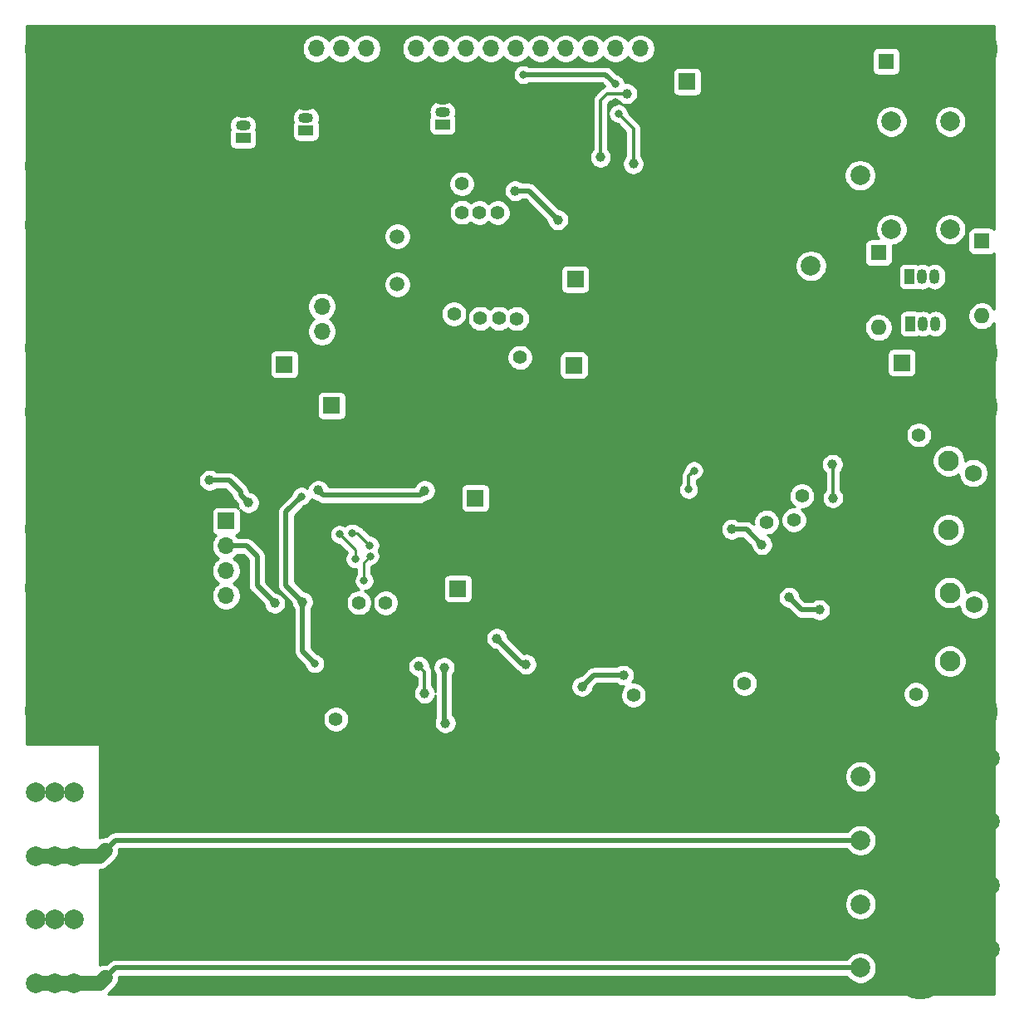
<source format=gbr>
%TF.GenerationSoftware,KiCad,Pcbnew,5.1.8-5.1.8*%
%TF.CreationDate,2022-04-12T10:04:15+08:00*%
%TF.ProjectId,lcr_6,6c63725f-362e-46b6-9963-61645f706362,rev?*%
%TF.SameCoordinates,Original*%
%TF.FileFunction,Copper,L2,Bot*%
%TF.FilePolarity,Positive*%
%FSLAX46Y46*%
G04 Gerber Fmt 4.6, Leading zero omitted, Abs format (unit mm)*
G04 Created by KiCad (PCBNEW 5.1.8-5.1.8) date 2022-04-12 10:04:15*
%MOMM*%
%LPD*%
G01*
G04 APERTURE LIST*
%TA.AperFunction,ComponentPad*%
%ADD10C,2.000000*%
%TD*%
%TA.AperFunction,ComponentPad*%
%ADD11C,5.000000*%
%TD*%
%TA.AperFunction,ComponentPad*%
%ADD12C,1.600000*%
%TD*%
%TA.AperFunction,ComponentPad*%
%ADD13R,1.600000X1.600000*%
%TD*%
%TA.AperFunction,ComponentPad*%
%ADD14R,1.700000X1.700000*%
%TD*%
%TA.AperFunction,ComponentPad*%
%ADD15R,1.050000X1.500000*%
%TD*%
%TA.AperFunction,ComponentPad*%
%ADD16O,1.050000X1.500000*%
%TD*%
%TA.AperFunction,ComponentPad*%
%ADD17O,1.600000X1.600000*%
%TD*%
%TA.AperFunction,ComponentPad*%
%ADD18O,1.700000X1.700000*%
%TD*%
%TA.AperFunction,ComponentPad*%
%ADD19C,1.400000*%
%TD*%
%TA.AperFunction,ComponentPad*%
%ADD20C,1.500000*%
%TD*%
%TA.AperFunction,ComponentPad*%
%ADD21C,2.100000*%
%TD*%
%TA.AperFunction,ComponentPad*%
%ADD22C,1.750000*%
%TD*%
%TA.AperFunction,ComponentPad*%
%ADD23R,1.500000X1.050000*%
%TD*%
%TA.AperFunction,ComponentPad*%
%ADD24O,1.500000X1.050000*%
%TD*%
%TA.AperFunction,ViaPad*%
%ADD25C,1.500000*%
%TD*%
%TA.AperFunction,ViaPad*%
%ADD26C,1.000000*%
%TD*%
%TA.AperFunction,ViaPad*%
%ADD27C,0.800000*%
%TD*%
%TA.AperFunction,Conductor*%
%ADD28C,1.500000*%
%TD*%
%TA.AperFunction,Conductor*%
%ADD29C,0.500000*%
%TD*%
%TA.AperFunction,Conductor*%
%ADD30C,0.300000*%
%TD*%
%TA.AperFunction,Conductor*%
%ADD31C,0.250000*%
%TD*%
%TA.AperFunction,Conductor*%
%ADD32C,0.254000*%
%TD*%
%TA.AperFunction,Conductor*%
%ADD33C,0.100000*%
%TD*%
G04 APERTURE END LIST*
D10*
%TO.P,REF\u002A\u002A,1*%
%TO.N,N/C*%
X82600000Y-128800000D03*
%TD*%
%TO.P,REF\u002A\u002A,1*%
%TO.N,N/C*%
X86500000Y-128800000D03*
%TD*%
%TO.P,REF\u002A\u002A,1*%
%TO.N,N/C*%
X84600000Y-128800000D03*
%TD*%
%TO.P,REF\u002A\u002A,1*%
%TO.N,GND*%
X179900000Y-125300000D03*
%TD*%
%TO.P,REF\u002A\u002A,1*%
%TO.N,N/C*%
X166700000Y-127200000D03*
%TD*%
D11*
%TO.P,REF\u002A\u002A,1*%
%TO.N,GND*%
X172800000Y-127940000D03*
%TD*%
D10*
%TO.P,REF\u002A\u002A,1*%
%TO.N,N/C*%
X84600000Y-135300000D03*
%TD*%
%TO.P,REF\u002A\u002A,1*%
%TO.N,N/C*%
X166700000Y-133700000D03*
%TD*%
%TO.P,REF\u002A\u002A,1*%
%TO.N,N/C*%
X86500000Y-135300000D03*
%TD*%
%TO.P,REF\u002A\u002A,1*%
%TO.N,GND*%
X179900000Y-131800000D03*
%TD*%
%TO.P,REF\u002A\u002A,1*%
%TO.N,N/C*%
X82600000Y-135300000D03*
%TD*%
D11*
%TO.P,REF\u002A\u002A,1*%
%TO.N,GND*%
X172800000Y-134440000D03*
%TD*%
D10*
%TO.P,REF\u002A\u002A,1*%
%TO.N,N/C*%
X166700000Y-140200000D03*
%TD*%
%TO.P,REF\u002A\u002A,1*%
%TO.N,N/C*%
X84600000Y-141800000D03*
%TD*%
%TO.P,REF\u002A\u002A,1*%
%TO.N,GND*%
X179900000Y-138300000D03*
%TD*%
%TO.P,REF\u002A\u002A,1*%
%TO.N,N/C*%
X82600000Y-141800000D03*
%TD*%
%TO.P,REF\u002A\u002A,1*%
%TO.N,N/C*%
X86500000Y-141800000D03*
%TD*%
D11*
%TO.P,REF\u002A\u002A,1*%
%TO.N,GND*%
X172800000Y-140940000D03*
%TD*%
D10*
%TO.P,REF\u002A\u002A,1*%
%TO.N,N/C*%
X166700000Y-146700000D03*
%TD*%
%TO.P,REF\u002A\u002A,1*%
%TO.N,N/C*%
X86500000Y-148300000D03*
%TD*%
%TO.P,REF\u002A\u002A,1*%
%TO.N,GND*%
X179900000Y-144800000D03*
%TD*%
D11*
%TO.P,REF\u002A\u002A,1*%
%TO.N,GND*%
X172800000Y-147440000D03*
%TD*%
D10*
%TO.P,REF\u002A\u002A,1*%
%TO.N,N/C*%
X84600000Y-148300000D03*
%TD*%
%TO.P,REF\u002A\u002A,1*%
%TO.N,N/C*%
X82600000Y-148300000D03*
%TD*%
D12*
%TO.P,C45,2*%
%TO.N,GND*%
X173115000Y-54283000D03*
D13*
%TO.P,C45,1*%
%TO.N,Net-(C11-Pad1)*%
X169315000Y-54283000D03*
%TD*%
D14*
%TO.P,J3,1*%
%TO.N,-5V*%
X127433000Y-98797000D03*
%TD*%
D10*
%TO.P,TR1,5*%
%TO.N,Net-(C11-Pad1)*%
X166647000Y-65910000D03*
%TO.P,TR1,2*%
%TO.N,GND*%
X179047000Y-65910000D03*
%TO.P,TR1,6*%
%TO.N,Net-(D6-Pad1)*%
X169847000Y-60410000D03*
%TO.P,TR1,4*%
%TO.N,Net-(D5-Pad1)*%
X169847000Y-71410000D03*
%TO.P,TR1,3*%
%TO.N,Net-(Q2-Pad3)*%
X175847000Y-60410000D03*
%TO.P,TR1,1*%
%TO.N,Net-(Q1-Pad3)*%
X175847000Y-71410000D03*
%TD*%
D15*
%TO.P,Q2,1*%
%TO.N,Net-(BT1-Pad1)*%
X171707000Y-76234000D03*
D16*
%TO.P,Q2,3*%
%TO.N,Net-(Q2-Pad3)*%
X174247000Y-76234000D03*
%TO.P,Q2,2*%
%TO.N,Net-(D5-Pad2)*%
X172977000Y-76234000D03*
%TD*%
D15*
%TO.P,Q1,1*%
%TO.N,Net-(BT1-Pad1)*%
X171793000Y-81038000D03*
D16*
%TO.P,Q1,3*%
%TO.N,Net-(Q1-Pad3)*%
X174333000Y-81038000D03*
%TO.P,Q1,2*%
%TO.N,Net-(D6-Pad2)*%
X173063000Y-81038000D03*
%TD*%
D17*
%TO.P,D6,2*%
%TO.N,Net-(D6-Pad2)*%
X179076000Y-80242000D03*
D13*
%TO.P,D6,1*%
%TO.N,Net-(D6-Pad1)*%
X179076000Y-72622000D03*
%TD*%
D17*
%TO.P,D5,2*%
%TO.N,Net-(D5-Pad2)*%
X168527000Y-81427000D03*
D13*
%TO.P,D5,1*%
%TO.N,Net-(D5-Pad1)*%
X168527000Y-73807000D03*
%TD*%
D18*
%TO.P,BT1,2*%
%TO.N,GND*%
X173450000Y-85008000D03*
D14*
%TO.P,BT1,1*%
%TO.N,Net-(BT1-Pad1)*%
X170910000Y-85008000D03*
%TD*%
%TO.P,J2,1*%
%TO.N,+5V*%
X125665000Y-108043000D03*
%TD*%
D19*
%TO.P,REF\u002A\u002A,1*%
%TO.N,/DIO*%
X172345000Y-118795000D03*
%TD*%
%TO.P,REF\u002A\u002A,1*%
%TO.N,/CLK*%
X172649000Y-92371000D03*
%TD*%
%TO.P,REF\u002A\u002A,1*%
%TO.N,+3V3*%
X143550000Y-118909000D03*
%TD*%
%TO.P,REF\u002A\u002A,1*%
%TO.N,/ADC*%
X154875000Y-117703000D03*
%TD*%
%TO.P,REF\u002A\u002A,1*%
%TO.N,/PA1_4053_11_S1_3bei*%
X160721000Y-98599000D03*
%TD*%
%TO.P,REF\u002A\u002A,1*%
%TO.N,/PA2_4053_10_S2_6bei*%
X159910000Y-101037000D03*
%TD*%
%TO.P,REF\u002A\u002A,1*%
%TO.N,/PA3_4053_9_S3_10bei*%
X157130000Y-101252000D03*
%TD*%
%TO.P,REF\u002A\u002A,1*%
%TO.N,/PB1_4053_9_10_S2_S3*%
X113214000Y-121347000D03*
%TD*%
%TO.P,REF\u002A\u002A,1*%
%TO.N,/PA6_4052_9_B*%
X118287000Y-109489000D03*
%TD*%
%TO.P,REF\u002A\u002A,1*%
%TO.N,/PA9_4052_10_A*%
X115576000Y-109473000D03*
%TD*%
D14*
%TO.P,J1,1*%
%TO.N,Net-(C2-Pad2)*%
X112772000Y-89375000D03*
%TD*%
D18*
%TO.P,REF\u002A\u002A,4*%
%TO.N,/LP*%
X102012000Y-108763000D03*
%TO.P,REF\u002A\u002A,3*%
%TO.N,/LC*%
X102012000Y-106223000D03*
%TO.P,REF\u002A\u002A,2*%
%TO.N,/HP*%
X102012000Y-103683000D03*
D14*
%TO.P,REF\u002A\u002A,1*%
%TO.N,/HC*%
X102012000Y-101143000D03*
%TD*%
D19*
%TO.P,REF\u002A\u002A,1*%
%TO.N,/ADC*%
X131983000Y-84473000D03*
%TD*%
%TO.P,REF\u002A\u002A,1*%
%TO.N,/PA3_4053_9_S3_10bei*%
X131674000Y-80513000D03*
%TD*%
%TO.P,REF\u002A\u002A,1*%
%TO.N,/PA2_4053_10_S2_6bei*%
X129839000Y-80493000D03*
%TD*%
%TO.P,REF\u002A\u002A,1*%
%TO.N,/PA1_4053_11_S1_3bei*%
X127941000Y-80493000D03*
%TD*%
%TO.P,REF\u002A\u002A,1*%
%TO.N,/PA9_4052_10_A*%
X126058000Y-66768000D03*
%TD*%
%TO.P,REF\u002A\u002A,1*%
%TO.N,/PB1_4053_9_10_S2_S3*%
X127864000Y-69700000D03*
%TD*%
%TO.P,REF\u002A\u002A,1*%
%TO.N,/PA6_4052_9_B*%
X129699000Y-69716000D03*
%TD*%
%TO.P,REF\u002A\u002A,1*%
%TO.N,+3V3*%
X125246000Y-80031000D03*
%TD*%
%TO.P,REF\u002A\u002A,1*%
%TO.N,+3V3*%
X126072000Y-69677000D03*
%TD*%
D18*
%TO.P,J5,3*%
%TO.N,/DIO*%
X111786000Y-79278000D03*
%TO.P,J5,2*%
%TO.N,/CLK*%
X111786000Y-81818000D03*
D14*
%TO.P,J5,1*%
%TO.N,GND*%
X111786000Y-84358000D03*
%TD*%
D11*
%TO.P,REF\u002A\u002A,1*%
%TO.N,GND*%
X103230000Y-120639000D03*
%TD*%
%TO.P,REF\u002A\u002A,1*%
%TO.N,GND*%
X178209000Y-120562000D03*
%TD*%
%TO.P,REF\u002A\u002A,1*%
%TO.N,GND*%
X178238000Y-89559000D03*
%TD*%
%TO.P,REF\u002A\u002A,1*%
%TO.N,GND*%
X103261000Y-89606000D03*
%TD*%
%TO.P,REF\u002A\u002A,1*%
%TO.N,GND*%
X103186000Y-84113000D03*
%TD*%
D18*
%TO.P,DS1,16*%
%TO.N,GND*%
X146801000Y-52975000D03*
%TO.P,DS1,15*%
%TO.N,Net-(DS1-Pad15)*%
X144261000Y-52975000D03*
%TO.P,DS1,14*%
%TO.N,Net-(DS1-Pad14)*%
X141721000Y-52975000D03*
%TO.P,DS1,13*%
%TO.N,Net-(DS1-Pad13)*%
X139181000Y-52975000D03*
%TO.P,DS1,12*%
%TO.N,Net-(DS1-Pad12)*%
X136641000Y-52975000D03*
%TO.P,DS1,11*%
%TO.N,Net-(DS1-Pad11)*%
X134101000Y-52975000D03*
%TO.P,DS1,10*%
%TO.N,Net-(DS1-Pad10)*%
X131561000Y-52975000D03*
%TO.P,DS1,9*%
%TO.N,Net-(DS1-Pad9)*%
X129021000Y-52975000D03*
%TO.P,DS1,8*%
%TO.N,Net-(DS1-Pad8)*%
X126481000Y-52975000D03*
%TO.P,DS1,7*%
%TO.N,Net-(DS1-Pad7)*%
X123941000Y-52975000D03*
%TO.P,DS1,6*%
%TO.N,Net-(DS1-Pad6)*%
X121401000Y-52975000D03*
%TO.P,DS1,5*%
%TO.N,GND*%
X118861000Y-52975000D03*
%TO.P,DS1,4*%
%TO.N,Net-(DS1-Pad4)*%
X116321000Y-52975000D03*
%TO.P,DS1,3*%
%TO.N,Net-(DS1-Pad3)*%
X113781000Y-52975000D03*
%TO.P,DS1,2*%
%TO.N,+5V*%
X111241000Y-52975000D03*
D14*
%TO.P,DS1,1*%
%TO.N,GND*%
X108701000Y-52975000D03*
%TD*%
D11*
%TO.P,REF\u002A\u002A,1*%
%TO.N,GND*%
X83960000Y-102000000D03*
%TD*%
%TO.P,REF\u002A\u002A,1*%
%TO.N,GND*%
X84000000Y-120540000D03*
%TD*%
%TO.P,REF\u002A\u002A,1*%
%TO.N,GND*%
X97500000Y-120540000D03*
%TD*%
%TO.P,REF\u002A\u002A,1*%
%TO.N,GND*%
X84000000Y-90040000D03*
%TD*%
%TO.P,REF\u002A\u002A,1*%
%TO.N,GND*%
X83960000Y-108000000D03*
%TD*%
%TO.P,REF\u002A\u002A,1*%
%TO.N,GND*%
X97500000Y-90040000D03*
%TD*%
%TO.P,REF\u002A\u002A,1*%
%TO.N,GND*%
X84000000Y-83540000D03*
%TD*%
%TO.P,REF\u002A\u002A,1*%
%TO.N,GND*%
X97500000Y-83540000D03*
%TD*%
%TO.P,REF\u002A\u002A,1*%
%TO.N,GND*%
X97500000Y-53040000D03*
%TD*%
%TO.P,REF\u002A\u002A,1*%
%TO.N,GND*%
X84000000Y-53040000D03*
%TD*%
%TO.P,REF\u002A\u002A,1*%
%TO.N,GND*%
X83960000Y-71000000D03*
%TD*%
%TO.P,REF\u002A\u002A,1*%
%TO.N,GND*%
X83960000Y-65000000D03*
%TD*%
%TO.P,REF\u002A\u002A,1*%
%TO.N,GND*%
X178165000Y-84036000D03*
%TD*%
%TO.P,REF\u002A\u002A,1*%
%TO.N,GND*%
X178194000Y-53033000D03*
%TD*%
%TO.P,REF\u002A\u002A,1*%
%TO.N,GND*%
X103217000Y-53080000D03*
%TD*%
D20*
%TO.P,Y1,2*%
%TO.N,Net-(C40-Pad2)*%
X119478000Y-77009000D03*
%TO.P,Y1,1*%
%TO.N,Net-(C41-Pad1)*%
X119478000Y-72129000D03*
%TD*%
D21*
%TO.P,SW3,*%
%TO.N,*%
X175691000Y-95012000D03*
D22*
%TO.P,SW3,1*%
%TO.N,Net-(R51-Pad2)*%
X178181000Y-96262000D03*
%TO.P,SW3,2*%
%TO.N,GND*%
X178181000Y-100762000D03*
D21*
%TO.P,SW3,*%
%TO.N,*%
X175691000Y-102022000D03*
%TD*%
%TO.P,SW2,*%
%TO.N,*%
X175799000Y-108445000D03*
D22*
%TO.P,SW2,1*%
%TO.N,Net-(R52-Pad2)*%
X178289000Y-109695000D03*
%TO.P,SW2,2*%
%TO.N,GND*%
X178289000Y-114195000D03*
D21*
%TO.P,SW2,*%
%TO.N,*%
X175799000Y-115455000D03*
%TD*%
D23*
%TO.P,Q5,1*%
%TO.N,Net-(C15-Pad2)*%
X124084000Y-60691000D03*
D24*
%TO.P,Q5,3*%
%TO.N,GND*%
X124084000Y-58151000D03*
%TO.P,Q5,2*%
%TO.N,Net-(Q5-Pad2)*%
X124084000Y-59421000D03*
%TD*%
D23*
%TO.P,Q4,1*%
%TO.N,Net-(C10-Pad2)*%
X110171000Y-61306000D03*
D24*
%TO.P,Q4,3*%
%TO.N,GND*%
X110171000Y-58766000D03*
%TO.P,Q4,2*%
%TO.N,Net-(Q4-Pad2)*%
X110171000Y-60036000D03*
%TD*%
D23*
%TO.P,Q3,1*%
%TO.N,Net-(C6-Pad2)*%
X103739000Y-62091000D03*
D24*
%TO.P,Q3,3*%
%TO.N,GND*%
X103739000Y-59551000D03*
%TO.P,Q3,2*%
%TO.N,Net-(Q3-Pad2)*%
X103739000Y-60821000D03*
%TD*%
D10*
%TO.P,L1,2*%
%TO.N,Net-(D7-Pad1)*%
X161649000Y-75138000D03*
%TO.P,L1,1*%
%TO.N,GND*%
X165649000Y-75138000D03*
%TD*%
D14*
%TO.P,J1,1*%
%TO.N,Net-(C2-Pad2)*%
X107964000Y-85179000D03*
%TD*%
%TO.P,J4,1*%
%TO.N,+3V3*%
X137609000Y-76497000D03*
%TD*%
%TO.P,J3,1*%
%TO.N,-5V*%
X137484000Y-85278000D03*
%TD*%
%TO.P,J2,1*%
%TO.N,+5V*%
X149029000Y-56354000D03*
%TD*%
D25*
%TO.N,GND*%
X156266000Y-62809000D03*
X158289000Y-59491000D03*
X158168000Y-55444000D03*
X154098000Y-55316000D03*
D26*
X111631000Y-74359000D03*
X131184000Y-101228000D03*
X169324000Y-106999000D03*
X163717000Y-121486000D03*
X157002000Y-119895000D03*
X165374000Y-108247000D03*
X150651000Y-103362000D03*
X159462000Y-91156000D03*
X137774000Y-89679000D03*
X142762000Y-94048000D03*
X144790000Y-106682000D03*
X141993000Y-106773000D03*
X131306000Y-95815000D03*
X135397000Y-118002000D03*
X123464000Y-102407000D03*
X114127000Y-107600000D03*
X120633000Y-122394000D03*
X107831000Y-114487000D03*
X111938000Y-112985000D03*
D25*
X115975000Y-96899000D03*
D26*
X121419000Y-90887000D03*
X104747000Y-97706000D03*
X104755000Y-95513000D03*
X130006000Y-63552000D03*
X118366000Y-60513000D03*
X106675000Y-63224000D03*
X101498000Y-63614000D03*
X117212000Y-81730000D03*
X123095000Y-84284000D03*
X126204000Y-74040000D03*
D25*
X143368000Y-85556000D03*
X149915000Y-63561000D03*
D26*
X134143000Y-62037000D03*
D27*
X141672000Y-58437000D03*
D26*
X151951000Y-67303000D03*
X126079250Y-84926750D03*
X115497000Y-68521000D03*
X115472000Y-80457000D03*
X141093000Y-88307000D03*
X150619000Y-100124000D03*
X153497000Y-119561000D03*
X153082000Y-116164000D03*
X159000000Y-105000000D03*
X126771000Y-75596000D03*
D27*
X150790000Y-114600000D03*
X128511000Y-74880000D03*
X130380000Y-75100000D03*
X147660000Y-63550000D03*
X119310000Y-100055000D03*
D25*
X144144000Y-74160000D03*
D26*
X145401000Y-109305000D03*
%TO.N,+5V*%
X124366000Y-121740000D03*
X124259000Y-116088000D03*
%TO.N,-5V*%
X122272000Y-98030000D03*
X111428000Y-98027000D03*
D27*
X109702000Y-98624000D03*
D26*
X109822000Y-109400000D03*
D27*
X111079000Y-115681000D03*
D26*
X132580000Y-115747000D03*
X129610000Y-113109000D03*
X162521000Y-110199000D03*
X159415000Y-108925000D03*
X156650000Y-103564000D03*
X153559000Y-101973000D03*
X142545000Y-116859000D03*
X138316500Y-118016500D03*
X100340000Y-96999000D03*
X104299000Y-99278000D03*
%TO.N,+3V3*%
X131477000Y-67495000D03*
X135854000Y-70451000D03*
%TO.N,Net-(C48-Pad2)*%
X163887000Y-98790000D03*
X163835000Y-95362000D03*
%TO.N,/HP*%
X106990000Y-109542000D03*
D27*
%TO.N,Net-(DS1-Pad4)*%
X141672000Y-56593000D03*
X132322000Y-55651000D03*
%TO.N,Net-(R8-Pad2)*%
X114848000Y-102366000D03*
X116678000Y-103629000D03*
%TO.N,Net-(R27-Pad1)*%
X149724000Y-96000000D03*
X149183000Y-97932000D03*
%TO.N,/PA4_SPI1_NSS_74HC595_12_RCLK*%
X142013000Y-59607000D03*
D26*
X143536000Y-64728000D03*
%TO.N,/PA7_SPI1_MOSI_74HC595_14_SER*%
X142883000Y-57570000D03*
X140186000Y-64046000D03*
%TO.N,Net-(U2-Pad4)*%
X121663000Y-115967000D03*
X122245000Y-118718000D03*
D27*
%TO.N,Net-(R3-Pad2)*%
X115187000Y-105015000D03*
X113589000Y-102504000D03*
%TO.N,Net-(R6-Pad2)*%
X116087000Y-107233000D03*
X116703000Y-104727000D03*
%TD*%
D28*
%TO.N,*%
X82600000Y-135300000D02*
X89100000Y-135300000D01*
X89100000Y-135300000D02*
X89700000Y-134700000D01*
X82600000Y-148300000D02*
X89100000Y-148300000D01*
X89100000Y-148300000D02*
X89700000Y-147700000D01*
D29*
X90700000Y-133700000D02*
X89700000Y-134700000D01*
X166700000Y-133700000D02*
X90700000Y-133700000D01*
X90700000Y-146700000D02*
X89100000Y-148300000D01*
X166700000Y-146700000D02*
X90700000Y-146700000D01*
%TO.N,+5V*%
X124259000Y-121633000D02*
X124366000Y-121740000D01*
X124259000Y-116088000D02*
X124259000Y-121633000D01*
D30*
%TO.N,-5V*%
X110738000Y-115340000D02*
X111079000Y-115681000D01*
D29*
X109822000Y-114424000D02*
X109822000Y-109400000D01*
X111079000Y-115681000D02*
X109822000Y-114424000D01*
X109822000Y-109400000D02*
X108120000Y-107698000D01*
X108120000Y-107698000D02*
X108120000Y-100211000D01*
X109702000Y-98629000D02*
X109702000Y-98624000D01*
X108120000Y-100211000D02*
X109702000Y-98629000D01*
X121775001Y-98526999D02*
X122272000Y-98030000D01*
X111927999Y-98526999D02*
X121775001Y-98526999D01*
X111428000Y-98027000D02*
X111927999Y-98526999D01*
X132248000Y-115747000D02*
X129610000Y-113109000D01*
X132580000Y-115747000D02*
X132248000Y-115747000D01*
X160689000Y-110199000D02*
X159415000Y-108925000D01*
X162521000Y-110199000D02*
X160689000Y-110199000D01*
X155059000Y-101973000D02*
X156650000Y-103564000D01*
X153559000Y-101973000D02*
X155059000Y-101973000D01*
X139474000Y-116859000D02*
X138316500Y-118016500D01*
X142545000Y-116859000D02*
X139474000Y-116859000D01*
X100340000Y-96999000D02*
X102318000Y-96999000D01*
X102318000Y-96999000D02*
X103492000Y-98173000D01*
X103492000Y-98173000D02*
X103492000Y-98471000D01*
X103492000Y-98471000D02*
X104299000Y-99278000D01*
X104299000Y-99278000D02*
X104299000Y-99278000D01*
%TO.N,+3V3*%
X132898000Y-67495000D02*
X135854000Y-70451000D01*
X131477000Y-67495000D02*
X132898000Y-67495000D01*
D30*
%TO.N,Net-(C48-Pad2)*%
X163887000Y-95414000D02*
X163835000Y-95362000D01*
X163887000Y-98790000D02*
X163887000Y-95414000D01*
D29*
%TO.N,/HP*%
X103650000Y-103683000D02*
X102012000Y-103683000D01*
X104135000Y-103683000D02*
X103650000Y-103683000D01*
X105181000Y-104729000D02*
X104135000Y-103683000D01*
X105181000Y-107733000D02*
X105181000Y-104729000D01*
X106990000Y-109542000D02*
X105181000Y-107733000D01*
%TO.N,Net-(DS1-Pad4)*%
X140730000Y-55651000D02*
X141672000Y-56593000D01*
X132322000Y-55651000D02*
X140730000Y-55651000D01*
D31*
%TO.N,Net-(R8-Pad2)*%
X115415000Y-102366000D02*
X116678000Y-103629000D01*
X114848000Y-102366000D02*
X115415000Y-102366000D01*
D30*
%TO.N,Net-(R27-Pad1)*%
X149183000Y-96541000D02*
X149724000Y-96000000D01*
X149183000Y-97932000D02*
X149183000Y-96541000D01*
%TO.N,/PA4_SPI1_NSS_74HC595_12_RCLK*%
X143536000Y-61130000D02*
X142013000Y-59607000D01*
X143536000Y-64728000D02*
X143536000Y-61130000D01*
%TO.N,/PA7_SPI1_MOSI_74HC595_14_SER*%
X140186000Y-64046000D02*
X140186000Y-58280000D01*
X140896000Y-57570000D02*
X142883000Y-57570000D01*
X140186000Y-58280000D02*
X140896000Y-57570000D01*
%TO.N,Net-(U2-Pad4)*%
X122245000Y-116549000D02*
X121663000Y-115967000D01*
X122245000Y-118718000D02*
X122245000Y-116549000D01*
D31*
%TO.N,Net-(R3-Pad2)*%
X115187000Y-104102000D02*
X113589000Y-102504000D01*
X115187000Y-105015000D02*
X115187000Y-104102000D01*
%TO.N,Net-(R6-Pad2)*%
X116087000Y-105343000D02*
X116703000Y-104727000D01*
X116087000Y-107233000D02*
X116087000Y-105343000D01*
%TD*%
D32*
%TO.N,GND*%
X180340000Y-71386430D02*
X180327185Y-71370815D01*
X180230494Y-71291463D01*
X180120180Y-71232498D01*
X180000482Y-71196188D01*
X179876000Y-71183928D01*
X178276000Y-71183928D01*
X178151518Y-71196188D01*
X178031820Y-71232498D01*
X177921506Y-71291463D01*
X177824815Y-71370815D01*
X177745463Y-71467506D01*
X177686498Y-71577820D01*
X177650188Y-71697518D01*
X177637928Y-71822000D01*
X177637928Y-73422000D01*
X177650188Y-73546482D01*
X177686498Y-73666180D01*
X177745463Y-73776494D01*
X177824815Y-73873185D01*
X177921506Y-73952537D01*
X178031820Y-74011502D01*
X178151518Y-74047812D01*
X178276000Y-74060072D01*
X179876000Y-74060072D01*
X180000482Y-74047812D01*
X180120180Y-74011502D01*
X180230494Y-73952537D01*
X180327185Y-73873185D01*
X180340000Y-73857570D01*
X180340000Y-79550779D01*
X180190637Y-79327241D01*
X179990759Y-79127363D01*
X179755727Y-78970320D01*
X179494574Y-78862147D01*
X179217335Y-78807000D01*
X178934665Y-78807000D01*
X178657426Y-78862147D01*
X178396273Y-78970320D01*
X178161241Y-79127363D01*
X177961363Y-79327241D01*
X177804320Y-79562273D01*
X177696147Y-79823426D01*
X177641000Y-80100665D01*
X177641000Y-80383335D01*
X177696147Y-80660574D01*
X177804320Y-80921727D01*
X177961363Y-81156759D01*
X178161241Y-81356637D01*
X178396273Y-81513680D01*
X178657426Y-81621853D01*
X178934665Y-81677000D01*
X179217335Y-81677000D01*
X179494574Y-81621853D01*
X179755727Y-81513680D01*
X179990759Y-81356637D01*
X180190637Y-81156759D01*
X180340000Y-80933220D01*
X180340001Y-149340000D01*
X90015944Y-149340000D01*
X90084081Y-149284081D01*
X90127454Y-149231231D01*
X90727452Y-148631233D01*
X90857156Y-148473188D01*
X90985763Y-148232581D01*
X91064959Y-147971508D01*
X91091700Y-147700001D01*
X91080373Y-147585000D01*
X165324941Y-147585000D01*
X165430013Y-147742252D01*
X165657748Y-147969987D01*
X165925537Y-148148918D01*
X166223088Y-148272168D01*
X166538967Y-148335000D01*
X166861033Y-148335000D01*
X167176912Y-148272168D01*
X167474463Y-148148918D01*
X167742252Y-147969987D01*
X167969987Y-147742252D01*
X168148918Y-147474463D01*
X168272168Y-147176912D01*
X168335000Y-146861033D01*
X168335000Y-146538967D01*
X168272168Y-146223088D01*
X168148918Y-145925537D01*
X167969987Y-145657748D01*
X167742252Y-145430013D01*
X167474463Y-145251082D01*
X167176912Y-145127832D01*
X166861033Y-145065000D01*
X166538967Y-145065000D01*
X166223088Y-145127832D01*
X165925537Y-145251082D01*
X165657748Y-145430013D01*
X165430013Y-145657748D01*
X165324941Y-145815000D01*
X90743469Y-145815000D01*
X90700000Y-145810719D01*
X90656531Y-145815000D01*
X90656523Y-145815000D01*
X90526510Y-145827805D01*
X90359687Y-145878411D01*
X90205941Y-145960589D01*
X90104953Y-146043468D01*
X90104951Y-146043470D01*
X90071183Y-146071183D01*
X90043470Y-146104951D01*
X89827558Y-146320863D01*
X89699999Y-146308300D01*
X89428492Y-146335041D01*
X89167419Y-146414237D01*
X89127000Y-146435841D01*
X89127000Y-140038967D01*
X165065000Y-140038967D01*
X165065000Y-140361033D01*
X165127832Y-140676912D01*
X165251082Y-140974463D01*
X165430013Y-141242252D01*
X165657748Y-141469987D01*
X165925537Y-141648918D01*
X166223088Y-141772168D01*
X166538967Y-141835000D01*
X166861033Y-141835000D01*
X167176912Y-141772168D01*
X167474463Y-141648918D01*
X167742252Y-141469987D01*
X167969987Y-141242252D01*
X168148918Y-140974463D01*
X168272168Y-140676912D01*
X168335000Y-140361033D01*
X168335000Y-140038967D01*
X168272168Y-139723088D01*
X168148918Y-139425537D01*
X167969987Y-139157748D01*
X167742252Y-138930013D01*
X167474463Y-138751082D01*
X167176912Y-138627832D01*
X166861033Y-138565000D01*
X166538967Y-138565000D01*
X166223088Y-138627832D01*
X165925537Y-138751082D01*
X165657748Y-138930013D01*
X165430013Y-139157748D01*
X165251082Y-139425537D01*
X165127832Y-139723088D01*
X165065000Y-140038967D01*
X89127000Y-140038967D01*
X89127000Y-136689041D01*
X89168029Y-136685000D01*
X89168037Y-136685000D01*
X89371507Y-136664960D01*
X89632581Y-136585764D01*
X89873188Y-136457157D01*
X90084081Y-136284081D01*
X90127454Y-136231231D01*
X90727452Y-135631233D01*
X90857156Y-135473188D01*
X90985763Y-135232581D01*
X91064959Y-134971508D01*
X91091700Y-134700001D01*
X91080373Y-134585000D01*
X165324941Y-134585000D01*
X165430013Y-134742252D01*
X165657748Y-134969987D01*
X165925537Y-135148918D01*
X166223088Y-135272168D01*
X166538967Y-135335000D01*
X166861033Y-135335000D01*
X167176912Y-135272168D01*
X167474463Y-135148918D01*
X167742252Y-134969987D01*
X167969987Y-134742252D01*
X168148918Y-134474463D01*
X168272168Y-134176912D01*
X168335000Y-133861033D01*
X168335000Y-133538967D01*
X168272168Y-133223088D01*
X168148918Y-132925537D01*
X167969987Y-132657748D01*
X167742252Y-132430013D01*
X167474463Y-132251082D01*
X167176912Y-132127832D01*
X166861033Y-132065000D01*
X166538967Y-132065000D01*
X166223088Y-132127832D01*
X165925537Y-132251082D01*
X165657748Y-132430013D01*
X165430013Y-132657748D01*
X165324941Y-132815000D01*
X90743469Y-132815000D01*
X90700000Y-132810719D01*
X90656531Y-132815000D01*
X90656523Y-132815000D01*
X90526510Y-132827805D01*
X90359686Y-132878411D01*
X90205941Y-132960589D01*
X90104953Y-133043468D01*
X90104951Y-133043470D01*
X90071183Y-133071183D01*
X90043470Y-133104951D01*
X89827558Y-133320863D01*
X89699999Y-133308300D01*
X89428492Y-133335041D01*
X89167419Y-133414237D01*
X89127000Y-133435841D01*
X89127000Y-127038967D01*
X165065000Y-127038967D01*
X165065000Y-127361033D01*
X165127832Y-127676912D01*
X165251082Y-127974463D01*
X165430013Y-128242252D01*
X165657748Y-128469987D01*
X165925537Y-128648918D01*
X166223088Y-128772168D01*
X166538967Y-128835000D01*
X166861033Y-128835000D01*
X167176912Y-128772168D01*
X167474463Y-128648918D01*
X167742252Y-128469987D01*
X167969987Y-128242252D01*
X168148918Y-127974463D01*
X168272168Y-127676912D01*
X168335000Y-127361033D01*
X168335000Y-127038967D01*
X168272168Y-126723088D01*
X168148918Y-126425537D01*
X167969987Y-126157748D01*
X167742252Y-125930013D01*
X167474463Y-125751082D01*
X167176912Y-125627832D01*
X166861033Y-125565000D01*
X166538967Y-125565000D01*
X166223088Y-125627832D01*
X165925537Y-125751082D01*
X165657748Y-125930013D01*
X165430013Y-126157748D01*
X165251082Y-126425537D01*
X165127832Y-126723088D01*
X165065000Y-127038967D01*
X89127000Y-127038967D01*
X89127000Y-124000000D01*
X89124560Y-123975224D01*
X89117333Y-123951399D01*
X89105597Y-123929443D01*
X89089803Y-123910197D01*
X89070557Y-123894403D01*
X89048601Y-123882667D01*
X89024776Y-123875440D01*
X89000000Y-123873000D01*
X81660000Y-123873000D01*
X81660000Y-121215514D01*
X111879000Y-121215514D01*
X111879000Y-121478486D01*
X111930304Y-121736405D01*
X112030939Y-121979359D01*
X112177038Y-122198013D01*
X112362987Y-122383962D01*
X112581641Y-122530061D01*
X112824595Y-122630696D01*
X113082514Y-122682000D01*
X113345486Y-122682000D01*
X113603405Y-122630696D01*
X113846359Y-122530061D01*
X114065013Y-122383962D01*
X114250962Y-122198013D01*
X114397061Y-121979359D01*
X114497696Y-121736405D01*
X114549000Y-121478486D01*
X114549000Y-121215514D01*
X114497696Y-120957595D01*
X114397061Y-120714641D01*
X114250962Y-120495987D01*
X114065013Y-120310038D01*
X113846359Y-120163939D01*
X113603405Y-120063304D01*
X113345486Y-120012000D01*
X113082514Y-120012000D01*
X112824595Y-120063304D01*
X112581641Y-120163939D01*
X112362987Y-120310038D01*
X112177038Y-120495987D01*
X112030939Y-120714641D01*
X111930304Y-120957595D01*
X111879000Y-121215514D01*
X81660000Y-121215514D01*
X81660000Y-96887212D01*
X99205000Y-96887212D01*
X99205000Y-97110788D01*
X99248617Y-97330067D01*
X99334176Y-97536624D01*
X99458388Y-97722520D01*
X99616480Y-97880612D01*
X99802376Y-98004824D01*
X100008933Y-98090383D01*
X100228212Y-98134000D01*
X100451788Y-98134000D01*
X100671067Y-98090383D01*
X100877624Y-98004824D01*
X101058450Y-97884000D01*
X101951422Y-97884000D01*
X102609742Y-98542321D01*
X102619805Y-98644490D01*
X102670411Y-98811313D01*
X102752589Y-98965059D01*
X102863183Y-99099817D01*
X102896955Y-99127533D01*
X103165189Y-99395768D01*
X103207617Y-99609067D01*
X103293176Y-99815624D01*
X103307630Y-99837256D01*
X103216494Y-99762463D01*
X103106180Y-99703498D01*
X102986482Y-99667188D01*
X102862000Y-99654928D01*
X101162000Y-99654928D01*
X101037518Y-99667188D01*
X100917820Y-99703498D01*
X100807506Y-99762463D01*
X100710815Y-99841815D01*
X100631463Y-99938506D01*
X100572498Y-100048820D01*
X100536188Y-100168518D01*
X100523928Y-100293000D01*
X100523928Y-101993000D01*
X100536188Y-102117482D01*
X100572498Y-102237180D01*
X100631463Y-102347494D01*
X100710815Y-102444185D01*
X100807506Y-102523537D01*
X100917820Y-102582502D01*
X100990380Y-102604513D01*
X100858525Y-102736368D01*
X100696010Y-102979589D01*
X100584068Y-103249842D01*
X100527000Y-103536740D01*
X100527000Y-103829260D01*
X100584068Y-104116158D01*
X100696010Y-104386411D01*
X100858525Y-104629632D01*
X101065368Y-104836475D01*
X101239760Y-104953000D01*
X101065368Y-105069525D01*
X100858525Y-105276368D01*
X100696010Y-105519589D01*
X100584068Y-105789842D01*
X100527000Y-106076740D01*
X100527000Y-106369260D01*
X100584068Y-106656158D01*
X100696010Y-106926411D01*
X100858525Y-107169632D01*
X101065368Y-107376475D01*
X101239760Y-107493000D01*
X101065368Y-107609525D01*
X100858525Y-107816368D01*
X100696010Y-108059589D01*
X100584068Y-108329842D01*
X100527000Y-108616740D01*
X100527000Y-108909260D01*
X100584068Y-109196158D01*
X100696010Y-109466411D01*
X100858525Y-109709632D01*
X101065368Y-109916475D01*
X101308589Y-110078990D01*
X101578842Y-110190932D01*
X101865740Y-110248000D01*
X102158260Y-110248000D01*
X102445158Y-110190932D01*
X102715411Y-110078990D01*
X102958632Y-109916475D01*
X103165475Y-109709632D01*
X103327990Y-109466411D01*
X103439932Y-109196158D01*
X103497000Y-108909260D01*
X103497000Y-108616740D01*
X103439932Y-108329842D01*
X103327990Y-108059589D01*
X103165475Y-107816368D01*
X102958632Y-107609525D01*
X102784240Y-107493000D01*
X102958632Y-107376475D01*
X103165475Y-107169632D01*
X103327990Y-106926411D01*
X103439932Y-106656158D01*
X103497000Y-106369260D01*
X103497000Y-106076740D01*
X103439932Y-105789842D01*
X103327990Y-105519589D01*
X103165475Y-105276368D01*
X102958632Y-105069525D01*
X102784240Y-104953000D01*
X102958632Y-104836475D01*
X103165475Y-104629632D01*
X103206656Y-104568000D01*
X103768422Y-104568000D01*
X104296001Y-105095580D01*
X104296000Y-107689531D01*
X104291719Y-107733000D01*
X104296000Y-107776469D01*
X104296000Y-107776476D01*
X104299929Y-107816368D01*
X104308805Y-107906490D01*
X104323067Y-107953504D01*
X104359411Y-108073312D01*
X104441589Y-108227058D01*
X104552183Y-108361817D01*
X104585956Y-108389534D01*
X105856190Y-109659768D01*
X105898617Y-109873067D01*
X105984176Y-110079624D01*
X106108388Y-110265520D01*
X106266480Y-110423612D01*
X106452376Y-110547824D01*
X106658933Y-110633383D01*
X106878212Y-110677000D01*
X107101788Y-110677000D01*
X107321067Y-110633383D01*
X107527624Y-110547824D01*
X107713520Y-110423612D01*
X107871612Y-110265520D01*
X107995824Y-110079624D01*
X108081383Y-109873067D01*
X108125000Y-109653788D01*
X108125000Y-109430212D01*
X108081383Y-109210933D01*
X107995824Y-109004376D01*
X107871612Y-108818480D01*
X107713520Y-108660388D01*
X107527624Y-108536176D01*
X107321067Y-108450617D01*
X107107768Y-108408190D01*
X106066000Y-107366422D01*
X106066000Y-104772465D01*
X106070281Y-104728999D01*
X106066000Y-104685533D01*
X106066000Y-104685523D01*
X106053195Y-104555510D01*
X106002589Y-104388687D01*
X105920411Y-104234941D01*
X105896210Y-104205452D01*
X105837532Y-104133953D01*
X105837530Y-104133951D01*
X105809817Y-104100183D01*
X105776049Y-104072470D01*
X104791534Y-103087956D01*
X104763817Y-103054183D01*
X104629059Y-102943589D01*
X104475313Y-102861411D01*
X104308490Y-102810805D01*
X104178477Y-102798000D01*
X104178469Y-102798000D01*
X104135000Y-102793719D01*
X104091531Y-102798000D01*
X103206656Y-102798000D01*
X103165475Y-102736368D01*
X103033620Y-102604513D01*
X103106180Y-102582502D01*
X103216494Y-102523537D01*
X103313185Y-102444185D01*
X103392537Y-102347494D01*
X103451502Y-102237180D01*
X103487812Y-102117482D01*
X103500072Y-101993000D01*
X103500072Y-100293000D01*
X103487812Y-100168518D01*
X103451502Y-100048820D01*
X103436360Y-100020492D01*
X103575480Y-100159612D01*
X103761376Y-100283824D01*
X103967933Y-100369383D01*
X104187212Y-100413000D01*
X104410788Y-100413000D01*
X104630067Y-100369383D01*
X104836624Y-100283824D01*
X104945612Y-100211000D01*
X107230719Y-100211000D01*
X107235001Y-100254479D01*
X107235000Y-107654531D01*
X107230719Y-107698000D01*
X107235000Y-107741469D01*
X107235000Y-107741476D01*
X107247805Y-107871489D01*
X107298411Y-108038312D01*
X107380589Y-108192058D01*
X107491183Y-108326817D01*
X107524956Y-108354534D01*
X108688190Y-109517768D01*
X108730617Y-109731067D01*
X108816176Y-109937624D01*
X108937001Y-110118451D01*
X108937000Y-114380531D01*
X108932719Y-114424000D01*
X108937000Y-114467469D01*
X108937000Y-114467476D01*
X108949805Y-114597489D01*
X109000411Y-114764312D01*
X109082589Y-114918058D01*
X109193183Y-115052817D01*
X109226956Y-115080534D01*
X110072465Y-115926044D01*
X110083774Y-115982898D01*
X110161795Y-116171256D01*
X110275063Y-116340774D01*
X110419226Y-116484937D01*
X110588744Y-116598205D01*
X110777102Y-116676226D01*
X110977061Y-116716000D01*
X111180939Y-116716000D01*
X111380898Y-116676226D01*
X111569256Y-116598205D01*
X111738774Y-116484937D01*
X111882937Y-116340774D01*
X111996205Y-116171256D01*
X112074226Y-115982898D01*
X112099624Y-115855212D01*
X120528000Y-115855212D01*
X120528000Y-116078788D01*
X120571617Y-116298067D01*
X120657176Y-116504624D01*
X120781388Y-116690520D01*
X120939480Y-116848612D01*
X121125376Y-116972824D01*
X121331933Y-117058383D01*
X121460001Y-117083857D01*
X121460000Y-117897868D01*
X121363388Y-117994480D01*
X121239176Y-118180376D01*
X121153617Y-118386933D01*
X121110000Y-118606212D01*
X121110000Y-118829788D01*
X121153617Y-119049067D01*
X121239176Y-119255624D01*
X121363388Y-119441520D01*
X121521480Y-119599612D01*
X121707376Y-119723824D01*
X121913933Y-119809383D01*
X122133212Y-119853000D01*
X122356788Y-119853000D01*
X122576067Y-119809383D01*
X122782624Y-119723824D01*
X122968520Y-119599612D01*
X123126612Y-119441520D01*
X123250824Y-119255624D01*
X123336383Y-119049067D01*
X123374000Y-118859950D01*
X123374001Y-121181686D01*
X123360176Y-121202376D01*
X123274617Y-121408933D01*
X123231000Y-121628212D01*
X123231000Y-121851788D01*
X123274617Y-122071067D01*
X123360176Y-122277624D01*
X123484388Y-122463520D01*
X123642480Y-122621612D01*
X123828376Y-122745824D01*
X124034933Y-122831383D01*
X124254212Y-122875000D01*
X124477788Y-122875000D01*
X124697067Y-122831383D01*
X124903624Y-122745824D01*
X125089520Y-122621612D01*
X125247612Y-122463520D01*
X125371824Y-122277624D01*
X125457383Y-122071067D01*
X125501000Y-121851788D01*
X125501000Y-121628212D01*
X125457383Y-121408933D01*
X125371824Y-121202376D01*
X125247612Y-121016480D01*
X125144000Y-120912868D01*
X125144000Y-117904712D01*
X137181500Y-117904712D01*
X137181500Y-118128288D01*
X137225117Y-118347567D01*
X137310676Y-118554124D01*
X137434888Y-118740020D01*
X137592980Y-118898112D01*
X137778876Y-119022324D01*
X137985433Y-119107883D01*
X138204712Y-119151500D01*
X138428288Y-119151500D01*
X138647567Y-119107883D01*
X138854124Y-119022324D01*
X139040020Y-118898112D01*
X139198112Y-118740020D01*
X139322324Y-118554124D01*
X139407883Y-118347567D01*
X139450311Y-118134268D01*
X139840579Y-117744000D01*
X141826550Y-117744000D01*
X142007376Y-117864824D01*
X142213933Y-117950383D01*
X142433212Y-117994000D01*
X142577025Y-117994000D01*
X142513038Y-118057987D01*
X142366939Y-118276641D01*
X142266304Y-118519595D01*
X142215000Y-118777514D01*
X142215000Y-119040486D01*
X142266304Y-119298405D01*
X142366939Y-119541359D01*
X142513038Y-119760013D01*
X142698987Y-119945962D01*
X142917641Y-120092061D01*
X143160595Y-120192696D01*
X143418514Y-120244000D01*
X143681486Y-120244000D01*
X143939405Y-120192696D01*
X144182359Y-120092061D01*
X144401013Y-119945962D01*
X144586962Y-119760013D01*
X144733061Y-119541359D01*
X144833696Y-119298405D01*
X144885000Y-119040486D01*
X144885000Y-118777514D01*
X144833696Y-118519595D01*
X144733061Y-118276641D01*
X144586962Y-118057987D01*
X144401013Y-117872038D01*
X144182359Y-117725939D01*
X143939405Y-117625304D01*
X143681486Y-117574000D01*
X143432305Y-117574000D01*
X143433966Y-117571514D01*
X153540000Y-117571514D01*
X153540000Y-117834486D01*
X153591304Y-118092405D01*
X153691939Y-118335359D01*
X153838038Y-118554013D01*
X154023987Y-118739962D01*
X154242641Y-118886061D01*
X154485595Y-118986696D01*
X154743514Y-119038000D01*
X155006486Y-119038000D01*
X155264405Y-118986696D01*
X155507359Y-118886061D01*
X155726013Y-118739962D01*
X155802461Y-118663514D01*
X171010000Y-118663514D01*
X171010000Y-118926486D01*
X171061304Y-119184405D01*
X171161939Y-119427359D01*
X171308038Y-119646013D01*
X171493987Y-119831962D01*
X171712641Y-119978061D01*
X171955595Y-120078696D01*
X172213514Y-120130000D01*
X172476486Y-120130000D01*
X172734405Y-120078696D01*
X172977359Y-119978061D01*
X173196013Y-119831962D01*
X173381962Y-119646013D01*
X173528061Y-119427359D01*
X173628696Y-119184405D01*
X173680000Y-118926486D01*
X173680000Y-118663514D01*
X173628696Y-118405595D01*
X173528061Y-118162641D01*
X173381962Y-117943987D01*
X173196013Y-117758038D01*
X172977359Y-117611939D01*
X172734405Y-117511304D01*
X172476486Y-117460000D01*
X172213514Y-117460000D01*
X171955595Y-117511304D01*
X171712641Y-117611939D01*
X171493987Y-117758038D01*
X171308038Y-117943987D01*
X171161939Y-118162641D01*
X171061304Y-118405595D01*
X171010000Y-118663514D01*
X155802461Y-118663514D01*
X155911962Y-118554013D01*
X156058061Y-118335359D01*
X156158696Y-118092405D01*
X156210000Y-117834486D01*
X156210000Y-117571514D01*
X156158696Y-117313595D01*
X156058061Y-117070641D01*
X155911962Y-116851987D01*
X155726013Y-116666038D01*
X155507359Y-116519939D01*
X155264405Y-116419304D01*
X155006486Y-116368000D01*
X154743514Y-116368000D01*
X154485595Y-116419304D01*
X154242641Y-116519939D01*
X154023987Y-116666038D01*
X153838038Y-116851987D01*
X153691939Y-117070641D01*
X153591304Y-117313595D01*
X153540000Y-117571514D01*
X143433966Y-117571514D01*
X143550824Y-117396624D01*
X143636383Y-117190067D01*
X143680000Y-116970788D01*
X143680000Y-116747212D01*
X143636383Y-116527933D01*
X143550824Y-116321376D01*
X143426612Y-116135480D01*
X143268520Y-115977388D01*
X143082624Y-115853176D01*
X142876067Y-115767617D01*
X142656788Y-115724000D01*
X142433212Y-115724000D01*
X142213933Y-115767617D01*
X142007376Y-115853176D01*
X141826550Y-115974000D01*
X139517465Y-115974000D01*
X139473999Y-115969719D01*
X139430533Y-115974000D01*
X139430523Y-115974000D01*
X139300510Y-115986805D01*
X139133687Y-116037411D01*
X138979941Y-116119589D01*
X138979939Y-116119590D01*
X138979940Y-116119590D01*
X138878953Y-116202468D01*
X138878951Y-116202470D01*
X138845183Y-116230183D01*
X138817470Y-116263951D01*
X138198732Y-116882689D01*
X137985433Y-116925117D01*
X137778876Y-117010676D01*
X137592980Y-117134888D01*
X137434888Y-117292980D01*
X137310676Y-117478876D01*
X137225117Y-117685433D01*
X137181500Y-117904712D01*
X125144000Y-117904712D01*
X125144000Y-116806450D01*
X125264824Y-116625624D01*
X125350383Y-116419067D01*
X125394000Y-116199788D01*
X125394000Y-115976212D01*
X125350383Y-115756933D01*
X125264824Y-115550376D01*
X125140612Y-115364480D01*
X124982520Y-115206388D01*
X124796624Y-115082176D01*
X124590067Y-114996617D01*
X124370788Y-114953000D01*
X124147212Y-114953000D01*
X123927933Y-114996617D01*
X123721376Y-115082176D01*
X123535480Y-115206388D01*
X123377388Y-115364480D01*
X123253176Y-115550376D01*
X123167617Y-115756933D01*
X123124000Y-115976212D01*
X123124000Y-116199788D01*
X123167617Y-116419067D01*
X123253176Y-116625624D01*
X123374000Y-116806450D01*
X123374000Y-118576050D01*
X123336383Y-118386933D01*
X123250824Y-118180376D01*
X123126612Y-117994480D01*
X123030000Y-117897868D01*
X123030000Y-116587552D01*
X123033797Y-116548999D01*
X123030000Y-116510446D01*
X123030000Y-116510439D01*
X123018641Y-116395113D01*
X122973754Y-116247140D01*
X122900862Y-116110767D01*
X122840660Y-116037412D01*
X122827345Y-116021187D01*
X122827342Y-116021184D01*
X122802764Y-115991236D01*
X122798000Y-115987326D01*
X122798000Y-115855212D01*
X122754383Y-115635933D01*
X122668824Y-115429376D01*
X122544612Y-115243480D01*
X122386520Y-115085388D01*
X122200624Y-114961176D01*
X121994067Y-114875617D01*
X121774788Y-114832000D01*
X121551212Y-114832000D01*
X121331933Y-114875617D01*
X121125376Y-114961176D01*
X120939480Y-115085388D01*
X120781388Y-115243480D01*
X120657176Y-115429376D01*
X120571617Y-115635933D01*
X120528000Y-115855212D01*
X112099624Y-115855212D01*
X112114000Y-115782939D01*
X112114000Y-115579061D01*
X112074226Y-115379102D01*
X111996205Y-115190744D01*
X111882937Y-115021226D01*
X111738774Y-114877063D01*
X111569256Y-114763795D01*
X111380898Y-114685774D01*
X111324044Y-114674465D01*
X110707000Y-114057422D01*
X110707000Y-112997212D01*
X128475000Y-112997212D01*
X128475000Y-113220788D01*
X128518617Y-113440067D01*
X128604176Y-113646624D01*
X128728388Y-113832520D01*
X128886480Y-113990612D01*
X129072376Y-114114824D01*
X129278933Y-114200383D01*
X129492232Y-114242811D01*
X131591470Y-116342049D01*
X131619183Y-116375817D01*
X131652951Y-116403530D01*
X131652953Y-116403532D01*
X131654447Y-116404758D01*
X131698388Y-116470520D01*
X131856480Y-116628612D01*
X132042376Y-116752824D01*
X132248933Y-116838383D01*
X132468212Y-116882000D01*
X132691788Y-116882000D01*
X132911067Y-116838383D01*
X133117624Y-116752824D01*
X133303520Y-116628612D01*
X133461612Y-116470520D01*
X133585824Y-116284624D01*
X133671383Y-116078067D01*
X133715000Y-115858788D01*
X133715000Y-115635212D01*
X133671383Y-115415933D01*
X133618823Y-115289042D01*
X174114000Y-115289042D01*
X174114000Y-115620958D01*
X174178754Y-115946496D01*
X174305772Y-116253147D01*
X174490175Y-116529125D01*
X174724875Y-116763825D01*
X175000853Y-116948228D01*
X175307504Y-117075246D01*
X175633042Y-117140000D01*
X175964958Y-117140000D01*
X176290496Y-117075246D01*
X176597147Y-116948228D01*
X176873125Y-116763825D01*
X177107825Y-116529125D01*
X177292228Y-116253147D01*
X177419246Y-115946496D01*
X177484000Y-115620958D01*
X177484000Y-115289042D01*
X177419246Y-114963504D01*
X177292228Y-114656853D01*
X177107825Y-114380875D01*
X176873125Y-114146175D01*
X176597147Y-113961772D01*
X176290496Y-113834754D01*
X175964958Y-113770000D01*
X175633042Y-113770000D01*
X175307504Y-113834754D01*
X175000853Y-113961772D01*
X174724875Y-114146175D01*
X174490175Y-114380875D01*
X174305772Y-114656853D01*
X174178754Y-114963504D01*
X174114000Y-115289042D01*
X133618823Y-115289042D01*
X133585824Y-115209376D01*
X133461612Y-115023480D01*
X133303520Y-114865388D01*
X133117624Y-114741176D01*
X132911067Y-114655617D01*
X132691788Y-114612000D01*
X132468212Y-114612000D01*
X132381773Y-114629194D01*
X130743811Y-112991232D01*
X130701383Y-112777933D01*
X130615824Y-112571376D01*
X130491612Y-112385480D01*
X130333520Y-112227388D01*
X130147624Y-112103176D01*
X129941067Y-112017617D01*
X129721788Y-111974000D01*
X129498212Y-111974000D01*
X129278933Y-112017617D01*
X129072376Y-112103176D01*
X128886480Y-112227388D01*
X128728388Y-112385480D01*
X128604176Y-112571376D01*
X128518617Y-112777933D01*
X128475000Y-112997212D01*
X110707000Y-112997212D01*
X110707000Y-110118450D01*
X110827824Y-109937624D01*
X110913383Y-109731067D01*
X110957000Y-109511788D01*
X110957000Y-109288212D01*
X110913383Y-109068933D01*
X110827824Y-108862376D01*
X110703612Y-108676480D01*
X110545520Y-108518388D01*
X110359624Y-108394176D01*
X110153067Y-108308617D01*
X109939768Y-108266190D01*
X109005000Y-107331422D01*
X109005000Y-102402061D01*
X112554000Y-102402061D01*
X112554000Y-102605939D01*
X112593774Y-102805898D01*
X112671795Y-102994256D01*
X112785063Y-103163774D01*
X112929226Y-103307937D01*
X113098744Y-103421205D01*
X113287102Y-103499226D01*
X113487061Y-103539000D01*
X113549199Y-103539000D01*
X114375998Y-104365800D01*
X114269795Y-104524744D01*
X114191774Y-104713102D01*
X114152000Y-104913061D01*
X114152000Y-105116939D01*
X114191774Y-105316898D01*
X114269795Y-105505256D01*
X114383063Y-105674774D01*
X114527226Y-105818937D01*
X114696744Y-105932205D01*
X114885102Y-106010226D01*
X115085061Y-106050000D01*
X115288939Y-106050000D01*
X115327001Y-106042429D01*
X115327000Y-106529289D01*
X115283063Y-106573226D01*
X115169795Y-106742744D01*
X115091774Y-106931102D01*
X115052000Y-107131061D01*
X115052000Y-107334939D01*
X115091774Y-107534898D01*
X115169795Y-107723256D01*
X115283063Y-107892774D01*
X115427226Y-108036937D01*
X115578478Y-108138000D01*
X115444514Y-108138000D01*
X115186595Y-108189304D01*
X114943641Y-108289939D01*
X114724987Y-108436038D01*
X114539038Y-108621987D01*
X114392939Y-108840641D01*
X114292304Y-109083595D01*
X114241000Y-109341514D01*
X114241000Y-109604486D01*
X114292304Y-109862405D01*
X114392939Y-110105359D01*
X114539038Y-110324013D01*
X114724987Y-110509962D01*
X114943641Y-110656061D01*
X115186595Y-110756696D01*
X115444514Y-110808000D01*
X115707486Y-110808000D01*
X115965405Y-110756696D01*
X116208359Y-110656061D01*
X116427013Y-110509962D01*
X116612962Y-110324013D01*
X116759061Y-110105359D01*
X116859696Y-109862405D01*
X116911000Y-109604486D01*
X116911000Y-109357514D01*
X116952000Y-109357514D01*
X116952000Y-109620486D01*
X117003304Y-109878405D01*
X117103939Y-110121359D01*
X117250038Y-110340013D01*
X117435987Y-110525962D01*
X117654641Y-110672061D01*
X117897595Y-110772696D01*
X118155514Y-110824000D01*
X118418486Y-110824000D01*
X118676405Y-110772696D01*
X118919359Y-110672061D01*
X119138013Y-110525962D01*
X119323962Y-110340013D01*
X119470061Y-110121359D01*
X119570696Y-109878405D01*
X119622000Y-109620486D01*
X119622000Y-109357514D01*
X119570696Y-109099595D01*
X119470061Y-108856641D01*
X119323962Y-108637987D01*
X119138013Y-108452038D01*
X118919359Y-108305939D01*
X118676405Y-108205304D01*
X118418486Y-108154000D01*
X118155514Y-108154000D01*
X117897595Y-108205304D01*
X117654641Y-108305939D01*
X117435987Y-108452038D01*
X117250038Y-108637987D01*
X117103939Y-108856641D01*
X117003304Y-109099595D01*
X116952000Y-109357514D01*
X116911000Y-109357514D01*
X116911000Y-109341514D01*
X116859696Y-109083595D01*
X116759061Y-108840641D01*
X116612962Y-108621987D01*
X116427013Y-108436038D01*
X116208359Y-108289939D01*
X116155394Y-108268000D01*
X116188939Y-108268000D01*
X116388898Y-108228226D01*
X116577256Y-108150205D01*
X116746774Y-108036937D01*
X116890937Y-107892774D01*
X117004205Y-107723256D01*
X117082226Y-107534898D01*
X117122000Y-107334939D01*
X117122000Y-107193000D01*
X124176928Y-107193000D01*
X124176928Y-108893000D01*
X124189188Y-109017482D01*
X124225498Y-109137180D01*
X124284463Y-109247494D01*
X124363815Y-109344185D01*
X124460506Y-109423537D01*
X124570820Y-109482502D01*
X124690518Y-109518812D01*
X124815000Y-109531072D01*
X126515000Y-109531072D01*
X126639482Y-109518812D01*
X126759180Y-109482502D01*
X126869494Y-109423537D01*
X126966185Y-109344185D01*
X127045537Y-109247494D01*
X127104502Y-109137180D01*
X127140812Y-109017482D01*
X127153072Y-108893000D01*
X127153072Y-108813212D01*
X158280000Y-108813212D01*
X158280000Y-109036788D01*
X158323617Y-109256067D01*
X158409176Y-109462624D01*
X158533388Y-109648520D01*
X158691480Y-109806612D01*
X158877376Y-109930824D01*
X159083933Y-110016383D01*
X159297232Y-110058811D01*
X160032470Y-110794049D01*
X160060183Y-110827817D01*
X160093951Y-110855530D01*
X160093953Y-110855532D01*
X160109015Y-110867893D01*
X160194941Y-110938411D01*
X160348687Y-111020589D01*
X160515510Y-111071195D01*
X160645523Y-111084000D01*
X160645533Y-111084000D01*
X160688999Y-111088281D01*
X160732466Y-111084000D01*
X161802550Y-111084000D01*
X161983376Y-111204824D01*
X162189933Y-111290383D01*
X162409212Y-111334000D01*
X162632788Y-111334000D01*
X162852067Y-111290383D01*
X163058624Y-111204824D01*
X163244520Y-111080612D01*
X163402612Y-110922520D01*
X163526824Y-110736624D01*
X163612383Y-110530067D01*
X163656000Y-110310788D01*
X163656000Y-110087212D01*
X163612383Y-109867933D01*
X163526824Y-109661376D01*
X163402612Y-109475480D01*
X163244520Y-109317388D01*
X163058624Y-109193176D01*
X162852067Y-109107617D01*
X162632788Y-109064000D01*
X162409212Y-109064000D01*
X162189933Y-109107617D01*
X161983376Y-109193176D01*
X161802550Y-109314000D01*
X161055579Y-109314000D01*
X160548811Y-108807232D01*
X160506383Y-108593933D01*
X160420824Y-108387376D01*
X160348438Y-108279042D01*
X174114000Y-108279042D01*
X174114000Y-108610958D01*
X174178754Y-108936496D01*
X174305772Y-109243147D01*
X174490175Y-109519125D01*
X174724875Y-109753825D01*
X175000853Y-109938228D01*
X175307504Y-110065246D01*
X175633042Y-110130000D01*
X175964958Y-110130000D01*
X176290496Y-110065246D01*
X176597147Y-109938228D01*
X176779000Y-109816717D01*
X176779000Y-109843722D01*
X176837029Y-110135451D01*
X176950856Y-110410253D01*
X177116107Y-110657569D01*
X177326431Y-110867893D01*
X177573747Y-111033144D01*
X177848549Y-111146971D01*
X178140278Y-111205000D01*
X178437722Y-111205000D01*
X178729451Y-111146971D01*
X179004253Y-111033144D01*
X179251569Y-110867893D01*
X179461893Y-110657569D01*
X179627144Y-110410253D01*
X179740971Y-110135451D01*
X179799000Y-109843722D01*
X179799000Y-109546278D01*
X179740971Y-109254549D01*
X179627144Y-108979747D01*
X179461893Y-108732431D01*
X179251569Y-108522107D01*
X179004253Y-108356856D01*
X178729451Y-108243029D01*
X178437722Y-108185000D01*
X178140278Y-108185000D01*
X177848549Y-108243029D01*
X177573747Y-108356856D01*
X177484000Y-108416823D01*
X177484000Y-108279042D01*
X177419246Y-107953504D01*
X177292228Y-107646853D01*
X177107825Y-107370875D01*
X176873125Y-107136175D01*
X176597147Y-106951772D01*
X176290496Y-106824754D01*
X175964958Y-106760000D01*
X175633042Y-106760000D01*
X175307504Y-106824754D01*
X175000853Y-106951772D01*
X174724875Y-107136175D01*
X174490175Y-107370875D01*
X174305772Y-107646853D01*
X174178754Y-107953504D01*
X174114000Y-108279042D01*
X160348438Y-108279042D01*
X160296612Y-108201480D01*
X160138520Y-108043388D01*
X159952624Y-107919176D01*
X159746067Y-107833617D01*
X159526788Y-107790000D01*
X159303212Y-107790000D01*
X159083933Y-107833617D01*
X158877376Y-107919176D01*
X158691480Y-108043388D01*
X158533388Y-108201480D01*
X158409176Y-108387376D01*
X158323617Y-108593933D01*
X158280000Y-108813212D01*
X127153072Y-108813212D01*
X127153072Y-107193000D01*
X127140812Y-107068518D01*
X127104502Y-106948820D01*
X127045537Y-106838506D01*
X126966185Y-106741815D01*
X126869494Y-106662463D01*
X126759180Y-106603498D01*
X126639482Y-106567188D01*
X126515000Y-106554928D01*
X124815000Y-106554928D01*
X124690518Y-106567188D01*
X124570820Y-106603498D01*
X124460506Y-106662463D01*
X124363815Y-106741815D01*
X124284463Y-106838506D01*
X124225498Y-106948820D01*
X124189188Y-107068518D01*
X124176928Y-107193000D01*
X117122000Y-107193000D01*
X117122000Y-107131061D01*
X117082226Y-106931102D01*
X117004205Y-106742744D01*
X116890937Y-106573226D01*
X116847000Y-106529289D01*
X116847000Y-105753634D01*
X117004898Y-105722226D01*
X117193256Y-105644205D01*
X117362774Y-105530937D01*
X117506937Y-105386774D01*
X117620205Y-105217256D01*
X117698226Y-105028898D01*
X117738000Y-104828939D01*
X117738000Y-104625061D01*
X117698226Y-104425102D01*
X117620205Y-104236744D01*
X117568454Y-104159292D01*
X117595205Y-104119256D01*
X117673226Y-103930898D01*
X117713000Y-103730939D01*
X117713000Y-103527061D01*
X117673226Y-103327102D01*
X117595205Y-103138744D01*
X117481937Y-102969226D01*
X117337774Y-102825063D01*
X117168256Y-102711795D01*
X116979898Y-102633774D01*
X116779939Y-102594000D01*
X116717802Y-102594000D01*
X115985014Y-101861212D01*
X152424000Y-101861212D01*
X152424000Y-102084788D01*
X152467617Y-102304067D01*
X152553176Y-102510624D01*
X152677388Y-102696520D01*
X152835480Y-102854612D01*
X153021376Y-102978824D01*
X153227933Y-103064383D01*
X153447212Y-103108000D01*
X153670788Y-103108000D01*
X153890067Y-103064383D01*
X154096624Y-102978824D01*
X154277450Y-102858000D01*
X154692422Y-102858000D01*
X155516190Y-103681768D01*
X155558617Y-103895067D01*
X155644176Y-104101624D01*
X155768388Y-104287520D01*
X155926480Y-104445612D01*
X156112376Y-104569824D01*
X156318933Y-104655383D01*
X156538212Y-104699000D01*
X156761788Y-104699000D01*
X156981067Y-104655383D01*
X157187624Y-104569824D01*
X157373520Y-104445612D01*
X157531612Y-104287520D01*
X157655824Y-104101624D01*
X157741383Y-103895067D01*
X157785000Y-103675788D01*
X157785000Y-103452212D01*
X157741383Y-103232933D01*
X157655824Y-103026376D01*
X157531612Y-102840480D01*
X157373520Y-102682388D01*
X157230762Y-102587000D01*
X157261486Y-102587000D01*
X157519405Y-102535696D01*
X157762359Y-102435061D01*
X157981013Y-102288962D01*
X158166962Y-102103013D01*
X158313061Y-101884359D01*
X158413696Y-101641405D01*
X158465000Y-101383486D01*
X158465000Y-101120514D01*
X158422234Y-100905514D01*
X158575000Y-100905514D01*
X158575000Y-101168486D01*
X158626304Y-101426405D01*
X158726939Y-101669359D01*
X158873038Y-101888013D01*
X159058987Y-102073962D01*
X159277641Y-102220061D01*
X159520595Y-102320696D01*
X159778514Y-102372000D01*
X160041486Y-102372000D01*
X160299405Y-102320696D01*
X160542359Y-102220061D01*
X160761013Y-102073962D01*
X160946962Y-101888013D01*
X160968324Y-101856042D01*
X174006000Y-101856042D01*
X174006000Y-102187958D01*
X174070754Y-102513496D01*
X174197772Y-102820147D01*
X174382175Y-103096125D01*
X174616875Y-103330825D01*
X174892853Y-103515228D01*
X175199504Y-103642246D01*
X175525042Y-103707000D01*
X175856958Y-103707000D01*
X176182496Y-103642246D01*
X176489147Y-103515228D01*
X176765125Y-103330825D01*
X176999825Y-103096125D01*
X177184228Y-102820147D01*
X177311246Y-102513496D01*
X177376000Y-102187958D01*
X177376000Y-101856042D01*
X177311246Y-101530504D01*
X177184228Y-101223853D01*
X176999825Y-100947875D01*
X176765125Y-100713175D01*
X176489147Y-100528772D01*
X176182496Y-100401754D01*
X175856958Y-100337000D01*
X175525042Y-100337000D01*
X175199504Y-100401754D01*
X174892853Y-100528772D01*
X174616875Y-100713175D01*
X174382175Y-100947875D01*
X174197772Y-101223853D01*
X174070754Y-101530504D01*
X174006000Y-101856042D01*
X160968324Y-101856042D01*
X161093061Y-101669359D01*
X161193696Y-101426405D01*
X161245000Y-101168486D01*
X161245000Y-100905514D01*
X161193696Y-100647595D01*
X161093061Y-100404641D01*
X160946962Y-100185987D01*
X160761013Y-100000038D01*
X160662180Y-99934000D01*
X160852486Y-99934000D01*
X161110405Y-99882696D01*
X161353359Y-99782061D01*
X161572013Y-99635962D01*
X161757962Y-99450013D01*
X161904061Y-99231359D01*
X162004696Y-98988405D01*
X162056000Y-98730486D01*
X162056000Y-98467514D01*
X162004696Y-98209595D01*
X161904061Y-97966641D01*
X161757962Y-97747987D01*
X161572013Y-97562038D01*
X161353359Y-97415939D01*
X161110405Y-97315304D01*
X160852486Y-97264000D01*
X160589514Y-97264000D01*
X160331595Y-97315304D01*
X160088641Y-97415939D01*
X159869987Y-97562038D01*
X159684038Y-97747987D01*
X159537939Y-97966641D01*
X159437304Y-98209595D01*
X159386000Y-98467514D01*
X159386000Y-98730486D01*
X159437304Y-98988405D01*
X159537939Y-99231359D01*
X159684038Y-99450013D01*
X159869987Y-99635962D01*
X159968820Y-99702000D01*
X159778514Y-99702000D01*
X159520595Y-99753304D01*
X159277641Y-99853939D01*
X159058987Y-100000038D01*
X158873038Y-100185987D01*
X158726939Y-100404641D01*
X158626304Y-100647595D01*
X158575000Y-100905514D01*
X158422234Y-100905514D01*
X158413696Y-100862595D01*
X158313061Y-100619641D01*
X158166962Y-100400987D01*
X157981013Y-100215038D01*
X157762359Y-100068939D01*
X157519405Y-99968304D01*
X157261486Y-99917000D01*
X156998514Y-99917000D01*
X156740595Y-99968304D01*
X156497641Y-100068939D01*
X156278987Y-100215038D01*
X156093038Y-100400987D01*
X155946939Y-100619641D01*
X155846304Y-100862595D01*
X155795000Y-101120514D01*
X155795000Y-101383486D01*
X155813359Y-101475781D01*
X155715534Y-101377956D01*
X155687817Y-101344183D01*
X155553059Y-101233589D01*
X155399313Y-101151411D01*
X155232490Y-101100805D01*
X155102477Y-101088000D01*
X155102469Y-101088000D01*
X155059000Y-101083719D01*
X155015531Y-101088000D01*
X154277450Y-101088000D01*
X154096624Y-100967176D01*
X153890067Y-100881617D01*
X153670788Y-100838000D01*
X153447212Y-100838000D01*
X153227933Y-100881617D01*
X153021376Y-100967176D01*
X152835480Y-101091388D01*
X152677388Y-101249480D01*
X152553176Y-101435376D01*
X152467617Y-101641933D01*
X152424000Y-101861212D01*
X115985014Y-101861212D01*
X115978804Y-101855003D01*
X115955001Y-101825999D01*
X115839276Y-101731026D01*
X115707247Y-101660454D01*
X115563986Y-101616997D01*
X115562568Y-101616857D01*
X115507774Y-101562063D01*
X115338256Y-101448795D01*
X115149898Y-101370774D01*
X114949939Y-101331000D01*
X114746061Y-101331000D01*
X114546102Y-101370774D01*
X114357744Y-101448795D01*
X114188226Y-101562063D01*
X114129753Y-101620536D01*
X114079256Y-101586795D01*
X113890898Y-101508774D01*
X113690939Y-101469000D01*
X113487061Y-101469000D01*
X113287102Y-101508774D01*
X113098744Y-101586795D01*
X112929226Y-101700063D01*
X112785063Y-101844226D01*
X112671795Y-102013744D01*
X112593774Y-102202102D01*
X112554000Y-102402061D01*
X109005000Y-102402061D01*
X109005000Y-100577578D01*
X109953285Y-99629293D01*
X110003898Y-99619226D01*
X110192256Y-99541205D01*
X110361774Y-99427937D01*
X110505937Y-99283774D01*
X110619205Y-99114256D01*
X110697226Y-98925898D01*
X110701297Y-98905429D01*
X110704480Y-98908612D01*
X110890376Y-99032824D01*
X111096933Y-99118383D01*
X111303680Y-99159507D01*
X111433940Y-99266410D01*
X111587686Y-99348588D01*
X111754509Y-99399194D01*
X111884522Y-99411999D01*
X111884532Y-99411999D01*
X111927998Y-99416280D01*
X111971464Y-99411999D01*
X121731532Y-99411999D01*
X121775001Y-99416280D01*
X121818470Y-99411999D01*
X121818478Y-99411999D01*
X121948491Y-99399194D01*
X122115314Y-99348588D01*
X122269060Y-99266410D01*
X122395455Y-99162679D01*
X122603067Y-99121383D01*
X122809624Y-99035824D01*
X122995520Y-98911612D01*
X123153612Y-98753520D01*
X123277824Y-98567624D01*
X123363383Y-98361067D01*
X123407000Y-98141788D01*
X123407000Y-97947000D01*
X125944928Y-97947000D01*
X125944928Y-99647000D01*
X125957188Y-99771482D01*
X125993498Y-99891180D01*
X126052463Y-100001494D01*
X126131815Y-100098185D01*
X126228506Y-100177537D01*
X126338820Y-100236502D01*
X126458518Y-100272812D01*
X126583000Y-100285072D01*
X128283000Y-100285072D01*
X128407482Y-100272812D01*
X128527180Y-100236502D01*
X128637494Y-100177537D01*
X128734185Y-100098185D01*
X128813537Y-100001494D01*
X128872502Y-99891180D01*
X128908812Y-99771482D01*
X128921072Y-99647000D01*
X128921072Y-97947000D01*
X128909555Y-97830061D01*
X148148000Y-97830061D01*
X148148000Y-98033939D01*
X148187774Y-98233898D01*
X148265795Y-98422256D01*
X148379063Y-98591774D01*
X148523226Y-98735937D01*
X148692744Y-98849205D01*
X148881102Y-98927226D01*
X149081061Y-98967000D01*
X149284939Y-98967000D01*
X149484898Y-98927226D01*
X149673256Y-98849205D01*
X149842774Y-98735937D01*
X149986937Y-98591774D01*
X150100205Y-98422256D01*
X150178226Y-98233898D01*
X150218000Y-98033939D01*
X150218000Y-97830061D01*
X150178226Y-97630102D01*
X150100205Y-97441744D01*
X149986937Y-97272226D01*
X149968000Y-97253289D01*
X149968000Y-97006743D01*
X150025898Y-96995226D01*
X150214256Y-96917205D01*
X150383774Y-96803937D01*
X150527937Y-96659774D01*
X150641205Y-96490256D01*
X150719226Y-96301898D01*
X150759000Y-96101939D01*
X150759000Y-95898061D01*
X150719226Y-95698102D01*
X150641205Y-95509744D01*
X150527937Y-95340226D01*
X150437923Y-95250212D01*
X162700000Y-95250212D01*
X162700000Y-95473788D01*
X162743617Y-95693067D01*
X162829176Y-95899624D01*
X162953388Y-96085520D01*
X163102001Y-96234133D01*
X163102000Y-97969868D01*
X163005388Y-98066480D01*
X162881176Y-98252376D01*
X162795617Y-98458933D01*
X162752000Y-98678212D01*
X162752000Y-98901788D01*
X162795617Y-99121067D01*
X162881176Y-99327624D01*
X163005388Y-99513520D01*
X163163480Y-99671612D01*
X163349376Y-99795824D01*
X163555933Y-99881383D01*
X163775212Y-99925000D01*
X163998788Y-99925000D01*
X164218067Y-99881383D01*
X164424624Y-99795824D01*
X164610520Y-99671612D01*
X164768612Y-99513520D01*
X164892824Y-99327624D01*
X164978383Y-99121067D01*
X165022000Y-98901788D01*
X165022000Y-98678212D01*
X164978383Y-98458933D01*
X164892824Y-98252376D01*
X164768612Y-98066480D01*
X164672000Y-97969868D01*
X164672000Y-96130132D01*
X164716612Y-96085520D01*
X164840824Y-95899624D01*
X164926383Y-95693067D01*
X164970000Y-95473788D01*
X164970000Y-95250212D01*
X164926383Y-95030933D01*
X164849799Y-94846042D01*
X174006000Y-94846042D01*
X174006000Y-95177958D01*
X174070754Y-95503496D01*
X174197772Y-95810147D01*
X174382175Y-96086125D01*
X174616875Y-96320825D01*
X174892853Y-96505228D01*
X175199504Y-96632246D01*
X175525042Y-96697000D01*
X175856958Y-96697000D01*
X176182496Y-96632246D01*
X176489147Y-96505228D01*
X176671000Y-96383717D01*
X176671000Y-96410722D01*
X176729029Y-96702451D01*
X176842856Y-96977253D01*
X177008107Y-97224569D01*
X177218431Y-97434893D01*
X177465747Y-97600144D01*
X177740549Y-97713971D01*
X178032278Y-97772000D01*
X178329722Y-97772000D01*
X178621451Y-97713971D01*
X178896253Y-97600144D01*
X179143569Y-97434893D01*
X179353893Y-97224569D01*
X179519144Y-96977253D01*
X179632971Y-96702451D01*
X179691000Y-96410722D01*
X179691000Y-96113278D01*
X179632971Y-95821549D01*
X179519144Y-95546747D01*
X179353893Y-95299431D01*
X179143569Y-95089107D01*
X178896253Y-94923856D01*
X178621451Y-94810029D01*
X178329722Y-94752000D01*
X178032278Y-94752000D01*
X177740549Y-94810029D01*
X177465747Y-94923856D01*
X177376000Y-94983823D01*
X177376000Y-94846042D01*
X177311246Y-94520504D01*
X177184228Y-94213853D01*
X176999825Y-93937875D01*
X176765125Y-93703175D01*
X176489147Y-93518772D01*
X176182496Y-93391754D01*
X175856958Y-93327000D01*
X175525042Y-93327000D01*
X175199504Y-93391754D01*
X174892853Y-93518772D01*
X174616875Y-93703175D01*
X174382175Y-93937875D01*
X174197772Y-94213853D01*
X174070754Y-94520504D01*
X174006000Y-94846042D01*
X164849799Y-94846042D01*
X164840824Y-94824376D01*
X164716612Y-94638480D01*
X164558520Y-94480388D01*
X164372624Y-94356176D01*
X164166067Y-94270617D01*
X163946788Y-94227000D01*
X163723212Y-94227000D01*
X163503933Y-94270617D01*
X163297376Y-94356176D01*
X163111480Y-94480388D01*
X162953388Y-94638480D01*
X162829176Y-94824376D01*
X162743617Y-95030933D01*
X162700000Y-95250212D01*
X150437923Y-95250212D01*
X150383774Y-95196063D01*
X150214256Y-95082795D01*
X150025898Y-95004774D01*
X149825939Y-94965000D01*
X149622061Y-94965000D01*
X149422102Y-95004774D01*
X149233744Y-95082795D01*
X149064226Y-95196063D01*
X148920063Y-95340226D01*
X148806795Y-95509744D01*
X148728774Y-95698102D01*
X148689000Y-95898061D01*
X148689000Y-95924843D01*
X148655185Y-95958658D01*
X148625237Y-95983236D01*
X148600659Y-96013184D01*
X148600655Y-96013188D01*
X148567690Y-96053356D01*
X148527139Y-96102767D01*
X148521521Y-96113278D01*
X148454246Y-96239141D01*
X148409359Y-96387114D01*
X148394203Y-96541000D01*
X148398001Y-96579562D01*
X148398000Y-97253289D01*
X148379063Y-97272226D01*
X148265795Y-97441744D01*
X148187774Y-97630102D01*
X148148000Y-97830061D01*
X128909555Y-97830061D01*
X128908812Y-97822518D01*
X128872502Y-97702820D01*
X128813537Y-97592506D01*
X128734185Y-97495815D01*
X128637494Y-97416463D01*
X128527180Y-97357498D01*
X128407482Y-97321188D01*
X128283000Y-97308928D01*
X126583000Y-97308928D01*
X126458518Y-97321188D01*
X126338820Y-97357498D01*
X126228506Y-97416463D01*
X126131815Y-97495815D01*
X126052463Y-97592506D01*
X125993498Y-97702820D01*
X125957188Y-97822518D01*
X125944928Y-97947000D01*
X123407000Y-97947000D01*
X123407000Y-97918212D01*
X123363383Y-97698933D01*
X123277824Y-97492376D01*
X123153612Y-97306480D01*
X122995520Y-97148388D01*
X122809624Y-97024176D01*
X122603067Y-96938617D01*
X122383788Y-96895000D01*
X122160212Y-96895000D01*
X121940933Y-96938617D01*
X121734376Y-97024176D01*
X121548480Y-97148388D01*
X121390388Y-97306480D01*
X121266176Y-97492376D01*
X121204200Y-97641999D01*
X112497043Y-97641999D01*
X112433824Y-97489376D01*
X112309612Y-97303480D01*
X112151520Y-97145388D01*
X111965624Y-97021176D01*
X111759067Y-96935617D01*
X111539788Y-96892000D01*
X111316212Y-96892000D01*
X111096933Y-96935617D01*
X110890376Y-97021176D01*
X110704480Y-97145388D01*
X110546388Y-97303480D01*
X110422176Y-97489376D01*
X110336617Y-97695933D01*
X110317774Y-97790663D01*
X110192256Y-97706795D01*
X110003898Y-97628774D01*
X109803939Y-97589000D01*
X109600061Y-97589000D01*
X109400102Y-97628774D01*
X109211744Y-97706795D01*
X109042226Y-97820063D01*
X108898063Y-97964226D01*
X108784795Y-98133744D01*
X108706774Y-98322102D01*
X108694224Y-98385198D01*
X107524951Y-99554471D01*
X107491184Y-99582183D01*
X107463471Y-99615951D01*
X107463468Y-99615954D01*
X107380590Y-99716941D01*
X107298412Y-99870687D01*
X107247805Y-100037510D01*
X107230719Y-100211000D01*
X104945612Y-100211000D01*
X105022520Y-100159612D01*
X105180612Y-100001520D01*
X105304824Y-99815624D01*
X105390383Y-99609067D01*
X105434000Y-99389788D01*
X105434000Y-99166212D01*
X105390383Y-98946933D01*
X105304824Y-98740376D01*
X105180612Y-98554480D01*
X105022520Y-98396388D01*
X104836624Y-98272176D01*
X104630067Y-98186617D01*
X104416768Y-98144189D01*
X104374258Y-98101679D01*
X104364195Y-97999510D01*
X104313589Y-97832687D01*
X104231411Y-97678941D01*
X104189454Y-97627817D01*
X104148532Y-97577953D01*
X104148530Y-97577951D01*
X104120817Y-97544183D01*
X104087050Y-97516471D01*
X102974534Y-96403956D01*
X102946817Y-96370183D01*
X102812059Y-96259589D01*
X102658313Y-96177411D01*
X102491490Y-96126805D01*
X102361477Y-96114000D01*
X102361469Y-96114000D01*
X102318000Y-96109719D01*
X102274531Y-96114000D01*
X101058450Y-96114000D01*
X100877624Y-95993176D01*
X100671067Y-95907617D01*
X100451788Y-95864000D01*
X100228212Y-95864000D01*
X100008933Y-95907617D01*
X99802376Y-95993176D01*
X99616480Y-96117388D01*
X99458388Y-96275480D01*
X99334176Y-96461376D01*
X99248617Y-96667933D01*
X99205000Y-96887212D01*
X81660000Y-96887212D01*
X81660000Y-92239514D01*
X171314000Y-92239514D01*
X171314000Y-92502486D01*
X171365304Y-92760405D01*
X171465939Y-93003359D01*
X171612038Y-93222013D01*
X171797987Y-93407962D01*
X172016641Y-93554061D01*
X172259595Y-93654696D01*
X172517514Y-93706000D01*
X172780486Y-93706000D01*
X173038405Y-93654696D01*
X173281359Y-93554061D01*
X173500013Y-93407962D01*
X173685962Y-93222013D01*
X173832061Y-93003359D01*
X173932696Y-92760405D01*
X173984000Y-92502486D01*
X173984000Y-92239514D01*
X173932696Y-91981595D01*
X173832061Y-91738641D01*
X173685962Y-91519987D01*
X173500013Y-91334038D01*
X173281359Y-91187939D01*
X173038405Y-91087304D01*
X172780486Y-91036000D01*
X172517514Y-91036000D01*
X172259595Y-91087304D01*
X172016641Y-91187939D01*
X171797987Y-91334038D01*
X171612038Y-91519987D01*
X171465939Y-91738641D01*
X171365304Y-91981595D01*
X171314000Y-92239514D01*
X81660000Y-92239514D01*
X81660000Y-88525000D01*
X111283928Y-88525000D01*
X111283928Y-90225000D01*
X111296188Y-90349482D01*
X111332498Y-90469180D01*
X111391463Y-90579494D01*
X111470815Y-90676185D01*
X111567506Y-90755537D01*
X111677820Y-90814502D01*
X111797518Y-90850812D01*
X111922000Y-90863072D01*
X113622000Y-90863072D01*
X113746482Y-90850812D01*
X113866180Y-90814502D01*
X113976494Y-90755537D01*
X114073185Y-90676185D01*
X114152537Y-90579494D01*
X114211502Y-90469180D01*
X114247812Y-90349482D01*
X114260072Y-90225000D01*
X114260072Y-88525000D01*
X114247812Y-88400518D01*
X114211502Y-88280820D01*
X114152537Y-88170506D01*
X114073185Y-88073815D01*
X113976494Y-87994463D01*
X113866180Y-87935498D01*
X113746482Y-87899188D01*
X113622000Y-87886928D01*
X111922000Y-87886928D01*
X111797518Y-87899188D01*
X111677820Y-87935498D01*
X111567506Y-87994463D01*
X111470815Y-88073815D01*
X111391463Y-88170506D01*
X111332498Y-88280820D01*
X111296188Y-88400518D01*
X111283928Y-88525000D01*
X81660000Y-88525000D01*
X81660000Y-84329000D01*
X106475928Y-84329000D01*
X106475928Y-86029000D01*
X106488188Y-86153482D01*
X106524498Y-86273180D01*
X106583463Y-86383494D01*
X106662815Y-86480185D01*
X106759506Y-86559537D01*
X106869820Y-86618502D01*
X106989518Y-86654812D01*
X107114000Y-86667072D01*
X108814000Y-86667072D01*
X108938482Y-86654812D01*
X109058180Y-86618502D01*
X109168494Y-86559537D01*
X109265185Y-86480185D01*
X109344537Y-86383494D01*
X109403502Y-86273180D01*
X109439812Y-86153482D01*
X109452072Y-86029000D01*
X109452072Y-84341514D01*
X130648000Y-84341514D01*
X130648000Y-84604486D01*
X130699304Y-84862405D01*
X130799939Y-85105359D01*
X130946038Y-85324013D01*
X131131987Y-85509962D01*
X131350641Y-85656061D01*
X131593595Y-85756696D01*
X131851514Y-85808000D01*
X132114486Y-85808000D01*
X132372405Y-85756696D01*
X132615359Y-85656061D01*
X132834013Y-85509962D01*
X133019962Y-85324013D01*
X133166061Y-85105359D01*
X133266696Y-84862405D01*
X133318000Y-84604486D01*
X133318000Y-84428000D01*
X135995928Y-84428000D01*
X135995928Y-86128000D01*
X136008188Y-86252482D01*
X136044498Y-86372180D01*
X136103463Y-86482494D01*
X136182815Y-86579185D01*
X136279506Y-86658537D01*
X136389820Y-86717502D01*
X136509518Y-86753812D01*
X136634000Y-86766072D01*
X138334000Y-86766072D01*
X138458482Y-86753812D01*
X138578180Y-86717502D01*
X138688494Y-86658537D01*
X138785185Y-86579185D01*
X138864537Y-86482494D01*
X138923502Y-86372180D01*
X138959812Y-86252482D01*
X138972072Y-86128000D01*
X138972072Y-84428000D01*
X138959812Y-84303518D01*
X138923502Y-84183820D01*
X138909701Y-84158000D01*
X169421928Y-84158000D01*
X169421928Y-85858000D01*
X169434188Y-85982482D01*
X169470498Y-86102180D01*
X169529463Y-86212494D01*
X169608815Y-86309185D01*
X169705506Y-86388537D01*
X169815820Y-86447502D01*
X169935518Y-86483812D01*
X170060000Y-86496072D01*
X171760000Y-86496072D01*
X171884482Y-86483812D01*
X172004180Y-86447502D01*
X172114494Y-86388537D01*
X172211185Y-86309185D01*
X172290537Y-86212494D01*
X172349502Y-86102180D01*
X172385812Y-85982482D01*
X172398072Y-85858000D01*
X172398072Y-84158000D01*
X172385812Y-84033518D01*
X172349502Y-83913820D01*
X172290537Y-83803506D01*
X172211185Y-83706815D01*
X172114494Y-83627463D01*
X172004180Y-83568498D01*
X171884482Y-83532188D01*
X171760000Y-83519928D01*
X170060000Y-83519928D01*
X169935518Y-83532188D01*
X169815820Y-83568498D01*
X169705506Y-83627463D01*
X169608815Y-83706815D01*
X169529463Y-83803506D01*
X169470498Y-83913820D01*
X169434188Y-84033518D01*
X169421928Y-84158000D01*
X138909701Y-84158000D01*
X138864537Y-84073506D01*
X138785185Y-83976815D01*
X138688494Y-83897463D01*
X138578180Y-83838498D01*
X138458482Y-83802188D01*
X138334000Y-83789928D01*
X136634000Y-83789928D01*
X136509518Y-83802188D01*
X136389820Y-83838498D01*
X136279506Y-83897463D01*
X136182815Y-83976815D01*
X136103463Y-84073506D01*
X136044498Y-84183820D01*
X136008188Y-84303518D01*
X135995928Y-84428000D01*
X133318000Y-84428000D01*
X133318000Y-84341514D01*
X133266696Y-84083595D01*
X133166061Y-83840641D01*
X133019962Y-83621987D01*
X132834013Y-83436038D01*
X132615359Y-83289939D01*
X132372405Y-83189304D01*
X132114486Y-83138000D01*
X131851514Y-83138000D01*
X131593595Y-83189304D01*
X131350641Y-83289939D01*
X131131987Y-83436038D01*
X130946038Y-83621987D01*
X130799939Y-83840641D01*
X130699304Y-84083595D01*
X130648000Y-84341514D01*
X109452072Y-84341514D01*
X109452072Y-84329000D01*
X109439812Y-84204518D01*
X109403502Y-84084820D01*
X109344537Y-83974506D01*
X109265185Y-83877815D01*
X109168494Y-83798463D01*
X109058180Y-83739498D01*
X108938482Y-83703188D01*
X108814000Y-83690928D01*
X107114000Y-83690928D01*
X106989518Y-83703188D01*
X106869820Y-83739498D01*
X106759506Y-83798463D01*
X106662815Y-83877815D01*
X106583463Y-83974506D01*
X106524498Y-84084820D01*
X106488188Y-84204518D01*
X106475928Y-84329000D01*
X81660000Y-84329000D01*
X81660000Y-79131740D01*
X110301000Y-79131740D01*
X110301000Y-79424260D01*
X110358068Y-79711158D01*
X110470010Y-79981411D01*
X110632525Y-80224632D01*
X110839368Y-80431475D01*
X111013760Y-80548000D01*
X110839368Y-80664525D01*
X110632525Y-80871368D01*
X110470010Y-81114589D01*
X110358068Y-81384842D01*
X110301000Y-81671740D01*
X110301000Y-81964260D01*
X110358068Y-82251158D01*
X110470010Y-82521411D01*
X110632525Y-82764632D01*
X110839368Y-82971475D01*
X111082589Y-83133990D01*
X111352842Y-83245932D01*
X111639740Y-83303000D01*
X111932260Y-83303000D01*
X112219158Y-83245932D01*
X112489411Y-83133990D01*
X112732632Y-82971475D01*
X112939475Y-82764632D01*
X113101990Y-82521411D01*
X113213932Y-82251158D01*
X113271000Y-81964260D01*
X113271000Y-81671740D01*
X113213932Y-81384842D01*
X113101990Y-81114589D01*
X112939475Y-80871368D01*
X112732632Y-80664525D01*
X112558240Y-80548000D01*
X112732632Y-80431475D01*
X112939475Y-80224632D01*
X113101990Y-79981411D01*
X113135912Y-79899514D01*
X123911000Y-79899514D01*
X123911000Y-80162486D01*
X123962304Y-80420405D01*
X124062939Y-80663359D01*
X124209038Y-80882013D01*
X124394987Y-81067962D01*
X124613641Y-81214061D01*
X124856595Y-81314696D01*
X125114514Y-81366000D01*
X125377486Y-81366000D01*
X125635405Y-81314696D01*
X125878359Y-81214061D01*
X126097013Y-81067962D01*
X126282962Y-80882013D01*
X126429061Y-80663359D01*
X126529696Y-80420405D01*
X126541410Y-80361514D01*
X126606000Y-80361514D01*
X126606000Y-80624486D01*
X126657304Y-80882405D01*
X126757939Y-81125359D01*
X126904038Y-81344013D01*
X127089987Y-81529962D01*
X127308641Y-81676061D01*
X127551595Y-81776696D01*
X127809514Y-81828000D01*
X128072486Y-81828000D01*
X128330405Y-81776696D01*
X128573359Y-81676061D01*
X128792013Y-81529962D01*
X128890000Y-81431975D01*
X128987987Y-81529962D01*
X129206641Y-81676061D01*
X129449595Y-81776696D01*
X129707514Y-81828000D01*
X129970486Y-81828000D01*
X130228405Y-81776696D01*
X130471359Y-81676061D01*
X130690013Y-81529962D01*
X130746500Y-81473475D01*
X130822987Y-81549962D01*
X131041641Y-81696061D01*
X131284595Y-81796696D01*
X131542514Y-81848000D01*
X131805486Y-81848000D01*
X132063405Y-81796696D01*
X132306359Y-81696061D01*
X132525013Y-81549962D01*
X132710962Y-81364013D01*
X132763312Y-81285665D01*
X167092000Y-81285665D01*
X167092000Y-81568335D01*
X167147147Y-81845574D01*
X167255320Y-82106727D01*
X167412363Y-82341759D01*
X167612241Y-82541637D01*
X167847273Y-82698680D01*
X168108426Y-82806853D01*
X168385665Y-82862000D01*
X168668335Y-82862000D01*
X168945574Y-82806853D01*
X169206727Y-82698680D01*
X169441759Y-82541637D01*
X169641637Y-82341759D01*
X169798680Y-82106727D01*
X169906853Y-81845574D01*
X169962000Y-81568335D01*
X169962000Y-81285665D01*
X169906853Y-81008426D01*
X169798680Y-80747273D01*
X169641637Y-80512241D01*
X169441759Y-80312363D01*
X169405298Y-80288000D01*
X170629928Y-80288000D01*
X170629928Y-81788000D01*
X170642188Y-81912482D01*
X170678498Y-82032180D01*
X170737463Y-82142494D01*
X170816815Y-82239185D01*
X170913506Y-82318537D01*
X171023820Y-82377502D01*
X171143518Y-82413812D01*
X171268000Y-82426072D01*
X172318000Y-82426072D01*
X172442482Y-82413812D01*
X172562180Y-82377502D01*
X172626902Y-82342907D01*
X172835601Y-82406215D01*
X173063000Y-82428612D01*
X173290400Y-82406215D01*
X173509060Y-82339885D01*
X173698001Y-82238894D01*
X173886941Y-82339885D01*
X174105601Y-82406215D01*
X174333000Y-82428612D01*
X174560400Y-82406215D01*
X174779060Y-82339885D01*
X174980579Y-82232171D01*
X175157212Y-82087212D01*
X175302171Y-81910579D01*
X175409885Y-81709059D01*
X175476215Y-81490399D01*
X175493000Y-81319978D01*
X175493000Y-80756021D01*
X175476215Y-80585600D01*
X175409885Y-80366940D01*
X175302171Y-80165421D01*
X175157212Y-79988788D01*
X174980578Y-79843829D01*
X174779059Y-79736115D01*
X174560399Y-79669785D01*
X174333000Y-79647388D01*
X174105600Y-79669785D01*
X173886940Y-79736115D01*
X173697999Y-79837106D01*
X173509059Y-79736115D01*
X173290399Y-79669785D01*
X173063000Y-79647388D01*
X172835600Y-79669785D01*
X172626902Y-79733093D01*
X172562180Y-79698498D01*
X172442482Y-79662188D01*
X172318000Y-79649928D01*
X171268000Y-79649928D01*
X171143518Y-79662188D01*
X171023820Y-79698498D01*
X170913506Y-79757463D01*
X170816815Y-79836815D01*
X170737463Y-79933506D01*
X170678498Y-80043820D01*
X170642188Y-80163518D01*
X170629928Y-80288000D01*
X169405298Y-80288000D01*
X169206727Y-80155320D01*
X168945574Y-80047147D01*
X168668335Y-79992000D01*
X168385665Y-79992000D01*
X168108426Y-80047147D01*
X167847273Y-80155320D01*
X167612241Y-80312363D01*
X167412363Y-80512241D01*
X167255320Y-80747273D01*
X167147147Y-81008426D01*
X167092000Y-81285665D01*
X132763312Y-81285665D01*
X132857061Y-81145359D01*
X132957696Y-80902405D01*
X133009000Y-80644486D01*
X133009000Y-80381514D01*
X132957696Y-80123595D01*
X132857061Y-79880641D01*
X132710962Y-79661987D01*
X132525013Y-79476038D01*
X132306359Y-79329939D01*
X132063405Y-79229304D01*
X131805486Y-79178000D01*
X131542514Y-79178000D01*
X131284595Y-79229304D01*
X131041641Y-79329939D01*
X130822987Y-79476038D01*
X130766500Y-79532525D01*
X130690013Y-79456038D01*
X130471359Y-79309939D01*
X130228405Y-79209304D01*
X129970486Y-79158000D01*
X129707514Y-79158000D01*
X129449595Y-79209304D01*
X129206641Y-79309939D01*
X128987987Y-79456038D01*
X128890000Y-79554025D01*
X128792013Y-79456038D01*
X128573359Y-79309939D01*
X128330405Y-79209304D01*
X128072486Y-79158000D01*
X127809514Y-79158000D01*
X127551595Y-79209304D01*
X127308641Y-79309939D01*
X127089987Y-79456038D01*
X126904038Y-79641987D01*
X126757939Y-79860641D01*
X126657304Y-80103595D01*
X126606000Y-80361514D01*
X126541410Y-80361514D01*
X126581000Y-80162486D01*
X126581000Y-79899514D01*
X126529696Y-79641595D01*
X126429061Y-79398641D01*
X126282962Y-79179987D01*
X126097013Y-78994038D01*
X125878359Y-78847939D01*
X125635405Y-78747304D01*
X125377486Y-78696000D01*
X125114514Y-78696000D01*
X124856595Y-78747304D01*
X124613641Y-78847939D01*
X124394987Y-78994038D01*
X124209038Y-79179987D01*
X124062939Y-79398641D01*
X123962304Y-79641595D01*
X123911000Y-79899514D01*
X113135912Y-79899514D01*
X113213932Y-79711158D01*
X113271000Y-79424260D01*
X113271000Y-79131740D01*
X113213932Y-78844842D01*
X113101990Y-78574589D01*
X112939475Y-78331368D01*
X112732632Y-78124525D01*
X112489411Y-77962010D01*
X112219158Y-77850068D01*
X111932260Y-77793000D01*
X111639740Y-77793000D01*
X111352842Y-77850068D01*
X111082589Y-77962010D01*
X110839368Y-78124525D01*
X110632525Y-78331368D01*
X110470010Y-78574589D01*
X110358068Y-78844842D01*
X110301000Y-79131740D01*
X81660000Y-79131740D01*
X81660000Y-76872589D01*
X118093000Y-76872589D01*
X118093000Y-77145411D01*
X118146225Y-77412989D01*
X118250629Y-77665043D01*
X118402201Y-77891886D01*
X118595114Y-78084799D01*
X118821957Y-78236371D01*
X119074011Y-78340775D01*
X119341589Y-78394000D01*
X119614411Y-78394000D01*
X119881989Y-78340775D01*
X120134043Y-78236371D01*
X120360886Y-78084799D01*
X120553799Y-77891886D01*
X120705371Y-77665043D01*
X120809775Y-77412989D01*
X120863000Y-77145411D01*
X120863000Y-76872589D01*
X120809775Y-76605011D01*
X120705371Y-76352957D01*
X120553799Y-76126114D01*
X120360886Y-75933201D01*
X120134043Y-75781629D01*
X119881989Y-75677225D01*
X119730039Y-75647000D01*
X136120928Y-75647000D01*
X136120928Y-77347000D01*
X136133188Y-77471482D01*
X136169498Y-77591180D01*
X136228463Y-77701494D01*
X136307815Y-77798185D01*
X136404506Y-77877537D01*
X136514820Y-77936502D01*
X136634518Y-77972812D01*
X136759000Y-77985072D01*
X138459000Y-77985072D01*
X138583482Y-77972812D01*
X138703180Y-77936502D01*
X138813494Y-77877537D01*
X138910185Y-77798185D01*
X138989537Y-77701494D01*
X139048502Y-77591180D01*
X139084812Y-77471482D01*
X139097072Y-77347000D01*
X139097072Y-75647000D01*
X139084812Y-75522518D01*
X139048502Y-75402820D01*
X138989537Y-75292506D01*
X138910185Y-75195815D01*
X138813494Y-75116463D01*
X138703180Y-75057498D01*
X138583482Y-75021188D01*
X138459000Y-75008928D01*
X136759000Y-75008928D01*
X136634518Y-75021188D01*
X136514820Y-75057498D01*
X136404506Y-75116463D01*
X136307815Y-75195815D01*
X136228463Y-75292506D01*
X136169498Y-75402820D01*
X136133188Y-75522518D01*
X136120928Y-75647000D01*
X119730039Y-75647000D01*
X119614411Y-75624000D01*
X119341589Y-75624000D01*
X119074011Y-75677225D01*
X118821957Y-75781629D01*
X118595114Y-75933201D01*
X118402201Y-76126114D01*
X118250629Y-76352957D01*
X118146225Y-76605011D01*
X118093000Y-76872589D01*
X81660000Y-76872589D01*
X81660000Y-74976967D01*
X160014000Y-74976967D01*
X160014000Y-75299033D01*
X160076832Y-75614912D01*
X160200082Y-75912463D01*
X160379013Y-76180252D01*
X160606748Y-76407987D01*
X160874537Y-76586918D01*
X161172088Y-76710168D01*
X161487967Y-76773000D01*
X161810033Y-76773000D01*
X162125912Y-76710168D01*
X162423463Y-76586918D01*
X162691252Y-76407987D01*
X162918987Y-76180252D01*
X163097918Y-75912463D01*
X163221168Y-75614912D01*
X163247207Y-75484000D01*
X170543928Y-75484000D01*
X170543928Y-76984000D01*
X170556188Y-77108482D01*
X170592498Y-77228180D01*
X170651463Y-77338494D01*
X170730815Y-77435185D01*
X170827506Y-77514537D01*
X170937820Y-77573502D01*
X171057518Y-77609812D01*
X171182000Y-77622072D01*
X172232000Y-77622072D01*
X172356482Y-77609812D01*
X172476180Y-77573502D01*
X172540902Y-77538907D01*
X172749601Y-77602215D01*
X172977000Y-77624612D01*
X173204400Y-77602215D01*
X173423060Y-77535885D01*
X173612000Y-77434894D01*
X173800941Y-77535885D01*
X174019601Y-77602215D01*
X174247000Y-77624612D01*
X174474400Y-77602215D01*
X174693060Y-77535885D01*
X174894579Y-77428171D01*
X175071212Y-77283212D01*
X175216171Y-77106579D01*
X175323885Y-76905059D01*
X175390215Y-76686399D01*
X175407000Y-76515978D01*
X175407000Y-75952021D01*
X175390215Y-75781600D01*
X175323885Y-75562940D01*
X175216171Y-75361421D01*
X175071212Y-75184788D01*
X174894578Y-75039829D01*
X174693059Y-74932115D01*
X174474399Y-74865785D01*
X174247000Y-74843388D01*
X174019600Y-74865785D01*
X173800940Y-74932115D01*
X173612000Y-75033106D01*
X173423059Y-74932115D01*
X173204399Y-74865785D01*
X172977000Y-74843388D01*
X172749600Y-74865785D01*
X172540902Y-74929093D01*
X172476180Y-74894498D01*
X172356482Y-74858188D01*
X172232000Y-74845928D01*
X171182000Y-74845928D01*
X171057518Y-74858188D01*
X170937820Y-74894498D01*
X170827506Y-74953463D01*
X170730815Y-75032815D01*
X170651463Y-75129506D01*
X170592498Y-75239820D01*
X170556188Y-75359518D01*
X170543928Y-75484000D01*
X163247207Y-75484000D01*
X163284000Y-75299033D01*
X163284000Y-74976967D01*
X163221168Y-74661088D01*
X163097918Y-74363537D01*
X162918987Y-74095748D01*
X162691252Y-73868013D01*
X162423463Y-73689082D01*
X162125912Y-73565832D01*
X161810033Y-73503000D01*
X161487967Y-73503000D01*
X161172088Y-73565832D01*
X160874537Y-73689082D01*
X160606748Y-73868013D01*
X160379013Y-74095748D01*
X160200082Y-74363537D01*
X160076832Y-74661088D01*
X160014000Y-74976967D01*
X81660000Y-74976967D01*
X81660000Y-71992589D01*
X118093000Y-71992589D01*
X118093000Y-72265411D01*
X118146225Y-72532989D01*
X118250629Y-72785043D01*
X118402201Y-73011886D01*
X118595114Y-73204799D01*
X118821957Y-73356371D01*
X119074011Y-73460775D01*
X119341589Y-73514000D01*
X119614411Y-73514000D01*
X119881989Y-73460775D01*
X120134043Y-73356371D01*
X120360886Y-73204799D01*
X120553799Y-73011886D01*
X120557063Y-73007000D01*
X167088928Y-73007000D01*
X167088928Y-74607000D01*
X167101188Y-74731482D01*
X167137498Y-74851180D01*
X167196463Y-74961494D01*
X167275815Y-75058185D01*
X167372506Y-75137537D01*
X167482820Y-75196502D01*
X167602518Y-75232812D01*
X167727000Y-75245072D01*
X169327000Y-75245072D01*
X169451482Y-75232812D01*
X169571180Y-75196502D01*
X169681494Y-75137537D01*
X169778185Y-75058185D01*
X169857537Y-74961494D01*
X169916502Y-74851180D01*
X169952812Y-74731482D01*
X169965072Y-74607000D01*
X169965072Y-73045000D01*
X170008033Y-73045000D01*
X170323912Y-72982168D01*
X170621463Y-72858918D01*
X170889252Y-72679987D01*
X171116987Y-72452252D01*
X171295918Y-72184463D01*
X171419168Y-71886912D01*
X171482000Y-71571033D01*
X171482000Y-71248967D01*
X174212000Y-71248967D01*
X174212000Y-71571033D01*
X174274832Y-71886912D01*
X174398082Y-72184463D01*
X174577013Y-72452252D01*
X174804748Y-72679987D01*
X175072537Y-72858918D01*
X175370088Y-72982168D01*
X175685967Y-73045000D01*
X176008033Y-73045000D01*
X176323912Y-72982168D01*
X176621463Y-72858918D01*
X176889252Y-72679987D01*
X177116987Y-72452252D01*
X177295918Y-72184463D01*
X177419168Y-71886912D01*
X177482000Y-71571033D01*
X177482000Y-71248967D01*
X177419168Y-70933088D01*
X177295918Y-70635537D01*
X177116987Y-70367748D01*
X176889252Y-70140013D01*
X176621463Y-69961082D01*
X176323912Y-69837832D01*
X176008033Y-69775000D01*
X175685967Y-69775000D01*
X175370088Y-69837832D01*
X175072537Y-69961082D01*
X174804748Y-70140013D01*
X174577013Y-70367748D01*
X174398082Y-70635537D01*
X174274832Y-70933088D01*
X174212000Y-71248967D01*
X171482000Y-71248967D01*
X171419168Y-70933088D01*
X171295918Y-70635537D01*
X171116987Y-70367748D01*
X170889252Y-70140013D01*
X170621463Y-69961082D01*
X170323912Y-69837832D01*
X170008033Y-69775000D01*
X169685967Y-69775000D01*
X169370088Y-69837832D01*
X169072537Y-69961082D01*
X168804748Y-70140013D01*
X168577013Y-70367748D01*
X168398082Y-70635537D01*
X168274832Y-70933088D01*
X168212000Y-71248967D01*
X168212000Y-71571033D01*
X168274832Y-71886912D01*
X168398082Y-72184463D01*
X168521338Y-72368928D01*
X167727000Y-72368928D01*
X167602518Y-72381188D01*
X167482820Y-72417498D01*
X167372506Y-72476463D01*
X167275815Y-72555815D01*
X167196463Y-72652506D01*
X167137498Y-72762820D01*
X167101188Y-72882518D01*
X167088928Y-73007000D01*
X120557063Y-73007000D01*
X120705371Y-72785043D01*
X120809775Y-72532989D01*
X120863000Y-72265411D01*
X120863000Y-71992589D01*
X120809775Y-71725011D01*
X120705371Y-71472957D01*
X120553799Y-71246114D01*
X120360886Y-71053201D01*
X120134043Y-70901629D01*
X119881989Y-70797225D01*
X119614411Y-70744000D01*
X119341589Y-70744000D01*
X119074011Y-70797225D01*
X118821957Y-70901629D01*
X118595114Y-71053201D01*
X118402201Y-71246114D01*
X118250629Y-71472957D01*
X118146225Y-71725011D01*
X118093000Y-71992589D01*
X81660000Y-71992589D01*
X81660000Y-69545514D01*
X124737000Y-69545514D01*
X124737000Y-69808486D01*
X124788304Y-70066405D01*
X124888939Y-70309359D01*
X125035038Y-70528013D01*
X125220987Y-70713962D01*
X125439641Y-70860061D01*
X125682595Y-70960696D01*
X125940514Y-71012000D01*
X126203486Y-71012000D01*
X126461405Y-70960696D01*
X126704359Y-70860061D01*
X126923013Y-70713962D01*
X126956500Y-70680475D01*
X127012987Y-70736962D01*
X127231641Y-70883061D01*
X127474595Y-70983696D01*
X127732514Y-71035000D01*
X127995486Y-71035000D01*
X128253405Y-70983696D01*
X128496359Y-70883061D01*
X128715013Y-70736962D01*
X128773500Y-70678475D01*
X128847987Y-70752962D01*
X129066641Y-70899061D01*
X129309595Y-70999696D01*
X129567514Y-71051000D01*
X129830486Y-71051000D01*
X130088405Y-70999696D01*
X130331359Y-70899061D01*
X130550013Y-70752962D01*
X130735962Y-70567013D01*
X130882061Y-70348359D01*
X130982696Y-70105405D01*
X131034000Y-69847486D01*
X131034000Y-69584514D01*
X130982696Y-69326595D01*
X130882061Y-69083641D01*
X130735962Y-68864987D01*
X130550013Y-68679038D01*
X130331359Y-68532939D01*
X130088405Y-68432304D01*
X129830486Y-68381000D01*
X129567514Y-68381000D01*
X129309595Y-68432304D01*
X129066641Y-68532939D01*
X128847987Y-68679038D01*
X128789500Y-68737525D01*
X128715013Y-68663038D01*
X128496359Y-68516939D01*
X128253405Y-68416304D01*
X127995486Y-68365000D01*
X127732514Y-68365000D01*
X127474595Y-68416304D01*
X127231641Y-68516939D01*
X127012987Y-68663038D01*
X126979500Y-68696525D01*
X126923013Y-68640038D01*
X126704359Y-68493939D01*
X126461405Y-68393304D01*
X126203486Y-68342000D01*
X125940514Y-68342000D01*
X125682595Y-68393304D01*
X125439641Y-68493939D01*
X125220987Y-68640038D01*
X125035038Y-68825987D01*
X124888939Y-69044641D01*
X124788304Y-69287595D01*
X124737000Y-69545514D01*
X81660000Y-69545514D01*
X81660000Y-66636514D01*
X124723000Y-66636514D01*
X124723000Y-66899486D01*
X124774304Y-67157405D01*
X124874939Y-67400359D01*
X125021038Y-67619013D01*
X125206987Y-67804962D01*
X125425641Y-67951061D01*
X125668595Y-68051696D01*
X125926514Y-68103000D01*
X126189486Y-68103000D01*
X126447405Y-68051696D01*
X126690359Y-67951061D01*
X126909013Y-67804962D01*
X127094962Y-67619013D01*
X127241061Y-67400359D01*
X127248163Y-67383212D01*
X130342000Y-67383212D01*
X130342000Y-67606788D01*
X130385617Y-67826067D01*
X130471176Y-68032624D01*
X130595388Y-68218520D01*
X130753480Y-68376612D01*
X130939376Y-68500824D01*
X131145933Y-68586383D01*
X131365212Y-68630000D01*
X131588788Y-68630000D01*
X131808067Y-68586383D01*
X132014624Y-68500824D01*
X132195450Y-68380000D01*
X132531422Y-68380000D01*
X134720190Y-70568768D01*
X134762617Y-70782067D01*
X134848176Y-70988624D01*
X134972388Y-71174520D01*
X135130480Y-71332612D01*
X135316376Y-71456824D01*
X135522933Y-71542383D01*
X135742212Y-71586000D01*
X135965788Y-71586000D01*
X136185067Y-71542383D01*
X136391624Y-71456824D01*
X136577520Y-71332612D01*
X136735612Y-71174520D01*
X136859824Y-70988624D01*
X136945383Y-70782067D01*
X136989000Y-70562788D01*
X136989000Y-70339212D01*
X136945383Y-70119933D01*
X136859824Y-69913376D01*
X136735612Y-69727480D01*
X136577520Y-69569388D01*
X136391624Y-69445176D01*
X136185067Y-69359617D01*
X135971768Y-69317190D01*
X133554534Y-66899956D01*
X133526817Y-66866183D01*
X133392059Y-66755589D01*
X133238313Y-66673411D01*
X133071490Y-66622805D01*
X132941477Y-66610000D01*
X132941469Y-66610000D01*
X132898000Y-66605719D01*
X132854531Y-66610000D01*
X132195450Y-66610000D01*
X132014624Y-66489176D01*
X131808067Y-66403617D01*
X131588788Y-66360000D01*
X131365212Y-66360000D01*
X131145933Y-66403617D01*
X130939376Y-66489176D01*
X130753480Y-66613388D01*
X130595388Y-66771480D01*
X130471176Y-66957376D01*
X130385617Y-67163933D01*
X130342000Y-67383212D01*
X127248163Y-67383212D01*
X127341696Y-67157405D01*
X127393000Y-66899486D01*
X127393000Y-66636514D01*
X127341696Y-66378595D01*
X127241061Y-66135641D01*
X127094962Y-65916987D01*
X126909013Y-65731038D01*
X126690359Y-65584939D01*
X126447405Y-65484304D01*
X126189486Y-65433000D01*
X125926514Y-65433000D01*
X125668595Y-65484304D01*
X125425641Y-65584939D01*
X125206987Y-65731038D01*
X125021038Y-65916987D01*
X124874939Y-66135641D01*
X124774304Y-66378595D01*
X124723000Y-66636514D01*
X81660000Y-66636514D01*
X81660000Y-60821000D01*
X102348388Y-60821000D01*
X102370785Y-61048400D01*
X102434093Y-61257098D01*
X102399498Y-61321820D01*
X102363188Y-61441518D01*
X102350928Y-61566000D01*
X102350928Y-62616000D01*
X102363188Y-62740482D01*
X102399498Y-62860180D01*
X102458463Y-62970494D01*
X102537815Y-63067185D01*
X102634506Y-63146537D01*
X102744820Y-63205502D01*
X102864518Y-63241812D01*
X102989000Y-63254072D01*
X104489000Y-63254072D01*
X104613482Y-63241812D01*
X104733180Y-63205502D01*
X104843494Y-63146537D01*
X104940185Y-63067185D01*
X105019537Y-62970494D01*
X105078502Y-62860180D01*
X105114812Y-62740482D01*
X105127072Y-62616000D01*
X105127072Y-61566000D01*
X105114812Y-61441518D01*
X105078502Y-61321820D01*
X105043907Y-61257098D01*
X105107215Y-61048400D01*
X105129612Y-60821000D01*
X105107215Y-60593600D01*
X105040885Y-60374940D01*
X104933171Y-60173421D01*
X104820393Y-60036000D01*
X108780388Y-60036000D01*
X108802785Y-60263400D01*
X108866093Y-60472098D01*
X108831498Y-60536820D01*
X108795188Y-60656518D01*
X108782928Y-60781000D01*
X108782928Y-61831000D01*
X108795188Y-61955482D01*
X108831498Y-62075180D01*
X108890463Y-62185494D01*
X108969815Y-62282185D01*
X109066506Y-62361537D01*
X109176820Y-62420502D01*
X109296518Y-62456812D01*
X109421000Y-62469072D01*
X110921000Y-62469072D01*
X111045482Y-62456812D01*
X111165180Y-62420502D01*
X111275494Y-62361537D01*
X111372185Y-62282185D01*
X111451537Y-62185494D01*
X111510502Y-62075180D01*
X111546812Y-61955482D01*
X111559072Y-61831000D01*
X111559072Y-60781000D01*
X111546812Y-60656518D01*
X111510502Y-60536820D01*
X111475907Y-60472098D01*
X111539215Y-60263400D01*
X111561612Y-60036000D01*
X111539215Y-59808600D01*
X111472885Y-59589940D01*
X111382585Y-59421000D01*
X122693388Y-59421000D01*
X122715785Y-59648400D01*
X122779093Y-59857098D01*
X122744498Y-59921820D01*
X122708188Y-60041518D01*
X122695928Y-60166000D01*
X122695928Y-61216000D01*
X122708188Y-61340482D01*
X122744498Y-61460180D01*
X122803463Y-61570494D01*
X122882815Y-61667185D01*
X122979506Y-61746537D01*
X123089820Y-61805502D01*
X123209518Y-61841812D01*
X123334000Y-61854072D01*
X124834000Y-61854072D01*
X124958482Y-61841812D01*
X125078180Y-61805502D01*
X125188494Y-61746537D01*
X125285185Y-61667185D01*
X125364537Y-61570494D01*
X125423502Y-61460180D01*
X125459812Y-61340482D01*
X125472072Y-61216000D01*
X125472072Y-60166000D01*
X125459812Y-60041518D01*
X125423502Y-59921820D01*
X125388907Y-59857098D01*
X125452215Y-59648400D01*
X125474612Y-59421000D01*
X125452215Y-59193600D01*
X125385885Y-58974940D01*
X125278171Y-58773421D01*
X125133212Y-58596788D01*
X124956579Y-58451829D01*
X124755060Y-58344115D01*
X124536400Y-58277785D01*
X124365979Y-58261000D01*
X123802021Y-58261000D01*
X123631600Y-58277785D01*
X123412940Y-58344115D01*
X123211421Y-58451829D01*
X123034788Y-58596788D01*
X122889829Y-58773421D01*
X122782115Y-58974940D01*
X122715785Y-59193600D01*
X122693388Y-59421000D01*
X111382585Y-59421000D01*
X111365171Y-59388421D01*
X111220212Y-59211788D01*
X111043579Y-59066829D01*
X110842060Y-58959115D01*
X110623400Y-58892785D01*
X110452979Y-58876000D01*
X109889021Y-58876000D01*
X109718600Y-58892785D01*
X109499940Y-58959115D01*
X109298421Y-59066829D01*
X109121788Y-59211788D01*
X108976829Y-59388421D01*
X108869115Y-59589940D01*
X108802785Y-59808600D01*
X108780388Y-60036000D01*
X104820393Y-60036000D01*
X104788212Y-59996788D01*
X104611579Y-59851829D01*
X104410060Y-59744115D01*
X104191400Y-59677785D01*
X104020979Y-59661000D01*
X103457021Y-59661000D01*
X103286600Y-59677785D01*
X103067940Y-59744115D01*
X102866421Y-59851829D01*
X102689788Y-59996788D01*
X102544829Y-60173421D01*
X102437115Y-60374940D01*
X102370785Y-60593600D01*
X102348388Y-60821000D01*
X81660000Y-60821000D01*
X81660000Y-55549061D01*
X131287000Y-55549061D01*
X131287000Y-55752939D01*
X131326774Y-55952898D01*
X131404795Y-56141256D01*
X131518063Y-56310774D01*
X131662226Y-56454937D01*
X131831744Y-56568205D01*
X132020102Y-56646226D01*
X132220061Y-56686000D01*
X132423939Y-56686000D01*
X132623898Y-56646226D01*
X132812256Y-56568205D01*
X132860454Y-56536000D01*
X140363422Y-56536000D01*
X140651321Y-56823900D01*
X140594140Y-56841246D01*
X140457767Y-56914138D01*
X140338236Y-57012236D01*
X140313653Y-57042190D01*
X139658185Y-57697658D01*
X139628237Y-57722236D01*
X139603659Y-57752184D01*
X139603655Y-57752188D01*
X139570690Y-57792356D01*
X139530139Y-57841767D01*
X139514054Y-57871860D01*
X139457246Y-57978141D01*
X139412359Y-58126114D01*
X139397203Y-58280000D01*
X139401001Y-58318563D01*
X139401000Y-63225868D01*
X139304388Y-63322480D01*
X139180176Y-63508376D01*
X139094617Y-63714933D01*
X139051000Y-63934212D01*
X139051000Y-64157788D01*
X139094617Y-64377067D01*
X139180176Y-64583624D01*
X139304388Y-64769520D01*
X139462480Y-64927612D01*
X139648376Y-65051824D01*
X139854933Y-65137383D01*
X140074212Y-65181000D01*
X140297788Y-65181000D01*
X140517067Y-65137383D01*
X140723624Y-65051824D01*
X140909520Y-64927612D01*
X141067612Y-64769520D01*
X141191824Y-64583624D01*
X141277383Y-64377067D01*
X141321000Y-64157788D01*
X141321000Y-63934212D01*
X141277383Y-63714933D01*
X141191824Y-63508376D01*
X141067612Y-63322480D01*
X140971000Y-63225868D01*
X140971000Y-59505061D01*
X140978000Y-59505061D01*
X140978000Y-59708939D01*
X141017774Y-59908898D01*
X141095795Y-60097256D01*
X141209063Y-60266774D01*
X141353226Y-60410937D01*
X141522744Y-60524205D01*
X141711102Y-60602226D01*
X141911061Y-60642000D01*
X141937843Y-60642000D01*
X142751001Y-61455159D01*
X142751000Y-63907868D01*
X142654388Y-64004480D01*
X142530176Y-64190376D01*
X142444617Y-64396933D01*
X142401000Y-64616212D01*
X142401000Y-64839788D01*
X142444617Y-65059067D01*
X142530176Y-65265624D01*
X142654388Y-65451520D01*
X142812480Y-65609612D01*
X142998376Y-65733824D01*
X143204933Y-65819383D01*
X143424212Y-65863000D01*
X143647788Y-65863000D01*
X143867067Y-65819383D01*
X144037065Y-65748967D01*
X165012000Y-65748967D01*
X165012000Y-66071033D01*
X165074832Y-66386912D01*
X165198082Y-66684463D01*
X165377013Y-66952252D01*
X165604748Y-67179987D01*
X165872537Y-67358918D01*
X166170088Y-67482168D01*
X166485967Y-67545000D01*
X166808033Y-67545000D01*
X167123912Y-67482168D01*
X167421463Y-67358918D01*
X167689252Y-67179987D01*
X167916987Y-66952252D01*
X168095918Y-66684463D01*
X168219168Y-66386912D01*
X168282000Y-66071033D01*
X168282000Y-65748967D01*
X168219168Y-65433088D01*
X168095918Y-65135537D01*
X167916987Y-64867748D01*
X167689252Y-64640013D01*
X167421463Y-64461082D01*
X167123912Y-64337832D01*
X166808033Y-64275000D01*
X166485967Y-64275000D01*
X166170088Y-64337832D01*
X165872537Y-64461082D01*
X165604748Y-64640013D01*
X165377013Y-64867748D01*
X165198082Y-65135537D01*
X165074832Y-65433088D01*
X165012000Y-65748967D01*
X144037065Y-65748967D01*
X144073624Y-65733824D01*
X144259520Y-65609612D01*
X144417612Y-65451520D01*
X144541824Y-65265624D01*
X144627383Y-65059067D01*
X144671000Y-64839788D01*
X144671000Y-64616212D01*
X144627383Y-64396933D01*
X144541824Y-64190376D01*
X144417612Y-64004480D01*
X144321000Y-63907868D01*
X144321000Y-61168552D01*
X144324797Y-61129999D01*
X144321000Y-61091446D01*
X144321000Y-61091439D01*
X144309641Y-60976113D01*
X144264754Y-60828140D01*
X144191862Y-60691767D01*
X144093764Y-60572236D01*
X144063816Y-60547658D01*
X143765125Y-60248967D01*
X168212000Y-60248967D01*
X168212000Y-60571033D01*
X168274832Y-60886912D01*
X168398082Y-61184463D01*
X168577013Y-61452252D01*
X168804748Y-61679987D01*
X169072537Y-61858918D01*
X169370088Y-61982168D01*
X169685967Y-62045000D01*
X170008033Y-62045000D01*
X170323912Y-61982168D01*
X170621463Y-61858918D01*
X170889252Y-61679987D01*
X171116987Y-61452252D01*
X171295918Y-61184463D01*
X171419168Y-60886912D01*
X171482000Y-60571033D01*
X171482000Y-60248967D01*
X174212000Y-60248967D01*
X174212000Y-60571033D01*
X174274832Y-60886912D01*
X174398082Y-61184463D01*
X174577013Y-61452252D01*
X174804748Y-61679987D01*
X175072537Y-61858918D01*
X175370088Y-61982168D01*
X175685967Y-62045000D01*
X176008033Y-62045000D01*
X176323912Y-61982168D01*
X176621463Y-61858918D01*
X176889252Y-61679987D01*
X177116987Y-61452252D01*
X177295918Y-61184463D01*
X177419168Y-60886912D01*
X177482000Y-60571033D01*
X177482000Y-60248967D01*
X177419168Y-59933088D01*
X177295918Y-59635537D01*
X177116987Y-59367748D01*
X176889252Y-59140013D01*
X176621463Y-58961082D01*
X176323912Y-58837832D01*
X176008033Y-58775000D01*
X175685967Y-58775000D01*
X175370088Y-58837832D01*
X175072537Y-58961082D01*
X174804748Y-59140013D01*
X174577013Y-59367748D01*
X174398082Y-59635537D01*
X174274832Y-59933088D01*
X174212000Y-60248967D01*
X171482000Y-60248967D01*
X171419168Y-59933088D01*
X171295918Y-59635537D01*
X171116987Y-59367748D01*
X170889252Y-59140013D01*
X170621463Y-58961082D01*
X170323912Y-58837832D01*
X170008033Y-58775000D01*
X169685967Y-58775000D01*
X169370088Y-58837832D01*
X169072537Y-58961082D01*
X168804748Y-59140013D01*
X168577013Y-59367748D01*
X168398082Y-59635537D01*
X168274832Y-59933088D01*
X168212000Y-60248967D01*
X143765125Y-60248967D01*
X143048000Y-59531843D01*
X143048000Y-59505061D01*
X143008226Y-59305102D01*
X142930205Y-59116744D01*
X142816937Y-58947226D01*
X142672774Y-58803063D01*
X142503256Y-58689795D01*
X142314898Y-58611774D01*
X142114939Y-58572000D01*
X141911061Y-58572000D01*
X141711102Y-58611774D01*
X141522744Y-58689795D01*
X141353226Y-58803063D01*
X141209063Y-58947226D01*
X141095795Y-59116744D01*
X141017774Y-59305102D01*
X140978000Y-59505061D01*
X140971000Y-59505061D01*
X140971000Y-58605157D01*
X141221157Y-58355000D01*
X142062868Y-58355000D01*
X142159480Y-58451612D01*
X142345376Y-58575824D01*
X142551933Y-58661383D01*
X142771212Y-58705000D01*
X142994788Y-58705000D01*
X143214067Y-58661383D01*
X143420624Y-58575824D01*
X143606520Y-58451612D01*
X143764612Y-58293520D01*
X143888824Y-58107624D01*
X143974383Y-57901067D01*
X144018000Y-57681788D01*
X144018000Y-57458212D01*
X143974383Y-57238933D01*
X143888824Y-57032376D01*
X143764612Y-56846480D01*
X143606520Y-56688388D01*
X143420624Y-56564176D01*
X143214067Y-56478617D01*
X142994788Y-56435000D01*
X142771212Y-56435000D01*
X142698717Y-56449420D01*
X142667226Y-56291102D01*
X142589205Y-56102744D01*
X142475937Y-55933226D01*
X142331774Y-55789063D01*
X142162256Y-55675795D01*
X141973898Y-55597774D01*
X141917044Y-55586465D01*
X141834579Y-55504000D01*
X147540928Y-55504000D01*
X147540928Y-57204000D01*
X147553188Y-57328482D01*
X147589498Y-57448180D01*
X147648463Y-57558494D01*
X147727815Y-57655185D01*
X147824506Y-57734537D01*
X147934820Y-57793502D01*
X148054518Y-57829812D01*
X148179000Y-57842072D01*
X149879000Y-57842072D01*
X150003482Y-57829812D01*
X150123180Y-57793502D01*
X150233494Y-57734537D01*
X150330185Y-57655185D01*
X150409537Y-57558494D01*
X150468502Y-57448180D01*
X150504812Y-57328482D01*
X150517072Y-57204000D01*
X150517072Y-55504000D01*
X150504812Y-55379518D01*
X150468502Y-55259820D01*
X150409537Y-55149506D01*
X150330185Y-55052815D01*
X150233494Y-54973463D01*
X150123180Y-54914498D01*
X150003482Y-54878188D01*
X149879000Y-54865928D01*
X148179000Y-54865928D01*
X148054518Y-54878188D01*
X147934820Y-54914498D01*
X147824506Y-54973463D01*
X147727815Y-55052815D01*
X147648463Y-55149506D01*
X147589498Y-55259820D01*
X147553188Y-55379518D01*
X147540928Y-55504000D01*
X141834579Y-55504000D01*
X141386534Y-55055956D01*
X141358817Y-55022183D01*
X141224059Y-54911589D01*
X141070313Y-54829411D01*
X140903490Y-54778805D01*
X140773477Y-54766000D01*
X140773469Y-54766000D01*
X140730000Y-54761719D01*
X140686531Y-54766000D01*
X132860454Y-54766000D01*
X132812256Y-54733795D01*
X132623898Y-54655774D01*
X132423939Y-54616000D01*
X132220061Y-54616000D01*
X132020102Y-54655774D01*
X131831744Y-54733795D01*
X131662226Y-54847063D01*
X131518063Y-54991226D01*
X131404795Y-55160744D01*
X131326774Y-55349102D01*
X131287000Y-55549061D01*
X81660000Y-55549061D01*
X81660000Y-52828740D01*
X109756000Y-52828740D01*
X109756000Y-53121260D01*
X109813068Y-53408158D01*
X109925010Y-53678411D01*
X110087525Y-53921632D01*
X110294368Y-54128475D01*
X110537589Y-54290990D01*
X110807842Y-54402932D01*
X111094740Y-54460000D01*
X111387260Y-54460000D01*
X111674158Y-54402932D01*
X111944411Y-54290990D01*
X112187632Y-54128475D01*
X112394475Y-53921632D01*
X112511000Y-53747240D01*
X112627525Y-53921632D01*
X112834368Y-54128475D01*
X113077589Y-54290990D01*
X113347842Y-54402932D01*
X113634740Y-54460000D01*
X113927260Y-54460000D01*
X114214158Y-54402932D01*
X114484411Y-54290990D01*
X114727632Y-54128475D01*
X114934475Y-53921632D01*
X115051000Y-53747240D01*
X115167525Y-53921632D01*
X115374368Y-54128475D01*
X115617589Y-54290990D01*
X115887842Y-54402932D01*
X116174740Y-54460000D01*
X116467260Y-54460000D01*
X116754158Y-54402932D01*
X117024411Y-54290990D01*
X117267632Y-54128475D01*
X117474475Y-53921632D01*
X117636990Y-53678411D01*
X117748932Y-53408158D01*
X117806000Y-53121260D01*
X117806000Y-52828740D01*
X119916000Y-52828740D01*
X119916000Y-53121260D01*
X119973068Y-53408158D01*
X120085010Y-53678411D01*
X120247525Y-53921632D01*
X120454368Y-54128475D01*
X120697589Y-54290990D01*
X120967842Y-54402932D01*
X121254740Y-54460000D01*
X121547260Y-54460000D01*
X121834158Y-54402932D01*
X122104411Y-54290990D01*
X122347632Y-54128475D01*
X122554475Y-53921632D01*
X122671000Y-53747240D01*
X122787525Y-53921632D01*
X122994368Y-54128475D01*
X123237589Y-54290990D01*
X123507842Y-54402932D01*
X123794740Y-54460000D01*
X124087260Y-54460000D01*
X124374158Y-54402932D01*
X124644411Y-54290990D01*
X124887632Y-54128475D01*
X125094475Y-53921632D01*
X125211000Y-53747240D01*
X125327525Y-53921632D01*
X125534368Y-54128475D01*
X125777589Y-54290990D01*
X126047842Y-54402932D01*
X126334740Y-54460000D01*
X126627260Y-54460000D01*
X126914158Y-54402932D01*
X127184411Y-54290990D01*
X127427632Y-54128475D01*
X127634475Y-53921632D01*
X127751000Y-53747240D01*
X127867525Y-53921632D01*
X128074368Y-54128475D01*
X128317589Y-54290990D01*
X128587842Y-54402932D01*
X128874740Y-54460000D01*
X129167260Y-54460000D01*
X129454158Y-54402932D01*
X129724411Y-54290990D01*
X129967632Y-54128475D01*
X130174475Y-53921632D01*
X130291000Y-53747240D01*
X130407525Y-53921632D01*
X130614368Y-54128475D01*
X130857589Y-54290990D01*
X131127842Y-54402932D01*
X131414740Y-54460000D01*
X131707260Y-54460000D01*
X131994158Y-54402932D01*
X132264411Y-54290990D01*
X132507632Y-54128475D01*
X132714475Y-53921632D01*
X132831000Y-53747240D01*
X132947525Y-53921632D01*
X133154368Y-54128475D01*
X133397589Y-54290990D01*
X133667842Y-54402932D01*
X133954740Y-54460000D01*
X134247260Y-54460000D01*
X134534158Y-54402932D01*
X134804411Y-54290990D01*
X135047632Y-54128475D01*
X135254475Y-53921632D01*
X135371000Y-53747240D01*
X135487525Y-53921632D01*
X135694368Y-54128475D01*
X135937589Y-54290990D01*
X136207842Y-54402932D01*
X136494740Y-54460000D01*
X136787260Y-54460000D01*
X137074158Y-54402932D01*
X137344411Y-54290990D01*
X137587632Y-54128475D01*
X137794475Y-53921632D01*
X137911000Y-53747240D01*
X138027525Y-53921632D01*
X138234368Y-54128475D01*
X138477589Y-54290990D01*
X138747842Y-54402932D01*
X139034740Y-54460000D01*
X139327260Y-54460000D01*
X139614158Y-54402932D01*
X139884411Y-54290990D01*
X140127632Y-54128475D01*
X140334475Y-53921632D01*
X140451000Y-53747240D01*
X140567525Y-53921632D01*
X140774368Y-54128475D01*
X141017589Y-54290990D01*
X141287842Y-54402932D01*
X141574740Y-54460000D01*
X141867260Y-54460000D01*
X142154158Y-54402932D01*
X142424411Y-54290990D01*
X142667632Y-54128475D01*
X142874475Y-53921632D01*
X142991000Y-53747240D01*
X143107525Y-53921632D01*
X143314368Y-54128475D01*
X143557589Y-54290990D01*
X143827842Y-54402932D01*
X144114740Y-54460000D01*
X144407260Y-54460000D01*
X144694158Y-54402932D01*
X144964411Y-54290990D01*
X145207632Y-54128475D01*
X145414475Y-53921632D01*
X145576990Y-53678411D01*
X145657931Y-53483000D01*
X167876928Y-53483000D01*
X167876928Y-55083000D01*
X167889188Y-55207482D01*
X167925498Y-55327180D01*
X167984463Y-55437494D01*
X168063815Y-55534185D01*
X168160506Y-55613537D01*
X168270820Y-55672502D01*
X168390518Y-55708812D01*
X168515000Y-55721072D01*
X170115000Y-55721072D01*
X170239482Y-55708812D01*
X170359180Y-55672502D01*
X170469494Y-55613537D01*
X170566185Y-55534185D01*
X170645537Y-55437494D01*
X170704502Y-55327180D01*
X170740812Y-55207482D01*
X170753072Y-55083000D01*
X170753072Y-53483000D01*
X170740812Y-53358518D01*
X170704502Y-53238820D01*
X170645537Y-53128506D01*
X170566185Y-53031815D01*
X170469494Y-52952463D01*
X170359180Y-52893498D01*
X170239482Y-52857188D01*
X170115000Y-52844928D01*
X168515000Y-52844928D01*
X168390518Y-52857188D01*
X168270820Y-52893498D01*
X168160506Y-52952463D01*
X168063815Y-53031815D01*
X167984463Y-53128506D01*
X167925498Y-53238820D01*
X167889188Y-53358518D01*
X167876928Y-53483000D01*
X145657931Y-53483000D01*
X145688932Y-53408158D01*
X145746000Y-53121260D01*
X145746000Y-52828740D01*
X145688932Y-52541842D01*
X145576990Y-52271589D01*
X145414475Y-52028368D01*
X145207632Y-51821525D01*
X144964411Y-51659010D01*
X144694158Y-51547068D01*
X144407260Y-51490000D01*
X144114740Y-51490000D01*
X143827842Y-51547068D01*
X143557589Y-51659010D01*
X143314368Y-51821525D01*
X143107525Y-52028368D01*
X142991000Y-52202760D01*
X142874475Y-52028368D01*
X142667632Y-51821525D01*
X142424411Y-51659010D01*
X142154158Y-51547068D01*
X141867260Y-51490000D01*
X141574740Y-51490000D01*
X141287842Y-51547068D01*
X141017589Y-51659010D01*
X140774368Y-51821525D01*
X140567525Y-52028368D01*
X140451000Y-52202760D01*
X140334475Y-52028368D01*
X140127632Y-51821525D01*
X139884411Y-51659010D01*
X139614158Y-51547068D01*
X139327260Y-51490000D01*
X139034740Y-51490000D01*
X138747842Y-51547068D01*
X138477589Y-51659010D01*
X138234368Y-51821525D01*
X138027525Y-52028368D01*
X137911000Y-52202760D01*
X137794475Y-52028368D01*
X137587632Y-51821525D01*
X137344411Y-51659010D01*
X137074158Y-51547068D01*
X136787260Y-51490000D01*
X136494740Y-51490000D01*
X136207842Y-51547068D01*
X135937589Y-51659010D01*
X135694368Y-51821525D01*
X135487525Y-52028368D01*
X135371000Y-52202760D01*
X135254475Y-52028368D01*
X135047632Y-51821525D01*
X134804411Y-51659010D01*
X134534158Y-51547068D01*
X134247260Y-51490000D01*
X133954740Y-51490000D01*
X133667842Y-51547068D01*
X133397589Y-51659010D01*
X133154368Y-51821525D01*
X132947525Y-52028368D01*
X132831000Y-52202760D01*
X132714475Y-52028368D01*
X132507632Y-51821525D01*
X132264411Y-51659010D01*
X131994158Y-51547068D01*
X131707260Y-51490000D01*
X131414740Y-51490000D01*
X131127842Y-51547068D01*
X130857589Y-51659010D01*
X130614368Y-51821525D01*
X130407525Y-52028368D01*
X130291000Y-52202760D01*
X130174475Y-52028368D01*
X129967632Y-51821525D01*
X129724411Y-51659010D01*
X129454158Y-51547068D01*
X129167260Y-51490000D01*
X128874740Y-51490000D01*
X128587842Y-51547068D01*
X128317589Y-51659010D01*
X128074368Y-51821525D01*
X127867525Y-52028368D01*
X127751000Y-52202760D01*
X127634475Y-52028368D01*
X127427632Y-51821525D01*
X127184411Y-51659010D01*
X126914158Y-51547068D01*
X126627260Y-51490000D01*
X126334740Y-51490000D01*
X126047842Y-51547068D01*
X125777589Y-51659010D01*
X125534368Y-51821525D01*
X125327525Y-52028368D01*
X125211000Y-52202760D01*
X125094475Y-52028368D01*
X124887632Y-51821525D01*
X124644411Y-51659010D01*
X124374158Y-51547068D01*
X124087260Y-51490000D01*
X123794740Y-51490000D01*
X123507842Y-51547068D01*
X123237589Y-51659010D01*
X122994368Y-51821525D01*
X122787525Y-52028368D01*
X122671000Y-52202760D01*
X122554475Y-52028368D01*
X122347632Y-51821525D01*
X122104411Y-51659010D01*
X121834158Y-51547068D01*
X121547260Y-51490000D01*
X121254740Y-51490000D01*
X120967842Y-51547068D01*
X120697589Y-51659010D01*
X120454368Y-51821525D01*
X120247525Y-52028368D01*
X120085010Y-52271589D01*
X119973068Y-52541842D01*
X119916000Y-52828740D01*
X117806000Y-52828740D01*
X117748932Y-52541842D01*
X117636990Y-52271589D01*
X117474475Y-52028368D01*
X117267632Y-51821525D01*
X117024411Y-51659010D01*
X116754158Y-51547068D01*
X116467260Y-51490000D01*
X116174740Y-51490000D01*
X115887842Y-51547068D01*
X115617589Y-51659010D01*
X115374368Y-51821525D01*
X115167525Y-52028368D01*
X115051000Y-52202760D01*
X114934475Y-52028368D01*
X114727632Y-51821525D01*
X114484411Y-51659010D01*
X114214158Y-51547068D01*
X113927260Y-51490000D01*
X113634740Y-51490000D01*
X113347842Y-51547068D01*
X113077589Y-51659010D01*
X112834368Y-51821525D01*
X112627525Y-52028368D01*
X112511000Y-52202760D01*
X112394475Y-52028368D01*
X112187632Y-51821525D01*
X111944411Y-51659010D01*
X111674158Y-51547068D01*
X111387260Y-51490000D01*
X111094740Y-51490000D01*
X110807842Y-51547068D01*
X110537589Y-51659010D01*
X110294368Y-51821525D01*
X110087525Y-52028368D01*
X109925010Y-52271589D01*
X109813068Y-52541842D01*
X109756000Y-52828740D01*
X81660000Y-52828740D01*
X81660000Y-50660000D01*
X180340000Y-50660000D01*
X180340000Y-71386430D01*
%TA.AperFunction,Conductor*%
D33*
G36*
X180340000Y-71386430D02*
G01*
X180327185Y-71370815D01*
X180230494Y-71291463D01*
X180120180Y-71232498D01*
X180000482Y-71196188D01*
X179876000Y-71183928D01*
X178276000Y-71183928D01*
X178151518Y-71196188D01*
X178031820Y-71232498D01*
X177921506Y-71291463D01*
X177824815Y-71370815D01*
X177745463Y-71467506D01*
X177686498Y-71577820D01*
X177650188Y-71697518D01*
X177637928Y-71822000D01*
X177637928Y-73422000D01*
X177650188Y-73546482D01*
X177686498Y-73666180D01*
X177745463Y-73776494D01*
X177824815Y-73873185D01*
X177921506Y-73952537D01*
X178031820Y-74011502D01*
X178151518Y-74047812D01*
X178276000Y-74060072D01*
X179876000Y-74060072D01*
X180000482Y-74047812D01*
X180120180Y-74011502D01*
X180230494Y-73952537D01*
X180327185Y-73873185D01*
X180340000Y-73857570D01*
X180340000Y-79550779D01*
X180190637Y-79327241D01*
X179990759Y-79127363D01*
X179755727Y-78970320D01*
X179494574Y-78862147D01*
X179217335Y-78807000D01*
X178934665Y-78807000D01*
X178657426Y-78862147D01*
X178396273Y-78970320D01*
X178161241Y-79127363D01*
X177961363Y-79327241D01*
X177804320Y-79562273D01*
X177696147Y-79823426D01*
X177641000Y-80100665D01*
X177641000Y-80383335D01*
X177696147Y-80660574D01*
X177804320Y-80921727D01*
X177961363Y-81156759D01*
X178161241Y-81356637D01*
X178396273Y-81513680D01*
X178657426Y-81621853D01*
X178934665Y-81677000D01*
X179217335Y-81677000D01*
X179494574Y-81621853D01*
X179755727Y-81513680D01*
X179990759Y-81356637D01*
X180190637Y-81156759D01*
X180340000Y-80933220D01*
X180340001Y-149340000D01*
X90015944Y-149340000D01*
X90084081Y-149284081D01*
X90127454Y-149231231D01*
X90727452Y-148631233D01*
X90857156Y-148473188D01*
X90985763Y-148232581D01*
X91064959Y-147971508D01*
X91091700Y-147700001D01*
X91080373Y-147585000D01*
X165324941Y-147585000D01*
X165430013Y-147742252D01*
X165657748Y-147969987D01*
X165925537Y-148148918D01*
X166223088Y-148272168D01*
X166538967Y-148335000D01*
X166861033Y-148335000D01*
X167176912Y-148272168D01*
X167474463Y-148148918D01*
X167742252Y-147969987D01*
X167969987Y-147742252D01*
X168148918Y-147474463D01*
X168272168Y-147176912D01*
X168335000Y-146861033D01*
X168335000Y-146538967D01*
X168272168Y-146223088D01*
X168148918Y-145925537D01*
X167969987Y-145657748D01*
X167742252Y-145430013D01*
X167474463Y-145251082D01*
X167176912Y-145127832D01*
X166861033Y-145065000D01*
X166538967Y-145065000D01*
X166223088Y-145127832D01*
X165925537Y-145251082D01*
X165657748Y-145430013D01*
X165430013Y-145657748D01*
X165324941Y-145815000D01*
X90743469Y-145815000D01*
X90700000Y-145810719D01*
X90656531Y-145815000D01*
X90656523Y-145815000D01*
X90526510Y-145827805D01*
X90359687Y-145878411D01*
X90205941Y-145960589D01*
X90104953Y-146043468D01*
X90104951Y-146043470D01*
X90071183Y-146071183D01*
X90043470Y-146104951D01*
X89827558Y-146320863D01*
X89699999Y-146308300D01*
X89428492Y-146335041D01*
X89167419Y-146414237D01*
X89127000Y-146435841D01*
X89127000Y-140038967D01*
X165065000Y-140038967D01*
X165065000Y-140361033D01*
X165127832Y-140676912D01*
X165251082Y-140974463D01*
X165430013Y-141242252D01*
X165657748Y-141469987D01*
X165925537Y-141648918D01*
X166223088Y-141772168D01*
X166538967Y-141835000D01*
X166861033Y-141835000D01*
X167176912Y-141772168D01*
X167474463Y-141648918D01*
X167742252Y-141469987D01*
X167969987Y-141242252D01*
X168148918Y-140974463D01*
X168272168Y-140676912D01*
X168335000Y-140361033D01*
X168335000Y-140038967D01*
X168272168Y-139723088D01*
X168148918Y-139425537D01*
X167969987Y-139157748D01*
X167742252Y-138930013D01*
X167474463Y-138751082D01*
X167176912Y-138627832D01*
X166861033Y-138565000D01*
X166538967Y-138565000D01*
X166223088Y-138627832D01*
X165925537Y-138751082D01*
X165657748Y-138930013D01*
X165430013Y-139157748D01*
X165251082Y-139425537D01*
X165127832Y-139723088D01*
X165065000Y-140038967D01*
X89127000Y-140038967D01*
X89127000Y-136689041D01*
X89168029Y-136685000D01*
X89168037Y-136685000D01*
X89371507Y-136664960D01*
X89632581Y-136585764D01*
X89873188Y-136457157D01*
X90084081Y-136284081D01*
X90127454Y-136231231D01*
X90727452Y-135631233D01*
X90857156Y-135473188D01*
X90985763Y-135232581D01*
X91064959Y-134971508D01*
X91091700Y-134700001D01*
X91080373Y-134585000D01*
X165324941Y-134585000D01*
X165430013Y-134742252D01*
X165657748Y-134969987D01*
X165925537Y-135148918D01*
X166223088Y-135272168D01*
X166538967Y-135335000D01*
X166861033Y-135335000D01*
X167176912Y-135272168D01*
X167474463Y-135148918D01*
X167742252Y-134969987D01*
X167969987Y-134742252D01*
X168148918Y-134474463D01*
X168272168Y-134176912D01*
X168335000Y-133861033D01*
X168335000Y-133538967D01*
X168272168Y-133223088D01*
X168148918Y-132925537D01*
X167969987Y-132657748D01*
X167742252Y-132430013D01*
X167474463Y-132251082D01*
X167176912Y-132127832D01*
X166861033Y-132065000D01*
X166538967Y-132065000D01*
X166223088Y-132127832D01*
X165925537Y-132251082D01*
X165657748Y-132430013D01*
X165430013Y-132657748D01*
X165324941Y-132815000D01*
X90743469Y-132815000D01*
X90700000Y-132810719D01*
X90656531Y-132815000D01*
X90656523Y-132815000D01*
X90526510Y-132827805D01*
X90359686Y-132878411D01*
X90205941Y-132960589D01*
X90104953Y-133043468D01*
X90104951Y-133043470D01*
X90071183Y-133071183D01*
X90043470Y-133104951D01*
X89827558Y-133320863D01*
X89699999Y-133308300D01*
X89428492Y-133335041D01*
X89167419Y-133414237D01*
X89127000Y-133435841D01*
X89127000Y-127038967D01*
X165065000Y-127038967D01*
X165065000Y-127361033D01*
X165127832Y-127676912D01*
X165251082Y-127974463D01*
X165430013Y-128242252D01*
X165657748Y-128469987D01*
X165925537Y-128648918D01*
X166223088Y-128772168D01*
X166538967Y-128835000D01*
X166861033Y-128835000D01*
X167176912Y-128772168D01*
X167474463Y-128648918D01*
X167742252Y-128469987D01*
X167969987Y-128242252D01*
X168148918Y-127974463D01*
X168272168Y-127676912D01*
X168335000Y-127361033D01*
X168335000Y-127038967D01*
X168272168Y-126723088D01*
X168148918Y-126425537D01*
X167969987Y-126157748D01*
X167742252Y-125930013D01*
X167474463Y-125751082D01*
X167176912Y-125627832D01*
X166861033Y-125565000D01*
X166538967Y-125565000D01*
X166223088Y-125627832D01*
X165925537Y-125751082D01*
X165657748Y-125930013D01*
X165430013Y-126157748D01*
X165251082Y-126425537D01*
X165127832Y-126723088D01*
X165065000Y-127038967D01*
X89127000Y-127038967D01*
X89127000Y-124000000D01*
X89124560Y-123975224D01*
X89117333Y-123951399D01*
X89105597Y-123929443D01*
X89089803Y-123910197D01*
X89070557Y-123894403D01*
X89048601Y-123882667D01*
X89024776Y-123875440D01*
X89000000Y-123873000D01*
X81660000Y-123873000D01*
X81660000Y-121215514D01*
X111879000Y-121215514D01*
X111879000Y-121478486D01*
X111930304Y-121736405D01*
X112030939Y-121979359D01*
X112177038Y-122198013D01*
X112362987Y-122383962D01*
X112581641Y-122530061D01*
X112824595Y-122630696D01*
X113082514Y-122682000D01*
X113345486Y-122682000D01*
X113603405Y-122630696D01*
X113846359Y-122530061D01*
X114065013Y-122383962D01*
X114250962Y-122198013D01*
X114397061Y-121979359D01*
X114497696Y-121736405D01*
X114549000Y-121478486D01*
X114549000Y-121215514D01*
X114497696Y-120957595D01*
X114397061Y-120714641D01*
X114250962Y-120495987D01*
X114065013Y-120310038D01*
X113846359Y-120163939D01*
X113603405Y-120063304D01*
X113345486Y-120012000D01*
X113082514Y-120012000D01*
X112824595Y-120063304D01*
X112581641Y-120163939D01*
X112362987Y-120310038D01*
X112177038Y-120495987D01*
X112030939Y-120714641D01*
X111930304Y-120957595D01*
X111879000Y-121215514D01*
X81660000Y-121215514D01*
X81660000Y-96887212D01*
X99205000Y-96887212D01*
X99205000Y-97110788D01*
X99248617Y-97330067D01*
X99334176Y-97536624D01*
X99458388Y-97722520D01*
X99616480Y-97880612D01*
X99802376Y-98004824D01*
X100008933Y-98090383D01*
X100228212Y-98134000D01*
X100451788Y-98134000D01*
X100671067Y-98090383D01*
X100877624Y-98004824D01*
X101058450Y-97884000D01*
X101951422Y-97884000D01*
X102609742Y-98542321D01*
X102619805Y-98644490D01*
X102670411Y-98811313D01*
X102752589Y-98965059D01*
X102863183Y-99099817D01*
X102896955Y-99127533D01*
X103165189Y-99395768D01*
X103207617Y-99609067D01*
X103293176Y-99815624D01*
X103307630Y-99837256D01*
X103216494Y-99762463D01*
X103106180Y-99703498D01*
X102986482Y-99667188D01*
X102862000Y-99654928D01*
X101162000Y-99654928D01*
X101037518Y-99667188D01*
X100917820Y-99703498D01*
X100807506Y-99762463D01*
X100710815Y-99841815D01*
X100631463Y-99938506D01*
X100572498Y-100048820D01*
X100536188Y-100168518D01*
X100523928Y-100293000D01*
X100523928Y-101993000D01*
X100536188Y-102117482D01*
X100572498Y-102237180D01*
X100631463Y-102347494D01*
X100710815Y-102444185D01*
X100807506Y-102523537D01*
X100917820Y-102582502D01*
X100990380Y-102604513D01*
X100858525Y-102736368D01*
X100696010Y-102979589D01*
X100584068Y-103249842D01*
X100527000Y-103536740D01*
X100527000Y-103829260D01*
X100584068Y-104116158D01*
X100696010Y-104386411D01*
X100858525Y-104629632D01*
X101065368Y-104836475D01*
X101239760Y-104953000D01*
X101065368Y-105069525D01*
X100858525Y-105276368D01*
X100696010Y-105519589D01*
X100584068Y-105789842D01*
X100527000Y-106076740D01*
X100527000Y-106369260D01*
X100584068Y-106656158D01*
X100696010Y-106926411D01*
X100858525Y-107169632D01*
X101065368Y-107376475D01*
X101239760Y-107493000D01*
X101065368Y-107609525D01*
X100858525Y-107816368D01*
X100696010Y-108059589D01*
X100584068Y-108329842D01*
X100527000Y-108616740D01*
X100527000Y-108909260D01*
X100584068Y-109196158D01*
X100696010Y-109466411D01*
X100858525Y-109709632D01*
X101065368Y-109916475D01*
X101308589Y-110078990D01*
X101578842Y-110190932D01*
X101865740Y-110248000D01*
X102158260Y-110248000D01*
X102445158Y-110190932D01*
X102715411Y-110078990D01*
X102958632Y-109916475D01*
X103165475Y-109709632D01*
X103327990Y-109466411D01*
X103439932Y-109196158D01*
X103497000Y-108909260D01*
X103497000Y-108616740D01*
X103439932Y-108329842D01*
X103327990Y-108059589D01*
X103165475Y-107816368D01*
X102958632Y-107609525D01*
X102784240Y-107493000D01*
X102958632Y-107376475D01*
X103165475Y-107169632D01*
X103327990Y-106926411D01*
X103439932Y-106656158D01*
X103497000Y-106369260D01*
X103497000Y-106076740D01*
X103439932Y-105789842D01*
X103327990Y-105519589D01*
X103165475Y-105276368D01*
X102958632Y-105069525D01*
X102784240Y-104953000D01*
X102958632Y-104836475D01*
X103165475Y-104629632D01*
X103206656Y-104568000D01*
X103768422Y-104568000D01*
X104296001Y-105095580D01*
X104296000Y-107689531D01*
X104291719Y-107733000D01*
X104296000Y-107776469D01*
X104296000Y-107776476D01*
X104299929Y-107816368D01*
X104308805Y-107906490D01*
X104323067Y-107953504D01*
X104359411Y-108073312D01*
X104441589Y-108227058D01*
X104552183Y-108361817D01*
X104585956Y-108389534D01*
X105856190Y-109659768D01*
X105898617Y-109873067D01*
X105984176Y-110079624D01*
X106108388Y-110265520D01*
X106266480Y-110423612D01*
X106452376Y-110547824D01*
X106658933Y-110633383D01*
X106878212Y-110677000D01*
X107101788Y-110677000D01*
X107321067Y-110633383D01*
X107527624Y-110547824D01*
X107713520Y-110423612D01*
X107871612Y-110265520D01*
X107995824Y-110079624D01*
X108081383Y-109873067D01*
X108125000Y-109653788D01*
X108125000Y-109430212D01*
X108081383Y-109210933D01*
X107995824Y-109004376D01*
X107871612Y-108818480D01*
X107713520Y-108660388D01*
X107527624Y-108536176D01*
X107321067Y-108450617D01*
X107107768Y-108408190D01*
X106066000Y-107366422D01*
X106066000Y-104772465D01*
X106070281Y-104728999D01*
X106066000Y-104685533D01*
X106066000Y-104685523D01*
X106053195Y-104555510D01*
X106002589Y-104388687D01*
X105920411Y-104234941D01*
X105896210Y-104205452D01*
X105837532Y-104133953D01*
X105837530Y-104133951D01*
X105809817Y-104100183D01*
X105776049Y-104072470D01*
X104791534Y-103087956D01*
X104763817Y-103054183D01*
X104629059Y-102943589D01*
X104475313Y-102861411D01*
X104308490Y-102810805D01*
X104178477Y-102798000D01*
X104178469Y-102798000D01*
X104135000Y-102793719D01*
X104091531Y-102798000D01*
X103206656Y-102798000D01*
X103165475Y-102736368D01*
X103033620Y-102604513D01*
X103106180Y-102582502D01*
X103216494Y-102523537D01*
X103313185Y-102444185D01*
X103392537Y-102347494D01*
X103451502Y-102237180D01*
X103487812Y-102117482D01*
X103500072Y-101993000D01*
X103500072Y-100293000D01*
X103487812Y-100168518D01*
X103451502Y-100048820D01*
X103436360Y-100020492D01*
X103575480Y-100159612D01*
X103761376Y-100283824D01*
X103967933Y-100369383D01*
X104187212Y-100413000D01*
X104410788Y-100413000D01*
X104630067Y-100369383D01*
X104836624Y-100283824D01*
X104945612Y-100211000D01*
X107230719Y-100211000D01*
X107235001Y-100254479D01*
X107235000Y-107654531D01*
X107230719Y-107698000D01*
X107235000Y-107741469D01*
X107235000Y-107741476D01*
X107247805Y-107871489D01*
X107298411Y-108038312D01*
X107380589Y-108192058D01*
X107491183Y-108326817D01*
X107524956Y-108354534D01*
X108688190Y-109517768D01*
X108730617Y-109731067D01*
X108816176Y-109937624D01*
X108937001Y-110118451D01*
X108937000Y-114380531D01*
X108932719Y-114424000D01*
X108937000Y-114467469D01*
X108937000Y-114467476D01*
X108949805Y-114597489D01*
X109000411Y-114764312D01*
X109082589Y-114918058D01*
X109193183Y-115052817D01*
X109226956Y-115080534D01*
X110072465Y-115926044D01*
X110083774Y-115982898D01*
X110161795Y-116171256D01*
X110275063Y-116340774D01*
X110419226Y-116484937D01*
X110588744Y-116598205D01*
X110777102Y-116676226D01*
X110977061Y-116716000D01*
X111180939Y-116716000D01*
X111380898Y-116676226D01*
X111569256Y-116598205D01*
X111738774Y-116484937D01*
X111882937Y-116340774D01*
X111996205Y-116171256D01*
X112074226Y-115982898D01*
X112099624Y-115855212D01*
X120528000Y-115855212D01*
X120528000Y-116078788D01*
X120571617Y-116298067D01*
X120657176Y-116504624D01*
X120781388Y-116690520D01*
X120939480Y-116848612D01*
X121125376Y-116972824D01*
X121331933Y-117058383D01*
X121460001Y-117083857D01*
X121460000Y-117897868D01*
X121363388Y-117994480D01*
X121239176Y-118180376D01*
X121153617Y-118386933D01*
X121110000Y-118606212D01*
X121110000Y-118829788D01*
X121153617Y-119049067D01*
X121239176Y-119255624D01*
X121363388Y-119441520D01*
X121521480Y-119599612D01*
X121707376Y-119723824D01*
X121913933Y-119809383D01*
X122133212Y-119853000D01*
X122356788Y-119853000D01*
X122576067Y-119809383D01*
X122782624Y-119723824D01*
X122968520Y-119599612D01*
X123126612Y-119441520D01*
X123250824Y-119255624D01*
X123336383Y-119049067D01*
X123374000Y-118859950D01*
X123374001Y-121181686D01*
X123360176Y-121202376D01*
X123274617Y-121408933D01*
X123231000Y-121628212D01*
X123231000Y-121851788D01*
X123274617Y-122071067D01*
X123360176Y-122277624D01*
X123484388Y-122463520D01*
X123642480Y-122621612D01*
X123828376Y-122745824D01*
X124034933Y-122831383D01*
X124254212Y-122875000D01*
X124477788Y-122875000D01*
X124697067Y-122831383D01*
X124903624Y-122745824D01*
X125089520Y-122621612D01*
X125247612Y-122463520D01*
X125371824Y-122277624D01*
X125457383Y-122071067D01*
X125501000Y-121851788D01*
X125501000Y-121628212D01*
X125457383Y-121408933D01*
X125371824Y-121202376D01*
X125247612Y-121016480D01*
X125144000Y-120912868D01*
X125144000Y-117904712D01*
X137181500Y-117904712D01*
X137181500Y-118128288D01*
X137225117Y-118347567D01*
X137310676Y-118554124D01*
X137434888Y-118740020D01*
X137592980Y-118898112D01*
X137778876Y-119022324D01*
X137985433Y-119107883D01*
X138204712Y-119151500D01*
X138428288Y-119151500D01*
X138647567Y-119107883D01*
X138854124Y-119022324D01*
X139040020Y-118898112D01*
X139198112Y-118740020D01*
X139322324Y-118554124D01*
X139407883Y-118347567D01*
X139450311Y-118134268D01*
X139840579Y-117744000D01*
X141826550Y-117744000D01*
X142007376Y-117864824D01*
X142213933Y-117950383D01*
X142433212Y-117994000D01*
X142577025Y-117994000D01*
X142513038Y-118057987D01*
X142366939Y-118276641D01*
X142266304Y-118519595D01*
X142215000Y-118777514D01*
X142215000Y-119040486D01*
X142266304Y-119298405D01*
X142366939Y-119541359D01*
X142513038Y-119760013D01*
X142698987Y-119945962D01*
X142917641Y-120092061D01*
X143160595Y-120192696D01*
X143418514Y-120244000D01*
X143681486Y-120244000D01*
X143939405Y-120192696D01*
X144182359Y-120092061D01*
X144401013Y-119945962D01*
X144586962Y-119760013D01*
X144733061Y-119541359D01*
X144833696Y-119298405D01*
X144885000Y-119040486D01*
X144885000Y-118777514D01*
X144833696Y-118519595D01*
X144733061Y-118276641D01*
X144586962Y-118057987D01*
X144401013Y-117872038D01*
X144182359Y-117725939D01*
X143939405Y-117625304D01*
X143681486Y-117574000D01*
X143432305Y-117574000D01*
X143433966Y-117571514D01*
X153540000Y-117571514D01*
X153540000Y-117834486D01*
X153591304Y-118092405D01*
X153691939Y-118335359D01*
X153838038Y-118554013D01*
X154023987Y-118739962D01*
X154242641Y-118886061D01*
X154485595Y-118986696D01*
X154743514Y-119038000D01*
X155006486Y-119038000D01*
X155264405Y-118986696D01*
X155507359Y-118886061D01*
X155726013Y-118739962D01*
X155802461Y-118663514D01*
X171010000Y-118663514D01*
X171010000Y-118926486D01*
X171061304Y-119184405D01*
X171161939Y-119427359D01*
X171308038Y-119646013D01*
X171493987Y-119831962D01*
X171712641Y-119978061D01*
X171955595Y-120078696D01*
X172213514Y-120130000D01*
X172476486Y-120130000D01*
X172734405Y-120078696D01*
X172977359Y-119978061D01*
X173196013Y-119831962D01*
X173381962Y-119646013D01*
X173528061Y-119427359D01*
X173628696Y-119184405D01*
X173680000Y-118926486D01*
X173680000Y-118663514D01*
X173628696Y-118405595D01*
X173528061Y-118162641D01*
X173381962Y-117943987D01*
X173196013Y-117758038D01*
X172977359Y-117611939D01*
X172734405Y-117511304D01*
X172476486Y-117460000D01*
X172213514Y-117460000D01*
X171955595Y-117511304D01*
X171712641Y-117611939D01*
X171493987Y-117758038D01*
X171308038Y-117943987D01*
X171161939Y-118162641D01*
X171061304Y-118405595D01*
X171010000Y-118663514D01*
X155802461Y-118663514D01*
X155911962Y-118554013D01*
X156058061Y-118335359D01*
X156158696Y-118092405D01*
X156210000Y-117834486D01*
X156210000Y-117571514D01*
X156158696Y-117313595D01*
X156058061Y-117070641D01*
X155911962Y-116851987D01*
X155726013Y-116666038D01*
X155507359Y-116519939D01*
X155264405Y-116419304D01*
X155006486Y-116368000D01*
X154743514Y-116368000D01*
X154485595Y-116419304D01*
X154242641Y-116519939D01*
X154023987Y-116666038D01*
X153838038Y-116851987D01*
X153691939Y-117070641D01*
X153591304Y-117313595D01*
X153540000Y-117571514D01*
X143433966Y-117571514D01*
X143550824Y-117396624D01*
X143636383Y-117190067D01*
X143680000Y-116970788D01*
X143680000Y-116747212D01*
X143636383Y-116527933D01*
X143550824Y-116321376D01*
X143426612Y-116135480D01*
X143268520Y-115977388D01*
X143082624Y-115853176D01*
X142876067Y-115767617D01*
X142656788Y-115724000D01*
X142433212Y-115724000D01*
X142213933Y-115767617D01*
X142007376Y-115853176D01*
X141826550Y-115974000D01*
X139517465Y-115974000D01*
X139473999Y-115969719D01*
X139430533Y-115974000D01*
X139430523Y-115974000D01*
X139300510Y-115986805D01*
X139133687Y-116037411D01*
X138979941Y-116119589D01*
X138979939Y-116119590D01*
X138979940Y-116119590D01*
X138878953Y-116202468D01*
X138878951Y-116202470D01*
X138845183Y-116230183D01*
X138817470Y-116263951D01*
X138198732Y-116882689D01*
X137985433Y-116925117D01*
X137778876Y-117010676D01*
X137592980Y-117134888D01*
X137434888Y-117292980D01*
X137310676Y-117478876D01*
X137225117Y-117685433D01*
X137181500Y-117904712D01*
X125144000Y-117904712D01*
X125144000Y-116806450D01*
X125264824Y-116625624D01*
X125350383Y-116419067D01*
X125394000Y-116199788D01*
X125394000Y-115976212D01*
X125350383Y-115756933D01*
X125264824Y-115550376D01*
X125140612Y-115364480D01*
X124982520Y-115206388D01*
X124796624Y-115082176D01*
X124590067Y-114996617D01*
X124370788Y-114953000D01*
X124147212Y-114953000D01*
X123927933Y-114996617D01*
X123721376Y-115082176D01*
X123535480Y-115206388D01*
X123377388Y-115364480D01*
X123253176Y-115550376D01*
X123167617Y-115756933D01*
X123124000Y-115976212D01*
X123124000Y-116199788D01*
X123167617Y-116419067D01*
X123253176Y-116625624D01*
X123374000Y-116806450D01*
X123374000Y-118576050D01*
X123336383Y-118386933D01*
X123250824Y-118180376D01*
X123126612Y-117994480D01*
X123030000Y-117897868D01*
X123030000Y-116587552D01*
X123033797Y-116548999D01*
X123030000Y-116510446D01*
X123030000Y-116510439D01*
X123018641Y-116395113D01*
X122973754Y-116247140D01*
X122900862Y-116110767D01*
X122840660Y-116037412D01*
X122827345Y-116021187D01*
X122827342Y-116021184D01*
X122802764Y-115991236D01*
X122798000Y-115987326D01*
X122798000Y-115855212D01*
X122754383Y-115635933D01*
X122668824Y-115429376D01*
X122544612Y-115243480D01*
X122386520Y-115085388D01*
X122200624Y-114961176D01*
X121994067Y-114875617D01*
X121774788Y-114832000D01*
X121551212Y-114832000D01*
X121331933Y-114875617D01*
X121125376Y-114961176D01*
X120939480Y-115085388D01*
X120781388Y-115243480D01*
X120657176Y-115429376D01*
X120571617Y-115635933D01*
X120528000Y-115855212D01*
X112099624Y-115855212D01*
X112114000Y-115782939D01*
X112114000Y-115579061D01*
X112074226Y-115379102D01*
X111996205Y-115190744D01*
X111882937Y-115021226D01*
X111738774Y-114877063D01*
X111569256Y-114763795D01*
X111380898Y-114685774D01*
X111324044Y-114674465D01*
X110707000Y-114057422D01*
X110707000Y-112997212D01*
X128475000Y-112997212D01*
X128475000Y-113220788D01*
X128518617Y-113440067D01*
X128604176Y-113646624D01*
X128728388Y-113832520D01*
X128886480Y-113990612D01*
X129072376Y-114114824D01*
X129278933Y-114200383D01*
X129492232Y-114242811D01*
X131591470Y-116342049D01*
X131619183Y-116375817D01*
X131652951Y-116403530D01*
X131652953Y-116403532D01*
X131654447Y-116404758D01*
X131698388Y-116470520D01*
X131856480Y-116628612D01*
X132042376Y-116752824D01*
X132248933Y-116838383D01*
X132468212Y-116882000D01*
X132691788Y-116882000D01*
X132911067Y-116838383D01*
X133117624Y-116752824D01*
X133303520Y-116628612D01*
X133461612Y-116470520D01*
X133585824Y-116284624D01*
X133671383Y-116078067D01*
X133715000Y-115858788D01*
X133715000Y-115635212D01*
X133671383Y-115415933D01*
X133618823Y-115289042D01*
X174114000Y-115289042D01*
X174114000Y-115620958D01*
X174178754Y-115946496D01*
X174305772Y-116253147D01*
X174490175Y-116529125D01*
X174724875Y-116763825D01*
X175000853Y-116948228D01*
X175307504Y-117075246D01*
X175633042Y-117140000D01*
X175964958Y-117140000D01*
X176290496Y-117075246D01*
X176597147Y-116948228D01*
X176873125Y-116763825D01*
X177107825Y-116529125D01*
X177292228Y-116253147D01*
X177419246Y-115946496D01*
X177484000Y-115620958D01*
X177484000Y-115289042D01*
X177419246Y-114963504D01*
X177292228Y-114656853D01*
X177107825Y-114380875D01*
X176873125Y-114146175D01*
X176597147Y-113961772D01*
X176290496Y-113834754D01*
X175964958Y-113770000D01*
X175633042Y-113770000D01*
X175307504Y-113834754D01*
X175000853Y-113961772D01*
X174724875Y-114146175D01*
X174490175Y-114380875D01*
X174305772Y-114656853D01*
X174178754Y-114963504D01*
X174114000Y-115289042D01*
X133618823Y-115289042D01*
X133585824Y-115209376D01*
X133461612Y-115023480D01*
X133303520Y-114865388D01*
X133117624Y-114741176D01*
X132911067Y-114655617D01*
X132691788Y-114612000D01*
X132468212Y-114612000D01*
X132381773Y-114629194D01*
X130743811Y-112991232D01*
X130701383Y-112777933D01*
X130615824Y-112571376D01*
X130491612Y-112385480D01*
X130333520Y-112227388D01*
X130147624Y-112103176D01*
X129941067Y-112017617D01*
X129721788Y-111974000D01*
X129498212Y-111974000D01*
X129278933Y-112017617D01*
X129072376Y-112103176D01*
X128886480Y-112227388D01*
X128728388Y-112385480D01*
X128604176Y-112571376D01*
X128518617Y-112777933D01*
X128475000Y-112997212D01*
X110707000Y-112997212D01*
X110707000Y-110118450D01*
X110827824Y-109937624D01*
X110913383Y-109731067D01*
X110957000Y-109511788D01*
X110957000Y-109288212D01*
X110913383Y-109068933D01*
X110827824Y-108862376D01*
X110703612Y-108676480D01*
X110545520Y-108518388D01*
X110359624Y-108394176D01*
X110153067Y-108308617D01*
X109939768Y-108266190D01*
X109005000Y-107331422D01*
X109005000Y-102402061D01*
X112554000Y-102402061D01*
X112554000Y-102605939D01*
X112593774Y-102805898D01*
X112671795Y-102994256D01*
X112785063Y-103163774D01*
X112929226Y-103307937D01*
X113098744Y-103421205D01*
X113287102Y-103499226D01*
X113487061Y-103539000D01*
X113549199Y-103539000D01*
X114375998Y-104365800D01*
X114269795Y-104524744D01*
X114191774Y-104713102D01*
X114152000Y-104913061D01*
X114152000Y-105116939D01*
X114191774Y-105316898D01*
X114269795Y-105505256D01*
X114383063Y-105674774D01*
X114527226Y-105818937D01*
X114696744Y-105932205D01*
X114885102Y-106010226D01*
X115085061Y-106050000D01*
X115288939Y-106050000D01*
X115327001Y-106042429D01*
X115327000Y-106529289D01*
X115283063Y-106573226D01*
X115169795Y-106742744D01*
X115091774Y-106931102D01*
X115052000Y-107131061D01*
X115052000Y-107334939D01*
X115091774Y-107534898D01*
X115169795Y-107723256D01*
X115283063Y-107892774D01*
X115427226Y-108036937D01*
X115578478Y-108138000D01*
X115444514Y-108138000D01*
X115186595Y-108189304D01*
X114943641Y-108289939D01*
X114724987Y-108436038D01*
X114539038Y-108621987D01*
X114392939Y-108840641D01*
X114292304Y-109083595D01*
X114241000Y-109341514D01*
X114241000Y-109604486D01*
X114292304Y-109862405D01*
X114392939Y-110105359D01*
X114539038Y-110324013D01*
X114724987Y-110509962D01*
X114943641Y-110656061D01*
X115186595Y-110756696D01*
X115444514Y-110808000D01*
X115707486Y-110808000D01*
X115965405Y-110756696D01*
X116208359Y-110656061D01*
X116427013Y-110509962D01*
X116612962Y-110324013D01*
X116759061Y-110105359D01*
X116859696Y-109862405D01*
X116911000Y-109604486D01*
X116911000Y-109357514D01*
X116952000Y-109357514D01*
X116952000Y-109620486D01*
X117003304Y-109878405D01*
X117103939Y-110121359D01*
X117250038Y-110340013D01*
X117435987Y-110525962D01*
X117654641Y-110672061D01*
X117897595Y-110772696D01*
X118155514Y-110824000D01*
X118418486Y-110824000D01*
X118676405Y-110772696D01*
X118919359Y-110672061D01*
X119138013Y-110525962D01*
X119323962Y-110340013D01*
X119470061Y-110121359D01*
X119570696Y-109878405D01*
X119622000Y-109620486D01*
X119622000Y-109357514D01*
X119570696Y-109099595D01*
X119470061Y-108856641D01*
X119323962Y-108637987D01*
X119138013Y-108452038D01*
X118919359Y-108305939D01*
X118676405Y-108205304D01*
X118418486Y-108154000D01*
X118155514Y-108154000D01*
X117897595Y-108205304D01*
X117654641Y-108305939D01*
X117435987Y-108452038D01*
X117250038Y-108637987D01*
X117103939Y-108856641D01*
X117003304Y-109099595D01*
X116952000Y-109357514D01*
X116911000Y-109357514D01*
X116911000Y-109341514D01*
X116859696Y-109083595D01*
X116759061Y-108840641D01*
X116612962Y-108621987D01*
X116427013Y-108436038D01*
X116208359Y-108289939D01*
X116155394Y-108268000D01*
X116188939Y-108268000D01*
X116388898Y-108228226D01*
X116577256Y-108150205D01*
X116746774Y-108036937D01*
X116890937Y-107892774D01*
X117004205Y-107723256D01*
X117082226Y-107534898D01*
X117122000Y-107334939D01*
X117122000Y-107193000D01*
X124176928Y-107193000D01*
X124176928Y-108893000D01*
X124189188Y-109017482D01*
X124225498Y-109137180D01*
X124284463Y-109247494D01*
X124363815Y-109344185D01*
X124460506Y-109423537D01*
X124570820Y-109482502D01*
X124690518Y-109518812D01*
X124815000Y-109531072D01*
X126515000Y-109531072D01*
X126639482Y-109518812D01*
X126759180Y-109482502D01*
X126869494Y-109423537D01*
X126966185Y-109344185D01*
X127045537Y-109247494D01*
X127104502Y-109137180D01*
X127140812Y-109017482D01*
X127153072Y-108893000D01*
X127153072Y-108813212D01*
X158280000Y-108813212D01*
X158280000Y-109036788D01*
X158323617Y-109256067D01*
X158409176Y-109462624D01*
X158533388Y-109648520D01*
X158691480Y-109806612D01*
X158877376Y-109930824D01*
X159083933Y-110016383D01*
X159297232Y-110058811D01*
X160032470Y-110794049D01*
X160060183Y-110827817D01*
X160093951Y-110855530D01*
X160093953Y-110855532D01*
X160109015Y-110867893D01*
X160194941Y-110938411D01*
X160348687Y-111020589D01*
X160515510Y-111071195D01*
X160645523Y-111084000D01*
X160645533Y-111084000D01*
X160688999Y-111088281D01*
X160732466Y-111084000D01*
X161802550Y-111084000D01*
X161983376Y-111204824D01*
X162189933Y-111290383D01*
X162409212Y-111334000D01*
X162632788Y-111334000D01*
X162852067Y-111290383D01*
X163058624Y-111204824D01*
X163244520Y-111080612D01*
X163402612Y-110922520D01*
X163526824Y-110736624D01*
X163612383Y-110530067D01*
X163656000Y-110310788D01*
X163656000Y-110087212D01*
X163612383Y-109867933D01*
X163526824Y-109661376D01*
X163402612Y-109475480D01*
X163244520Y-109317388D01*
X163058624Y-109193176D01*
X162852067Y-109107617D01*
X162632788Y-109064000D01*
X162409212Y-109064000D01*
X162189933Y-109107617D01*
X161983376Y-109193176D01*
X161802550Y-109314000D01*
X161055579Y-109314000D01*
X160548811Y-108807232D01*
X160506383Y-108593933D01*
X160420824Y-108387376D01*
X160348438Y-108279042D01*
X174114000Y-108279042D01*
X174114000Y-108610958D01*
X174178754Y-108936496D01*
X174305772Y-109243147D01*
X174490175Y-109519125D01*
X174724875Y-109753825D01*
X175000853Y-109938228D01*
X175307504Y-110065246D01*
X175633042Y-110130000D01*
X175964958Y-110130000D01*
X176290496Y-110065246D01*
X176597147Y-109938228D01*
X176779000Y-109816717D01*
X176779000Y-109843722D01*
X176837029Y-110135451D01*
X176950856Y-110410253D01*
X177116107Y-110657569D01*
X177326431Y-110867893D01*
X177573747Y-111033144D01*
X177848549Y-111146971D01*
X178140278Y-111205000D01*
X178437722Y-111205000D01*
X178729451Y-111146971D01*
X179004253Y-111033144D01*
X179251569Y-110867893D01*
X179461893Y-110657569D01*
X179627144Y-110410253D01*
X179740971Y-110135451D01*
X179799000Y-109843722D01*
X179799000Y-109546278D01*
X179740971Y-109254549D01*
X179627144Y-108979747D01*
X179461893Y-108732431D01*
X179251569Y-108522107D01*
X179004253Y-108356856D01*
X178729451Y-108243029D01*
X178437722Y-108185000D01*
X178140278Y-108185000D01*
X177848549Y-108243029D01*
X177573747Y-108356856D01*
X177484000Y-108416823D01*
X177484000Y-108279042D01*
X177419246Y-107953504D01*
X177292228Y-107646853D01*
X177107825Y-107370875D01*
X176873125Y-107136175D01*
X176597147Y-106951772D01*
X176290496Y-106824754D01*
X175964958Y-106760000D01*
X175633042Y-106760000D01*
X175307504Y-106824754D01*
X175000853Y-106951772D01*
X174724875Y-107136175D01*
X174490175Y-107370875D01*
X174305772Y-107646853D01*
X174178754Y-107953504D01*
X174114000Y-108279042D01*
X160348438Y-108279042D01*
X160296612Y-108201480D01*
X160138520Y-108043388D01*
X159952624Y-107919176D01*
X159746067Y-107833617D01*
X159526788Y-107790000D01*
X159303212Y-107790000D01*
X159083933Y-107833617D01*
X158877376Y-107919176D01*
X158691480Y-108043388D01*
X158533388Y-108201480D01*
X158409176Y-108387376D01*
X158323617Y-108593933D01*
X158280000Y-108813212D01*
X127153072Y-108813212D01*
X127153072Y-107193000D01*
X127140812Y-107068518D01*
X127104502Y-106948820D01*
X127045537Y-106838506D01*
X126966185Y-106741815D01*
X126869494Y-106662463D01*
X126759180Y-106603498D01*
X126639482Y-106567188D01*
X126515000Y-106554928D01*
X124815000Y-106554928D01*
X124690518Y-106567188D01*
X124570820Y-106603498D01*
X124460506Y-106662463D01*
X124363815Y-106741815D01*
X124284463Y-106838506D01*
X124225498Y-106948820D01*
X124189188Y-107068518D01*
X124176928Y-107193000D01*
X117122000Y-107193000D01*
X117122000Y-107131061D01*
X117082226Y-106931102D01*
X117004205Y-106742744D01*
X116890937Y-106573226D01*
X116847000Y-106529289D01*
X116847000Y-105753634D01*
X117004898Y-105722226D01*
X117193256Y-105644205D01*
X117362774Y-105530937D01*
X117506937Y-105386774D01*
X117620205Y-105217256D01*
X117698226Y-105028898D01*
X117738000Y-104828939D01*
X117738000Y-104625061D01*
X117698226Y-104425102D01*
X117620205Y-104236744D01*
X117568454Y-104159292D01*
X117595205Y-104119256D01*
X117673226Y-103930898D01*
X117713000Y-103730939D01*
X117713000Y-103527061D01*
X117673226Y-103327102D01*
X117595205Y-103138744D01*
X117481937Y-102969226D01*
X117337774Y-102825063D01*
X117168256Y-102711795D01*
X116979898Y-102633774D01*
X116779939Y-102594000D01*
X116717802Y-102594000D01*
X115985014Y-101861212D01*
X152424000Y-101861212D01*
X152424000Y-102084788D01*
X152467617Y-102304067D01*
X152553176Y-102510624D01*
X152677388Y-102696520D01*
X152835480Y-102854612D01*
X153021376Y-102978824D01*
X153227933Y-103064383D01*
X153447212Y-103108000D01*
X153670788Y-103108000D01*
X153890067Y-103064383D01*
X154096624Y-102978824D01*
X154277450Y-102858000D01*
X154692422Y-102858000D01*
X155516190Y-103681768D01*
X155558617Y-103895067D01*
X155644176Y-104101624D01*
X155768388Y-104287520D01*
X155926480Y-104445612D01*
X156112376Y-104569824D01*
X156318933Y-104655383D01*
X156538212Y-104699000D01*
X156761788Y-104699000D01*
X156981067Y-104655383D01*
X157187624Y-104569824D01*
X157373520Y-104445612D01*
X157531612Y-104287520D01*
X157655824Y-104101624D01*
X157741383Y-103895067D01*
X157785000Y-103675788D01*
X157785000Y-103452212D01*
X157741383Y-103232933D01*
X157655824Y-103026376D01*
X157531612Y-102840480D01*
X157373520Y-102682388D01*
X157230762Y-102587000D01*
X157261486Y-102587000D01*
X157519405Y-102535696D01*
X157762359Y-102435061D01*
X157981013Y-102288962D01*
X158166962Y-102103013D01*
X158313061Y-101884359D01*
X158413696Y-101641405D01*
X158465000Y-101383486D01*
X158465000Y-101120514D01*
X158422234Y-100905514D01*
X158575000Y-100905514D01*
X158575000Y-101168486D01*
X158626304Y-101426405D01*
X158726939Y-101669359D01*
X158873038Y-101888013D01*
X159058987Y-102073962D01*
X159277641Y-102220061D01*
X159520595Y-102320696D01*
X159778514Y-102372000D01*
X160041486Y-102372000D01*
X160299405Y-102320696D01*
X160542359Y-102220061D01*
X160761013Y-102073962D01*
X160946962Y-101888013D01*
X160968324Y-101856042D01*
X174006000Y-101856042D01*
X174006000Y-102187958D01*
X174070754Y-102513496D01*
X174197772Y-102820147D01*
X174382175Y-103096125D01*
X174616875Y-103330825D01*
X174892853Y-103515228D01*
X175199504Y-103642246D01*
X175525042Y-103707000D01*
X175856958Y-103707000D01*
X176182496Y-103642246D01*
X176489147Y-103515228D01*
X176765125Y-103330825D01*
X176999825Y-103096125D01*
X177184228Y-102820147D01*
X177311246Y-102513496D01*
X177376000Y-102187958D01*
X177376000Y-101856042D01*
X177311246Y-101530504D01*
X177184228Y-101223853D01*
X176999825Y-100947875D01*
X176765125Y-100713175D01*
X176489147Y-100528772D01*
X176182496Y-100401754D01*
X175856958Y-100337000D01*
X175525042Y-100337000D01*
X175199504Y-100401754D01*
X174892853Y-100528772D01*
X174616875Y-100713175D01*
X174382175Y-100947875D01*
X174197772Y-101223853D01*
X174070754Y-101530504D01*
X174006000Y-101856042D01*
X160968324Y-101856042D01*
X161093061Y-101669359D01*
X161193696Y-101426405D01*
X161245000Y-101168486D01*
X161245000Y-100905514D01*
X161193696Y-100647595D01*
X161093061Y-100404641D01*
X160946962Y-100185987D01*
X160761013Y-100000038D01*
X160662180Y-99934000D01*
X160852486Y-99934000D01*
X161110405Y-99882696D01*
X161353359Y-99782061D01*
X161572013Y-99635962D01*
X161757962Y-99450013D01*
X161904061Y-99231359D01*
X162004696Y-98988405D01*
X162056000Y-98730486D01*
X162056000Y-98467514D01*
X162004696Y-98209595D01*
X161904061Y-97966641D01*
X161757962Y-97747987D01*
X161572013Y-97562038D01*
X161353359Y-97415939D01*
X161110405Y-97315304D01*
X160852486Y-97264000D01*
X160589514Y-97264000D01*
X160331595Y-97315304D01*
X160088641Y-97415939D01*
X159869987Y-97562038D01*
X159684038Y-97747987D01*
X159537939Y-97966641D01*
X159437304Y-98209595D01*
X159386000Y-98467514D01*
X159386000Y-98730486D01*
X159437304Y-98988405D01*
X159537939Y-99231359D01*
X159684038Y-99450013D01*
X159869987Y-99635962D01*
X159968820Y-99702000D01*
X159778514Y-99702000D01*
X159520595Y-99753304D01*
X159277641Y-99853939D01*
X159058987Y-100000038D01*
X158873038Y-100185987D01*
X158726939Y-100404641D01*
X158626304Y-100647595D01*
X158575000Y-100905514D01*
X158422234Y-100905514D01*
X158413696Y-100862595D01*
X158313061Y-100619641D01*
X158166962Y-100400987D01*
X157981013Y-100215038D01*
X157762359Y-100068939D01*
X157519405Y-99968304D01*
X157261486Y-99917000D01*
X156998514Y-99917000D01*
X156740595Y-99968304D01*
X156497641Y-100068939D01*
X156278987Y-100215038D01*
X156093038Y-100400987D01*
X155946939Y-100619641D01*
X155846304Y-100862595D01*
X155795000Y-101120514D01*
X155795000Y-101383486D01*
X155813359Y-101475781D01*
X155715534Y-101377956D01*
X155687817Y-101344183D01*
X155553059Y-101233589D01*
X155399313Y-101151411D01*
X155232490Y-101100805D01*
X155102477Y-101088000D01*
X155102469Y-101088000D01*
X155059000Y-101083719D01*
X155015531Y-101088000D01*
X154277450Y-101088000D01*
X154096624Y-100967176D01*
X153890067Y-100881617D01*
X153670788Y-100838000D01*
X153447212Y-100838000D01*
X153227933Y-100881617D01*
X153021376Y-100967176D01*
X152835480Y-101091388D01*
X152677388Y-101249480D01*
X152553176Y-101435376D01*
X152467617Y-101641933D01*
X152424000Y-101861212D01*
X115985014Y-101861212D01*
X115978804Y-101855003D01*
X115955001Y-101825999D01*
X115839276Y-101731026D01*
X115707247Y-101660454D01*
X115563986Y-101616997D01*
X115562568Y-101616857D01*
X115507774Y-101562063D01*
X115338256Y-101448795D01*
X115149898Y-101370774D01*
X114949939Y-101331000D01*
X114746061Y-101331000D01*
X114546102Y-101370774D01*
X114357744Y-101448795D01*
X114188226Y-101562063D01*
X114129753Y-101620536D01*
X114079256Y-101586795D01*
X113890898Y-101508774D01*
X113690939Y-101469000D01*
X113487061Y-101469000D01*
X113287102Y-101508774D01*
X113098744Y-101586795D01*
X112929226Y-101700063D01*
X112785063Y-101844226D01*
X112671795Y-102013744D01*
X112593774Y-102202102D01*
X112554000Y-102402061D01*
X109005000Y-102402061D01*
X109005000Y-100577578D01*
X109953285Y-99629293D01*
X110003898Y-99619226D01*
X110192256Y-99541205D01*
X110361774Y-99427937D01*
X110505937Y-99283774D01*
X110619205Y-99114256D01*
X110697226Y-98925898D01*
X110701297Y-98905429D01*
X110704480Y-98908612D01*
X110890376Y-99032824D01*
X111096933Y-99118383D01*
X111303680Y-99159507D01*
X111433940Y-99266410D01*
X111587686Y-99348588D01*
X111754509Y-99399194D01*
X111884522Y-99411999D01*
X111884532Y-99411999D01*
X111927998Y-99416280D01*
X111971464Y-99411999D01*
X121731532Y-99411999D01*
X121775001Y-99416280D01*
X121818470Y-99411999D01*
X121818478Y-99411999D01*
X121948491Y-99399194D01*
X122115314Y-99348588D01*
X122269060Y-99266410D01*
X122395455Y-99162679D01*
X122603067Y-99121383D01*
X122809624Y-99035824D01*
X122995520Y-98911612D01*
X123153612Y-98753520D01*
X123277824Y-98567624D01*
X123363383Y-98361067D01*
X123407000Y-98141788D01*
X123407000Y-97947000D01*
X125944928Y-97947000D01*
X125944928Y-99647000D01*
X125957188Y-99771482D01*
X125993498Y-99891180D01*
X126052463Y-100001494D01*
X126131815Y-100098185D01*
X126228506Y-100177537D01*
X126338820Y-100236502D01*
X126458518Y-100272812D01*
X126583000Y-100285072D01*
X128283000Y-100285072D01*
X128407482Y-100272812D01*
X128527180Y-100236502D01*
X128637494Y-100177537D01*
X128734185Y-100098185D01*
X128813537Y-100001494D01*
X128872502Y-99891180D01*
X128908812Y-99771482D01*
X128921072Y-99647000D01*
X128921072Y-97947000D01*
X128909555Y-97830061D01*
X148148000Y-97830061D01*
X148148000Y-98033939D01*
X148187774Y-98233898D01*
X148265795Y-98422256D01*
X148379063Y-98591774D01*
X148523226Y-98735937D01*
X148692744Y-98849205D01*
X148881102Y-98927226D01*
X149081061Y-98967000D01*
X149284939Y-98967000D01*
X149484898Y-98927226D01*
X149673256Y-98849205D01*
X149842774Y-98735937D01*
X149986937Y-98591774D01*
X150100205Y-98422256D01*
X150178226Y-98233898D01*
X150218000Y-98033939D01*
X150218000Y-97830061D01*
X150178226Y-97630102D01*
X150100205Y-97441744D01*
X149986937Y-97272226D01*
X149968000Y-97253289D01*
X149968000Y-97006743D01*
X150025898Y-96995226D01*
X150214256Y-96917205D01*
X150383774Y-96803937D01*
X150527937Y-96659774D01*
X150641205Y-96490256D01*
X150719226Y-96301898D01*
X150759000Y-96101939D01*
X150759000Y-95898061D01*
X150719226Y-95698102D01*
X150641205Y-95509744D01*
X150527937Y-95340226D01*
X150437923Y-95250212D01*
X162700000Y-95250212D01*
X162700000Y-95473788D01*
X162743617Y-95693067D01*
X162829176Y-95899624D01*
X162953388Y-96085520D01*
X163102001Y-96234133D01*
X163102000Y-97969868D01*
X163005388Y-98066480D01*
X162881176Y-98252376D01*
X162795617Y-98458933D01*
X162752000Y-98678212D01*
X162752000Y-98901788D01*
X162795617Y-99121067D01*
X162881176Y-99327624D01*
X163005388Y-99513520D01*
X163163480Y-99671612D01*
X163349376Y-99795824D01*
X163555933Y-99881383D01*
X163775212Y-99925000D01*
X163998788Y-99925000D01*
X164218067Y-99881383D01*
X164424624Y-99795824D01*
X164610520Y-99671612D01*
X164768612Y-99513520D01*
X164892824Y-99327624D01*
X164978383Y-99121067D01*
X165022000Y-98901788D01*
X165022000Y-98678212D01*
X164978383Y-98458933D01*
X164892824Y-98252376D01*
X164768612Y-98066480D01*
X164672000Y-97969868D01*
X164672000Y-96130132D01*
X164716612Y-96085520D01*
X164840824Y-95899624D01*
X164926383Y-95693067D01*
X164970000Y-95473788D01*
X164970000Y-95250212D01*
X164926383Y-95030933D01*
X164849799Y-94846042D01*
X174006000Y-94846042D01*
X174006000Y-95177958D01*
X174070754Y-95503496D01*
X174197772Y-95810147D01*
X174382175Y-96086125D01*
X174616875Y-96320825D01*
X174892853Y-96505228D01*
X175199504Y-96632246D01*
X175525042Y-96697000D01*
X175856958Y-96697000D01*
X176182496Y-96632246D01*
X176489147Y-96505228D01*
X176671000Y-96383717D01*
X176671000Y-96410722D01*
X176729029Y-96702451D01*
X176842856Y-96977253D01*
X177008107Y-97224569D01*
X177218431Y-97434893D01*
X177465747Y-97600144D01*
X177740549Y-97713971D01*
X178032278Y-97772000D01*
X178329722Y-97772000D01*
X178621451Y-97713971D01*
X178896253Y-97600144D01*
X179143569Y-97434893D01*
X179353893Y-97224569D01*
X179519144Y-96977253D01*
X179632971Y-96702451D01*
X179691000Y-96410722D01*
X179691000Y-96113278D01*
X179632971Y-95821549D01*
X179519144Y-95546747D01*
X179353893Y-95299431D01*
X179143569Y-95089107D01*
X178896253Y-94923856D01*
X178621451Y-94810029D01*
X178329722Y-94752000D01*
X178032278Y-94752000D01*
X177740549Y-94810029D01*
X177465747Y-94923856D01*
X177376000Y-94983823D01*
X177376000Y-94846042D01*
X177311246Y-94520504D01*
X177184228Y-94213853D01*
X176999825Y-93937875D01*
X176765125Y-93703175D01*
X176489147Y-93518772D01*
X176182496Y-93391754D01*
X175856958Y-93327000D01*
X175525042Y-93327000D01*
X175199504Y-93391754D01*
X174892853Y-93518772D01*
X174616875Y-93703175D01*
X174382175Y-93937875D01*
X174197772Y-94213853D01*
X174070754Y-94520504D01*
X174006000Y-94846042D01*
X164849799Y-94846042D01*
X164840824Y-94824376D01*
X164716612Y-94638480D01*
X164558520Y-94480388D01*
X164372624Y-94356176D01*
X164166067Y-94270617D01*
X163946788Y-94227000D01*
X163723212Y-94227000D01*
X163503933Y-94270617D01*
X163297376Y-94356176D01*
X163111480Y-94480388D01*
X162953388Y-94638480D01*
X162829176Y-94824376D01*
X162743617Y-95030933D01*
X162700000Y-95250212D01*
X150437923Y-95250212D01*
X150383774Y-95196063D01*
X150214256Y-95082795D01*
X150025898Y-95004774D01*
X149825939Y-94965000D01*
X149622061Y-94965000D01*
X149422102Y-95004774D01*
X149233744Y-95082795D01*
X149064226Y-95196063D01*
X148920063Y-95340226D01*
X148806795Y-95509744D01*
X148728774Y-95698102D01*
X148689000Y-95898061D01*
X148689000Y-95924843D01*
X148655185Y-95958658D01*
X148625237Y-95983236D01*
X148600659Y-96013184D01*
X148600655Y-96013188D01*
X148567690Y-96053356D01*
X148527139Y-96102767D01*
X148521521Y-96113278D01*
X148454246Y-96239141D01*
X148409359Y-96387114D01*
X148394203Y-96541000D01*
X148398001Y-96579562D01*
X148398000Y-97253289D01*
X148379063Y-97272226D01*
X148265795Y-97441744D01*
X148187774Y-97630102D01*
X148148000Y-97830061D01*
X128909555Y-97830061D01*
X128908812Y-97822518D01*
X128872502Y-97702820D01*
X128813537Y-97592506D01*
X128734185Y-97495815D01*
X128637494Y-97416463D01*
X128527180Y-97357498D01*
X128407482Y-97321188D01*
X128283000Y-97308928D01*
X126583000Y-97308928D01*
X126458518Y-97321188D01*
X126338820Y-97357498D01*
X126228506Y-97416463D01*
X126131815Y-97495815D01*
X126052463Y-97592506D01*
X125993498Y-97702820D01*
X125957188Y-97822518D01*
X125944928Y-97947000D01*
X123407000Y-97947000D01*
X123407000Y-97918212D01*
X123363383Y-97698933D01*
X123277824Y-97492376D01*
X123153612Y-97306480D01*
X122995520Y-97148388D01*
X122809624Y-97024176D01*
X122603067Y-96938617D01*
X122383788Y-96895000D01*
X122160212Y-96895000D01*
X121940933Y-96938617D01*
X121734376Y-97024176D01*
X121548480Y-97148388D01*
X121390388Y-97306480D01*
X121266176Y-97492376D01*
X121204200Y-97641999D01*
X112497043Y-97641999D01*
X112433824Y-97489376D01*
X112309612Y-97303480D01*
X112151520Y-97145388D01*
X111965624Y-97021176D01*
X111759067Y-96935617D01*
X111539788Y-96892000D01*
X111316212Y-96892000D01*
X111096933Y-96935617D01*
X110890376Y-97021176D01*
X110704480Y-97145388D01*
X110546388Y-97303480D01*
X110422176Y-97489376D01*
X110336617Y-97695933D01*
X110317774Y-97790663D01*
X110192256Y-97706795D01*
X110003898Y-97628774D01*
X109803939Y-97589000D01*
X109600061Y-97589000D01*
X109400102Y-97628774D01*
X109211744Y-97706795D01*
X109042226Y-97820063D01*
X108898063Y-97964226D01*
X108784795Y-98133744D01*
X108706774Y-98322102D01*
X108694224Y-98385198D01*
X107524951Y-99554471D01*
X107491184Y-99582183D01*
X107463471Y-99615951D01*
X107463468Y-99615954D01*
X107380590Y-99716941D01*
X107298412Y-99870687D01*
X107247805Y-100037510D01*
X107230719Y-100211000D01*
X104945612Y-100211000D01*
X105022520Y-100159612D01*
X105180612Y-100001520D01*
X105304824Y-99815624D01*
X105390383Y-99609067D01*
X105434000Y-99389788D01*
X105434000Y-99166212D01*
X105390383Y-98946933D01*
X105304824Y-98740376D01*
X105180612Y-98554480D01*
X105022520Y-98396388D01*
X104836624Y-98272176D01*
X104630067Y-98186617D01*
X104416768Y-98144189D01*
X104374258Y-98101679D01*
X104364195Y-97999510D01*
X104313589Y-97832687D01*
X104231411Y-97678941D01*
X104189454Y-97627817D01*
X104148532Y-97577953D01*
X104148530Y-97577951D01*
X104120817Y-97544183D01*
X104087050Y-97516471D01*
X102974534Y-96403956D01*
X102946817Y-96370183D01*
X102812059Y-96259589D01*
X102658313Y-96177411D01*
X102491490Y-96126805D01*
X102361477Y-96114000D01*
X102361469Y-96114000D01*
X102318000Y-96109719D01*
X102274531Y-96114000D01*
X101058450Y-96114000D01*
X100877624Y-95993176D01*
X100671067Y-95907617D01*
X100451788Y-95864000D01*
X100228212Y-95864000D01*
X100008933Y-95907617D01*
X99802376Y-95993176D01*
X99616480Y-96117388D01*
X99458388Y-96275480D01*
X99334176Y-96461376D01*
X99248617Y-96667933D01*
X99205000Y-96887212D01*
X81660000Y-96887212D01*
X81660000Y-92239514D01*
X171314000Y-92239514D01*
X171314000Y-92502486D01*
X171365304Y-92760405D01*
X171465939Y-93003359D01*
X171612038Y-93222013D01*
X171797987Y-93407962D01*
X172016641Y-93554061D01*
X172259595Y-93654696D01*
X172517514Y-93706000D01*
X172780486Y-93706000D01*
X173038405Y-93654696D01*
X173281359Y-93554061D01*
X173500013Y-93407962D01*
X173685962Y-93222013D01*
X173832061Y-93003359D01*
X173932696Y-92760405D01*
X173984000Y-92502486D01*
X173984000Y-92239514D01*
X173932696Y-91981595D01*
X173832061Y-91738641D01*
X173685962Y-91519987D01*
X173500013Y-91334038D01*
X173281359Y-91187939D01*
X173038405Y-91087304D01*
X172780486Y-91036000D01*
X172517514Y-91036000D01*
X172259595Y-91087304D01*
X172016641Y-91187939D01*
X171797987Y-91334038D01*
X171612038Y-91519987D01*
X171465939Y-91738641D01*
X171365304Y-91981595D01*
X171314000Y-92239514D01*
X81660000Y-92239514D01*
X81660000Y-88525000D01*
X111283928Y-88525000D01*
X111283928Y-90225000D01*
X111296188Y-90349482D01*
X111332498Y-90469180D01*
X111391463Y-90579494D01*
X111470815Y-90676185D01*
X111567506Y-90755537D01*
X111677820Y-90814502D01*
X111797518Y-90850812D01*
X111922000Y-90863072D01*
X113622000Y-90863072D01*
X113746482Y-90850812D01*
X113866180Y-90814502D01*
X113976494Y-90755537D01*
X114073185Y-90676185D01*
X114152537Y-90579494D01*
X114211502Y-90469180D01*
X114247812Y-90349482D01*
X114260072Y-90225000D01*
X114260072Y-88525000D01*
X114247812Y-88400518D01*
X114211502Y-88280820D01*
X114152537Y-88170506D01*
X114073185Y-88073815D01*
X113976494Y-87994463D01*
X113866180Y-87935498D01*
X113746482Y-87899188D01*
X113622000Y-87886928D01*
X111922000Y-87886928D01*
X111797518Y-87899188D01*
X111677820Y-87935498D01*
X111567506Y-87994463D01*
X111470815Y-88073815D01*
X111391463Y-88170506D01*
X111332498Y-88280820D01*
X111296188Y-88400518D01*
X111283928Y-88525000D01*
X81660000Y-88525000D01*
X81660000Y-84329000D01*
X106475928Y-84329000D01*
X106475928Y-86029000D01*
X106488188Y-86153482D01*
X106524498Y-86273180D01*
X106583463Y-86383494D01*
X106662815Y-86480185D01*
X106759506Y-86559537D01*
X106869820Y-86618502D01*
X106989518Y-86654812D01*
X107114000Y-86667072D01*
X108814000Y-86667072D01*
X108938482Y-86654812D01*
X109058180Y-86618502D01*
X109168494Y-86559537D01*
X109265185Y-86480185D01*
X109344537Y-86383494D01*
X109403502Y-86273180D01*
X109439812Y-86153482D01*
X109452072Y-86029000D01*
X109452072Y-84341514D01*
X130648000Y-84341514D01*
X130648000Y-84604486D01*
X130699304Y-84862405D01*
X130799939Y-85105359D01*
X130946038Y-85324013D01*
X131131987Y-85509962D01*
X131350641Y-85656061D01*
X131593595Y-85756696D01*
X131851514Y-85808000D01*
X132114486Y-85808000D01*
X132372405Y-85756696D01*
X132615359Y-85656061D01*
X132834013Y-85509962D01*
X133019962Y-85324013D01*
X133166061Y-85105359D01*
X133266696Y-84862405D01*
X133318000Y-84604486D01*
X133318000Y-84428000D01*
X135995928Y-84428000D01*
X135995928Y-86128000D01*
X136008188Y-86252482D01*
X136044498Y-86372180D01*
X136103463Y-86482494D01*
X136182815Y-86579185D01*
X136279506Y-86658537D01*
X136389820Y-86717502D01*
X136509518Y-86753812D01*
X136634000Y-86766072D01*
X138334000Y-86766072D01*
X138458482Y-86753812D01*
X138578180Y-86717502D01*
X138688494Y-86658537D01*
X138785185Y-86579185D01*
X138864537Y-86482494D01*
X138923502Y-86372180D01*
X138959812Y-86252482D01*
X138972072Y-86128000D01*
X138972072Y-84428000D01*
X138959812Y-84303518D01*
X138923502Y-84183820D01*
X138909701Y-84158000D01*
X169421928Y-84158000D01*
X169421928Y-85858000D01*
X169434188Y-85982482D01*
X169470498Y-86102180D01*
X169529463Y-86212494D01*
X169608815Y-86309185D01*
X169705506Y-86388537D01*
X169815820Y-86447502D01*
X169935518Y-86483812D01*
X170060000Y-86496072D01*
X171760000Y-86496072D01*
X171884482Y-86483812D01*
X172004180Y-86447502D01*
X172114494Y-86388537D01*
X172211185Y-86309185D01*
X172290537Y-86212494D01*
X172349502Y-86102180D01*
X172385812Y-85982482D01*
X172398072Y-85858000D01*
X172398072Y-84158000D01*
X172385812Y-84033518D01*
X172349502Y-83913820D01*
X172290537Y-83803506D01*
X172211185Y-83706815D01*
X172114494Y-83627463D01*
X172004180Y-83568498D01*
X171884482Y-83532188D01*
X171760000Y-83519928D01*
X170060000Y-83519928D01*
X169935518Y-83532188D01*
X169815820Y-83568498D01*
X169705506Y-83627463D01*
X169608815Y-83706815D01*
X169529463Y-83803506D01*
X169470498Y-83913820D01*
X169434188Y-84033518D01*
X169421928Y-84158000D01*
X138909701Y-84158000D01*
X138864537Y-84073506D01*
X138785185Y-83976815D01*
X138688494Y-83897463D01*
X138578180Y-83838498D01*
X138458482Y-83802188D01*
X138334000Y-83789928D01*
X136634000Y-83789928D01*
X136509518Y-83802188D01*
X136389820Y-83838498D01*
X136279506Y-83897463D01*
X136182815Y-83976815D01*
X136103463Y-84073506D01*
X136044498Y-84183820D01*
X136008188Y-84303518D01*
X135995928Y-84428000D01*
X133318000Y-84428000D01*
X133318000Y-84341514D01*
X133266696Y-84083595D01*
X133166061Y-83840641D01*
X133019962Y-83621987D01*
X132834013Y-83436038D01*
X132615359Y-83289939D01*
X132372405Y-83189304D01*
X132114486Y-83138000D01*
X131851514Y-83138000D01*
X131593595Y-83189304D01*
X131350641Y-83289939D01*
X131131987Y-83436038D01*
X130946038Y-83621987D01*
X130799939Y-83840641D01*
X130699304Y-84083595D01*
X130648000Y-84341514D01*
X109452072Y-84341514D01*
X109452072Y-84329000D01*
X109439812Y-84204518D01*
X109403502Y-84084820D01*
X109344537Y-83974506D01*
X109265185Y-83877815D01*
X109168494Y-83798463D01*
X109058180Y-83739498D01*
X108938482Y-83703188D01*
X108814000Y-83690928D01*
X107114000Y-83690928D01*
X106989518Y-83703188D01*
X106869820Y-83739498D01*
X106759506Y-83798463D01*
X106662815Y-83877815D01*
X106583463Y-83974506D01*
X106524498Y-84084820D01*
X106488188Y-84204518D01*
X106475928Y-84329000D01*
X81660000Y-84329000D01*
X81660000Y-79131740D01*
X110301000Y-79131740D01*
X110301000Y-79424260D01*
X110358068Y-79711158D01*
X110470010Y-79981411D01*
X110632525Y-80224632D01*
X110839368Y-80431475D01*
X111013760Y-80548000D01*
X110839368Y-80664525D01*
X110632525Y-80871368D01*
X110470010Y-81114589D01*
X110358068Y-81384842D01*
X110301000Y-81671740D01*
X110301000Y-81964260D01*
X110358068Y-82251158D01*
X110470010Y-82521411D01*
X110632525Y-82764632D01*
X110839368Y-82971475D01*
X111082589Y-83133990D01*
X111352842Y-83245932D01*
X111639740Y-83303000D01*
X111932260Y-83303000D01*
X112219158Y-83245932D01*
X112489411Y-83133990D01*
X112732632Y-82971475D01*
X112939475Y-82764632D01*
X113101990Y-82521411D01*
X113213932Y-82251158D01*
X113271000Y-81964260D01*
X113271000Y-81671740D01*
X113213932Y-81384842D01*
X113101990Y-81114589D01*
X112939475Y-80871368D01*
X112732632Y-80664525D01*
X112558240Y-80548000D01*
X112732632Y-80431475D01*
X112939475Y-80224632D01*
X113101990Y-79981411D01*
X113135912Y-79899514D01*
X123911000Y-79899514D01*
X123911000Y-80162486D01*
X123962304Y-80420405D01*
X124062939Y-80663359D01*
X124209038Y-80882013D01*
X124394987Y-81067962D01*
X124613641Y-81214061D01*
X124856595Y-81314696D01*
X125114514Y-81366000D01*
X125377486Y-81366000D01*
X125635405Y-81314696D01*
X125878359Y-81214061D01*
X126097013Y-81067962D01*
X126282962Y-80882013D01*
X126429061Y-80663359D01*
X126529696Y-80420405D01*
X126541410Y-80361514D01*
X126606000Y-80361514D01*
X126606000Y-80624486D01*
X126657304Y-80882405D01*
X126757939Y-81125359D01*
X126904038Y-81344013D01*
X127089987Y-81529962D01*
X127308641Y-81676061D01*
X127551595Y-81776696D01*
X127809514Y-81828000D01*
X128072486Y-81828000D01*
X128330405Y-81776696D01*
X128573359Y-81676061D01*
X128792013Y-81529962D01*
X128890000Y-81431975D01*
X128987987Y-81529962D01*
X129206641Y-81676061D01*
X129449595Y-81776696D01*
X129707514Y-81828000D01*
X129970486Y-81828000D01*
X130228405Y-81776696D01*
X130471359Y-81676061D01*
X130690013Y-81529962D01*
X130746500Y-81473475D01*
X130822987Y-81549962D01*
X131041641Y-81696061D01*
X131284595Y-81796696D01*
X131542514Y-81848000D01*
X131805486Y-81848000D01*
X132063405Y-81796696D01*
X132306359Y-81696061D01*
X132525013Y-81549962D01*
X132710962Y-81364013D01*
X132763312Y-81285665D01*
X167092000Y-81285665D01*
X167092000Y-81568335D01*
X167147147Y-81845574D01*
X167255320Y-82106727D01*
X167412363Y-82341759D01*
X167612241Y-82541637D01*
X167847273Y-82698680D01*
X168108426Y-82806853D01*
X168385665Y-82862000D01*
X168668335Y-82862000D01*
X168945574Y-82806853D01*
X169206727Y-82698680D01*
X169441759Y-82541637D01*
X169641637Y-82341759D01*
X169798680Y-82106727D01*
X169906853Y-81845574D01*
X169962000Y-81568335D01*
X169962000Y-81285665D01*
X169906853Y-81008426D01*
X169798680Y-80747273D01*
X169641637Y-80512241D01*
X169441759Y-80312363D01*
X169405298Y-80288000D01*
X170629928Y-80288000D01*
X170629928Y-81788000D01*
X170642188Y-81912482D01*
X170678498Y-82032180D01*
X170737463Y-82142494D01*
X170816815Y-82239185D01*
X170913506Y-82318537D01*
X171023820Y-82377502D01*
X171143518Y-82413812D01*
X171268000Y-82426072D01*
X172318000Y-82426072D01*
X172442482Y-82413812D01*
X172562180Y-82377502D01*
X172626902Y-82342907D01*
X172835601Y-82406215D01*
X173063000Y-82428612D01*
X173290400Y-82406215D01*
X173509060Y-82339885D01*
X173698001Y-82238894D01*
X173886941Y-82339885D01*
X174105601Y-82406215D01*
X174333000Y-82428612D01*
X174560400Y-82406215D01*
X174779060Y-82339885D01*
X174980579Y-82232171D01*
X175157212Y-82087212D01*
X175302171Y-81910579D01*
X175409885Y-81709059D01*
X175476215Y-81490399D01*
X175493000Y-81319978D01*
X175493000Y-80756021D01*
X175476215Y-80585600D01*
X175409885Y-80366940D01*
X175302171Y-80165421D01*
X175157212Y-79988788D01*
X174980578Y-79843829D01*
X174779059Y-79736115D01*
X174560399Y-79669785D01*
X174333000Y-79647388D01*
X174105600Y-79669785D01*
X173886940Y-79736115D01*
X173697999Y-79837106D01*
X173509059Y-79736115D01*
X173290399Y-79669785D01*
X173063000Y-79647388D01*
X172835600Y-79669785D01*
X172626902Y-79733093D01*
X172562180Y-79698498D01*
X172442482Y-79662188D01*
X172318000Y-79649928D01*
X171268000Y-79649928D01*
X171143518Y-79662188D01*
X171023820Y-79698498D01*
X170913506Y-79757463D01*
X170816815Y-79836815D01*
X170737463Y-79933506D01*
X170678498Y-80043820D01*
X170642188Y-80163518D01*
X170629928Y-80288000D01*
X169405298Y-80288000D01*
X169206727Y-80155320D01*
X168945574Y-80047147D01*
X168668335Y-79992000D01*
X168385665Y-79992000D01*
X168108426Y-80047147D01*
X167847273Y-80155320D01*
X167612241Y-80312363D01*
X167412363Y-80512241D01*
X167255320Y-80747273D01*
X167147147Y-81008426D01*
X167092000Y-81285665D01*
X132763312Y-81285665D01*
X132857061Y-81145359D01*
X132957696Y-80902405D01*
X133009000Y-80644486D01*
X133009000Y-80381514D01*
X132957696Y-80123595D01*
X132857061Y-79880641D01*
X132710962Y-79661987D01*
X132525013Y-79476038D01*
X132306359Y-79329939D01*
X132063405Y-79229304D01*
X131805486Y-79178000D01*
X131542514Y-79178000D01*
X131284595Y-79229304D01*
X131041641Y-79329939D01*
X130822987Y-79476038D01*
X130766500Y-79532525D01*
X130690013Y-79456038D01*
X130471359Y-79309939D01*
X130228405Y-79209304D01*
X129970486Y-79158000D01*
X129707514Y-79158000D01*
X129449595Y-79209304D01*
X129206641Y-79309939D01*
X128987987Y-79456038D01*
X128890000Y-79554025D01*
X128792013Y-79456038D01*
X128573359Y-79309939D01*
X128330405Y-79209304D01*
X128072486Y-79158000D01*
X127809514Y-79158000D01*
X127551595Y-79209304D01*
X127308641Y-79309939D01*
X127089987Y-79456038D01*
X126904038Y-79641987D01*
X126757939Y-79860641D01*
X126657304Y-80103595D01*
X126606000Y-80361514D01*
X126541410Y-80361514D01*
X126581000Y-80162486D01*
X126581000Y-79899514D01*
X126529696Y-79641595D01*
X126429061Y-79398641D01*
X126282962Y-79179987D01*
X126097013Y-78994038D01*
X125878359Y-78847939D01*
X125635405Y-78747304D01*
X125377486Y-78696000D01*
X125114514Y-78696000D01*
X124856595Y-78747304D01*
X124613641Y-78847939D01*
X124394987Y-78994038D01*
X124209038Y-79179987D01*
X124062939Y-79398641D01*
X123962304Y-79641595D01*
X123911000Y-79899514D01*
X113135912Y-79899514D01*
X113213932Y-79711158D01*
X113271000Y-79424260D01*
X113271000Y-79131740D01*
X113213932Y-78844842D01*
X113101990Y-78574589D01*
X112939475Y-78331368D01*
X112732632Y-78124525D01*
X112489411Y-77962010D01*
X112219158Y-77850068D01*
X111932260Y-77793000D01*
X111639740Y-77793000D01*
X111352842Y-77850068D01*
X111082589Y-77962010D01*
X110839368Y-78124525D01*
X110632525Y-78331368D01*
X110470010Y-78574589D01*
X110358068Y-78844842D01*
X110301000Y-79131740D01*
X81660000Y-79131740D01*
X81660000Y-76872589D01*
X118093000Y-76872589D01*
X118093000Y-77145411D01*
X118146225Y-77412989D01*
X118250629Y-77665043D01*
X118402201Y-77891886D01*
X118595114Y-78084799D01*
X118821957Y-78236371D01*
X119074011Y-78340775D01*
X119341589Y-78394000D01*
X119614411Y-78394000D01*
X119881989Y-78340775D01*
X120134043Y-78236371D01*
X120360886Y-78084799D01*
X120553799Y-77891886D01*
X120705371Y-77665043D01*
X120809775Y-77412989D01*
X120863000Y-77145411D01*
X120863000Y-76872589D01*
X120809775Y-76605011D01*
X120705371Y-76352957D01*
X120553799Y-76126114D01*
X120360886Y-75933201D01*
X120134043Y-75781629D01*
X119881989Y-75677225D01*
X119730039Y-75647000D01*
X136120928Y-75647000D01*
X136120928Y-77347000D01*
X136133188Y-77471482D01*
X136169498Y-77591180D01*
X136228463Y-77701494D01*
X136307815Y-77798185D01*
X136404506Y-77877537D01*
X136514820Y-77936502D01*
X136634518Y-77972812D01*
X136759000Y-77985072D01*
X138459000Y-77985072D01*
X138583482Y-77972812D01*
X138703180Y-77936502D01*
X138813494Y-77877537D01*
X138910185Y-77798185D01*
X138989537Y-77701494D01*
X139048502Y-77591180D01*
X139084812Y-77471482D01*
X139097072Y-77347000D01*
X139097072Y-75647000D01*
X139084812Y-75522518D01*
X139048502Y-75402820D01*
X138989537Y-75292506D01*
X138910185Y-75195815D01*
X138813494Y-75116463D01*
X138703180Y-75057498D01*
X138583482Y-75021188D01*
X138459000Y-75008928D01*
X136759000Y-75008928D01*
X136634518Y-75021188D01*
X136514820Y-75057498D01*
X136404506Y-75116463D01*
X136307815Y-75195815D01*
X136228463Y-75292506D01*
X136169498Y-75402820D01*
X136133188Y-75522518D01*
X136120928Y-75647000D01*
X119730039Y-75647000D01*
X119614411Y-75624000D01*
X119341589Y-75624000D01*
X119074011Y-75677225D01*
X118821957Y-75781629D01*
X118595114Y-75933201D01*
X118402201Y-76126114D01*
X118250629Y-76352957D01*
X118146225Y-76605011D01*
X118093000Y-76872589D01*
X81660000Y-76872589D01*
X81660000Y-74976967D01*
X160014000Y-74976967D01*
X160014000Y-75299033D01*
X160076832Y-75614912D01*
X160200082Y-75912463D01*
X160379013Y-76180252D01*
X160606748Y-76407987D01*
X160874537Y-76586918D01*
X161172088Y-76710168D01*
X161487967Y-76773000D01*
X161810033Y-76773000D01*
X162125912Y-76710168D01*
X162423463Y-76586918D01*
X162691252Y-76407987D01*
X162918987Y-76180252D01*
X163097918Y-75912463D01*
X163221168Y-75614912D01*
X163247207Y-75484000D01*
X170543928Y-75484000D01*
X170543928Y-76984000D01*
X170556188Y-77108482D01*
X170592498Y-77228180D01*
X170651463Y-77338494D01*
X170730815Y-77435185D01*
X170827506Y-77514537D01*
X170937820Y-77573502D01*
X171057518Y-77609812D01*
X171182000Y-77622072D01*
X172232000Y-77622072D01*
X172356482Y-77609812D01*
X172476180Y-77573502D01*
X172540902Y-77538907D01*
X172749601Y-77602215D01*
X172977000Y-77624612D01*
X173204400Y-77602215D01*
X173423060Y-77535885D01*
X173612000Y-77434894D01*
X173800941Y-77535885D01*
X174019601Y-77602215D01*
X174247000Y-77624612D01*
X174474400Y-77602215D01*
X174693060Y-77535885D01*
X174894579Y-77428171D01*
X175071212Y-77283212D01*
X175216171Y-77106579D01*
X175323885Y-76905059D01*
X175390215Y-76686399D01*
X175407000Y-76515978D01*
X175407000Y-75952021D01*
X175390215Y-75781600D01*
X175323885Y-75562940D01*
X175216171Y-75361421D01*
X175071212Y-75184788D01*
X174894578Y-75039829D01*
X174693059Y-74932115D01*
X174474399Y-74865785D01*
X174247000Y-74843388D01*
X174019600Y-74865785D01*
X173800940Y-74932115D01*
X173612000Y-75033106D01*
X173423059Y-74932115D01*
X173204399Y-74865785D01*
X172977000Y-74843388D01*
X172749600Y-74865785D01*
X172540902Y-74929093D01*
X172476180Y-74894498D01*
X172356482Y-74858188D01*
X172232000Y-74845928D01*
X171182000Y-74845928D01*
X171057518Y-74858188D01*
X170937820Y-74894498D01*
X170827506Y-74953463D01*
X170730815Y-75032815D01*
X170651463Y-75129506D01*
X170592498Y-75239820D01*
X170556188Y-75359518D01*
X170543928Y-75484000D01*
X163247207Y-75484000D01*
X163284000Y-75299033D01*
X163284000Y-74976967D01*
X163221168Y-74661088D01*
X163097918Y-74363537D01*
X162918987Y-74095748D01*
X162691252Y-73868013D01*
X162423463Y-73689082D01*
X162125912Y-73565832D01*
X161810033Y-73503000D01*
X161487967Y-73503000D01*
X161172088Y-73565832D01*
X160874537Y-73689082D01*
X160606748Y-73868013D01*
X160379013Y-74095748D01*
X160200082Y-74363537D01*
X160076832Y-74661088D01*
X160014000Y-74976967D01*
X81660000Y-74976967D01*
X81660000Y-71992589D01*
X118093000Y-71992589D01*
X118093000Y-72265411D01*
X118146225Y-72532989D01*
X118250629Y-72785043D01*
X118402201Y-73011886D01*
X118595114Y-73204799D01*
X118821957Y-73356371D01*
X119074011Y-73460775D01*
X119341589Y-73514000D01*
X119614411Y-73514000D01*
X119881989Y-73460775D01*
X120134043Y-73356371D01*
X120360886Y-73204799D01*
X120553799Y-73011886D01*
X120557063Y-73007000D01*
X167088928Y-73007000D01*
X167088928Y-74607000D01*
X167101188Y-74731482D01*
X167137498Y-74851180D01*
X167196463Y-74961494D01*
X167275815Y-75058185D01*
X167372506Y-75137537D01*
X167482820Y-75196502D01*
X167602518Y-75232812D01*
X167727000Y-75245072D01*
X169327000Y-75245072D01*
X169451482Y-75232812D01*
X169571180Y-75196502D01*
X169681494Y-75137537D01*
X169778185Y-75058185D01*
X169857537Y-74961494D01*
X169916502Y-74851180D01*
X169952812Y-74731482D01*
X169965072Y-74607000D01*
X169965072Y-73045000D01*
X170008033Y-73045000D01*
X170323912Y-72982168D01*
X170621463Y-72858918D01*
X170889252Y-72679987D01*
X171116987Y-72452252D01*
X171295918Y-72184463D01*
X171419168Y-71886912D01*
X171482000Y-71571033D01*
X171482000Y-71248967D01*
X174212000Y-71248967D01*
X174212000Y-71571033D01*
X174274832Y-71886912D01*
X174398082Y-72184463D01*
X174577013Y-72452252D01*
X174804748Y-72679987D01*
X175072537Y-72858918D01*
X175370088Y-72982168D01*
X175685967Y-73045000D01*
X176008033Y-73045000D01*
X176323912Y-72982168D01*
X176621463Y-72858918D01*
X176889252Y-72679987D01*
X177116987Y-72452252D01*
X177295918Y-72184463D01*
X177419168Y-71886912D01*
X177482000Y-71571033D01*
X177482000Y-71248967D01*
X177419168Y-70933088D01*
X177295918Y-70635537D01*
X177116987Y-70367748D01*
X176889252Y-70140013D01*
X176621463Y-69961082D01*
X176323912Y-69837832D01*
X176008033Y-69775000D01*
X175685967Y-69775000D01*
X175370088Y-69837832D01*
X175072537Y-69961082D01*
X174804748Y-70140013D01*
X174577013Y-70367748D01*
X174398082Y-70635537D01*
X174274832Y-70933088D01*
X174212000Y-71248967D01*
X171482000Y-71248967D01*
X171419168Y-70933088D01*
X171295918Y-70635537D01*
X171116987Y-70367748D01*
X170889252Y-70140013D01*
X170621463Y-69961082D01*
X170323912Y-69837832D01*
X170008033Y-69775000D01*
X169685967Y-69775000D01*
X169370088Y-69837832D01*
X169072537Y-69961082D01*
X168804748Y-70140013D01*
X168577013Y-70367748D01*
X168398082Y-70635537D01*
X168274832Y-70933088D01*
X168212000Y-71248967D01*
X168212000Y-71571033D01*
X168274832Y-71886912D01*
X168398082Y-72184463D01*
X168521338Y-72368928D01*
X167727000Y-72368928D01*
X167602518Y-72381188D01*
X167482820Y-72417498D01*
X167372506Y-72476463D01*
X167275815Y-72555815D01*
X167196463Y-72652506D01*
X167137498Y-72762820D01*
X167101188Y-72882518D01*
X167088928Y-73007000D01*
X120557063Y-73007000D01*
X120705371Y-72785043D01*
X120809775Y-72532989D01*
X120863000Y-72265411D01*
X120863000Y-71992589D01*
X120809775Y-71725011D01*
X120705371Y-71472957D01*
X120553799Y-71246114D01*
X120360886Y-71053201D01*
X120134043Y-70901629D01*
X119881989Y-70797225D01*
X119614411Y-70744000D01*
X119341589Y-70744000D01*
X119074011Y-70797225D01*
X118821957Y-70901629D01*
X118595114Y-71053201D01*
X118402201Y-71246114D01*
X118250629Y-71472957D01*
X118146225Y-71725011D01*
X118093000Y-71992589D01*
X81660000Y-71992589D01*
X81660000Y-69545514D01*
X124737000Y-69545514D01*
X124737000Y-69808486D01*
X124788304Y-70066405D01*
X124888939Y-70309359D01*
X125035038Y-70528013D01*
X125220987Y-70713962D01*
X125439641Y-70860061D01*
X125682595Y-70960696D01*
X125940514Y-71012000D01*
X126203486Y-71012000D01*
X126461405Y-70960696D01*
X126704359Y-70860061D01*
X126923013Y-70713962D01*
X126956500Y-70680475D01*
X127012987Y-70736962D01*
X127231641Y-70883061D01*
X127474595Y-70983696D01*
X127732514Y-71035000D01*
X127995486Y-71035000D01*
X128253405Y-70983696D01*
X128496359Y-70883061D01*
X128715013Y-70736962D01*
X128773500Y-70678475D01*
X128847987Y-70752962D01*
X129066641Y-70899061D01*
X129309595Y-70999696D01*
X129567514Y-71051000D01*
X129830486Y-71051000D01*
X130088405Y-70999696D01*
X130331359Y-70899061D01*
X130550013Y-70752962D01*
X130735962Y-70567013D01*
X130882061Y-70348359D01*
X130982696Y-70105405D01*
X131034000Y-69847486D01*
X131034000Y-69584514D01*
X130982696Y-69326595D01*
X130882061Y-69083641D01*
X130735962Y-68864987D01*
X130550013Y-68679038D01*
X130331359Y-68532939D01*
X130088405Y-68432304D01*
X129830486Y-68381000D01*
X129567514Y-68381000D01*
X129309595Y-68432304D01*
X129066641Y-68532939D01*
X128847987Y-68679038D01*
X128789500Y-68737525D01*
X128715013Y-68663038D01*
X128496359Y-68516939D01*
X128253405Y-68416304D01*
X127995486Y-68365000D01*
X127732514Y-68365000D01*
X127474595Y-68416304D01*
X127231641Y-68516939D01*
X127012987Y-68663038D01*
X126979500Y-68696525D01*
X126923013Y-68640038D01*
X126704359Y-68493939D01*
X126461405Y-68393304D01*
X126203486Y-68342000D01*
X125940514Y-68342000D01*
X125682595Y-68393304D01*
X125439641Y-68493939D01*
X125220987Y-68640038D01*
X125035038Y-68825987D01*
X124888939Y-69044641D01*
X124788304Y-69287595D01*
X124737000Y-69545514D01*
X81660000Y-69545514D01*
X81660000Y-66636514D01*
X124723000Y-66636514D01*
X124723000Y-66899486D01*
X124774304Y-67157405D01*
X124874939Y-67400359D01*
X125021038Y-67619013D01*
X125206987Y-67804962D01*
X125425641Y-67951061D01*
X125668595Y-68051696D01*
X125926514Y-68103000D01*
X126189486Y-68103000D01*
X126447405Y-68051696D01*
X126690359Y-67951061D01*
X126909013Y-67804962D01*
X127094962Y-67619013D01*
X127241061Y-67400359D01*
X127248163Y-67383212D01*
X130342000Y-67383212D01*
X130342000Y-67606788D01*
X130385617Y-67826067D01*
X130471176Y-68032624D01*
X130595388Y-68218520D01*
X130753480Y-68376612D01*
X130939376Y-68500824D01*
X131145933Y-68586383D01*
X131365212Y-68630000D01*
X131588788Y-68630000D01*
X131808067Y-68586383D01*
X132014624Y-68500824D01*
X132195450Y-68380000D01*
X132531422Y-68380000D01*
X134720190Y-70568768D01*
X134762617Y-70782067D01*
X134848176Y-70988624D01*
X134972388Y-71174520D01*
X135130480Y-71332612D01*
X135316376Y-71456824D01*
X135522933Y-71542383D01*
X135742212Y-71586000D01*
X135965788Y-71586000D01*
X136185067Y-71542383D01*
X136391624Y-71456824D01*
X136577520Y-71332612D01*
X136735612Y-71174520D01*
X136859824Y-70988624D01*
X136945383Y-70782067D01*
X136989000Y-70562788D01*
X136989000Y-70339212D01*
X136945383Y-70119933D01*
X136859824Y-69913376D01*
X136735612Y-69727480D01*
X136577520Y-69569388D01*
X136391624Y-69445176D01*
X136185067Y-69359617D01*
X135971768Y-69317190D01*
X133554534Y-66899956D01*
X133526817Y-66866183D01*
X133392059Y-66755589D01*
X133238313Y-66673411D01*
X133071490Y-66622805D01*
X132941477Y-66610000D01*
X132941469Y-66610000D01*
X132898000Y-66605719D01*
X132854531Y-66610000D01*
X132195450Y-66610000D01*
X132014624Y-66489176D01*
X131808067Y-66403617D01*
X131588788Y-66360000D01*
X131365212Y-66360000D01*
X131145933Y-66403617D01*
X130939376Y-66489176D01*
X130753480Y-66613388D01*
X130595388Y-66771480D01*
X130471176Y-66957376D01*
X130385617Y-67163933D01*
X130342000Y-67383212D01*
X127248163Y-67383212D01*
X127341696Y-67157405D01*
X127393000Y-66899486D01*
X127393000Y-66636514D01*
X127341696Y-66378595D01*
X127241061Y-66135641D01*
X127094962Y-65916987D01*
X126909013Y-65731038D01*
X126690359Y-65584939D01*
X126447405Y-65484304D01*
X126189486Y-65433000D01*
X125926514Y-65433000D01*
X125668595Y-65484304D01*
X125425641Y-65584939D01*
X125206987Y-65731038D01*
X125021038Y-65916987D01*
X124874939Y-66135641D01*
X124774304Y-66378595D01*
X124723000Y-66636514D01*
X81660000Y-66636514D01*
X81660000Y-60821000D01*
X102348388Y-60821000D01*
X102370785Y-61048400D01*
X102434093Y-61257098D01*
X102399498Y-61321820D01*
X102363188Y-61441518D01*
X102350928Y-61566000D01*
X102350928Y-62616000D01*
X102363188Y-62740482D01*
X102399498Y-62860180D01*
X102458463Y-62970494D01*
X102537815Y-63067185D01*
X102634506Y-63146537D01*
X102744820Y-63205502D01*
X102864518Y-63241812D01*
X102989000Y-63254072D01*
X104489000Y-63254072D01*
X104613482Y-63241812D01*
X104733180Y-63205502D01*
X104843494Y-63146537D01*
X104940185Y-63067185D01*
X105019537Y-62970494D01*
X105078502Y-62860180D01*
X105114812Y-62740482D01*
X105127072Y-62616000D01*
X105127072Y-61566000D01*
X105114812Y-61441518D01*
X105078502Y-61321820D01*
X105043907Y-61257098D01*
X105107215Y-61048400D01*
X105129612Y-60821000D01*
X105107215Y-60593600D01*
X105040885Y-60374940D01*
X104933171Y-60173421D01*
X104820393Y-60036000D01*
X108780388Y-60036000D01*
X108802785Y-60263400D01*
X108866093Y-60472098D01*
X108831498Y-60536820D01*
X108795188Y-60656518D01*
X108782928Y-60781000D01*
X108782928Y-61831000D01*
X108795188Y-61955482D01*
X108831498Y-62075180D01*
X108890463Y-62185494D01*
X108969815Y-62282185D01*
X109066506Y-62361537D01*
X109176820Y-62420502D01*
X109296518Y-62456812D01*
X109421000Y-62469072D01*
X110921000Y-62469072D01*
X111045482Y-62456812D01*
X111165180Y-62420502D01*
X111275494Y-62361537D01*
X111372185Y-62282185D01*
X111451537Y-62185494D01*
X111510502Y-62075180D01*
X111546812Y-61955482D01*
X111559072Y-61831000D01*
X111559072Y-60781000D01*
X111546812Y-60656518D01*
X111510502Y-60536820D01*
X111475907Y-60472098D01*
X111539215Y-60263400D01*
X111561612Y-60036000D01*
X111539215Y-59808600D01*
X111472885Y-59589940D01*
X111382585Y-59421000D01*
X122693388Y-59421000D01*
X122715785Y-59648400D01*
X122779093Y-59857098D01*
X122744498Y-59921820D01*
X122708188Y-60041518D01*
X122695928Y-60166000D01*
X122695928Y-61216000D01*
X122708188Y-61340482D01*
X122744498Y-61460180D01*
X122803463Y-61570494D01*
X122882815Y-61667185D01*
X122979506Y-61746537D01*
X123089820Y-61805502D01*
X123209518Y-61841812D01*
X123334000Y-61854072D01*
X124834000Y-61854072D01*
X124958482Y-61841812D01*
X125078180Y-61805502D01*
X125188494Y-61746537D01*
X125285185Y-61667185D01*
X125364537Y-61570494D01*
X125423502Y-61460180D01*
X125459812Y-61340482D01*
X125472072Y-61216000D01*
X125472072Y-60166000D01*
X125459812Y-60041518D01*
X125423502Y-59921820D01*
X125388907Y-59857098D01*
X125452215Y-59648400D01*
X125474612Y-59421000D01*
X125452215Y-59193600D01*
X125385885Y-58974940D01*
X125278171Y-58773421D01*
X125133212Y-58596788D01*
X124956579Y-58451829D01*
X124755060Y-58344115D01*
X124536400Y-58277785D01*
X124365979Y-58261000D01*
X123802021Y-58261000D01*
X123631600Y-58277785D01*
X123412940Y-58344115D01*
X123211421Y-58451829D01*
X123034788Y-58596788D01*
X122889829Y-58773421D01*
X122782115Y-58974940D01*
X122715785Y-59193600D01*
X122693388Y-59421000D01*
X111382585Y-59421000D01*
X111365171Y-59388421D01*
X111220212Y-59211788D01*
X111043579Y-59066829D01*
X110842060Y-58959115D01*
X110623400Y-58892785D01*
X110452979Y-58876000D01*
X109889021Y-58876000D01*
X109718600Y-58892785D01*
X109499940Y-58959115D01*
X109298421Y-59066829D01*
X109121788Y-59211788D01*
X108976829Y-59388421D01*
X108869115Y-59589940D01*
X108802785Y-59808600D01*
X108780388Y-60036000D01*
X104820393Y-60036000D01*
X104788212Y-59996788D01*
X104611579Y-59851829D01*
X104410060Y-59744115D01*
X104191400Y-59677785D01*
X104020979Y-59661000D01*
X103457021Y-59661000D01*
X103286600Y-59677785D01*
X103067940Y-59744115D01*
X102866421Y-59851829D01*
X102689788Y-59996788D01*
X102544829Y-60173421D01*
X102437115Y-60374940D01*
X102370785Y-60593600D01*
X102348388Y-60821000D01*
X81660000Y-60821000D01*
X81660000Y-55549061D01*
X131287000Y-55549061D01*
X131287000Y-55752939D01*
X131326774Y-55952898D01*
X131404795Y-56141256D01*
X131518063Y-56310774D01*
X131662226Y-56454937D01*
X131831744Y-56568205D01*
X132020102Y-56646226D01*
X132220061Y-56686000D01*
X132423939Y-56686000D01*
X132623898Y-56646226D01*
X132812256Y-56568205D01*
X132860454Y-56536000D01*
X140363422Y-56536000D01*
X140651321Y-56823900D01*
X140594140Y-56841246D01*
X140457767Y-56914138D01*
X140338236Y-57012236D01*
X140313653Y-57042190D01*
X139658185Y-57697658D01*
X139628237Y-57722236D01*
X139603659Y-57752184D01*
X139603655Y-57752188D01*
X139570690Y-57792356D01*
X139530139Y-57841767D01*
X139514054Y-57871860D01*
X139457246Y-57978141D01*
X139412359Y-58126114D01*
X139397203Y-58280000D01*
X139401001Y-58318563D01*
X139401000Y-63225868D01*
X139304388Y-63322480D01*
X139180176Y-63508376D01*
X139094617Y-63714933D01*
X139051000Y-63934212D01*
X139051000Y-64157788D01*
X139094617Y-64377067D01*
X139180176Y-64583624D01*
X139304388Y-64769520D01*
X139462480Y-64927612D01*
X139648376Y-65051824D01*
X139854933Y-65137383D01*
X140074212Y-65181000D01*
X140297788Y-65181000D01*
X140517067Y-65137383D01*
X140723624Y-65051824D01*
X140909520Y-64927612D01*
X141067612Y-64769520D01*
X141191824Y-64583624D01*
X141277383Y-64377067D01*
X141321000Y-64157788D01*
X141321000Y-63934212D01*
X141277383Y-63714933D01*
X141191824Y-63508376D01*
X141067612Y-63322480D01*
X140971000Y-63225868D01*
X140971000Y-59505061D01*
X140978000Y-59505061D01*
X140978000Y-59708939D01*
X141017774Y-59908898D01*
X141095795Y-60097256D01*
X141209063Y-60266774D01*
X141353226Y-60410937D01*
X141522744Y-60524205D01*
X141711102Y-60602226D01*
X141911061Y-60642000D01*
X141937843Y-60642000D01*
X142751001Y-61455159D01*
X142751000Y-63907868D01*
X142654388Y-64004480D01*
X142530176Y-64190376D01*
X142444617Y-64396933D01*
X142401000Y-64616212D01*
X142401000Y-64839788D01*
X142444617Y-65059067D01*
X142530176Y-65265624D01*
X142654388Y-65451520D01*
X142812480Y-65609612D01*
X142998376Y-65733824D01*
X143204933Y-65819383D01*
X143424212Y-65863000D01*
X143647788Y-65863000D01*
X143867067Y-65819383D01*
X144037065Y-65748967D01*
X165012000Y-65748967D01*
X165012000Y-66071033D01*
X165074832Y-66386912D01*
X165198082Y-66684463D01*
X165377013Y-66952252D01*
X165604748Y-67179987D01*
X165872537Y-67358918D01*
X166170088Y-67482168D01*
X166485967Y-67545000D01*
X166808033Y-67545000D01*
X167123912Y-67482168D01*
X167421463Y-67358918D01*
X167689252Y-67179987D01*
X167916987Y-66952252D01*
X168095918Y-66684463D01*
X168219168Y-66386912D01*
X168282000Y-66071033D01*
X168282000Y-65748967D01*
X168219168Y-65433088D01*
X168095918Y-65135537D01*
X167916987Y-64867748D01*
X167689252Y-64640013D01*
X167421463Y-64461082D01*
X167123912Y-64337832D01*
X166808033Y-64275000D01*
X166485967Y-64275000D01*
X166170088Y-64337832D01*
X165872537Y-64461082D01*
X165604748Y-64640013D01*
X165377013Y-64867748D01*
X165198082Y-65135537D01*
X165074832Y-65433088D01*
X165012000Y-65748967D01*
X144037065Y-65748967D01*
X144073624Y-65733824D01*
X144259520Y-65609612D01*
X144417612Y-65451520D01*
X144541824Y-65265624D01*
X144627383Y-65059067D01*
X144671000Y-64839788D01*
X144671000Y-64616212D01*
X144627383Y-64396933D01*
X144541824Y-64190376D01*
X144417612Y-64004480D01*
X144321000Y-63907868D01*
X144321000Y-61168552D01*
X144324797Y-61129999D01*
X144321000Y-61091446D01*
X144321000Y-61091439D01*
X144309641Y-60976113D01*
X144264754Y-60828140D01*
X144191862Y-60691767D01*
X144093764Y-60572236D01*
X144063816Y-60547658D01*
X143765125Y-60248967D01*
X168212000Y-60248967D01*
X168212000Y-60571033D01*
X168274832Y-60886912D01*
X168398082Y-61184463D01*
X168577013Y-61452252D01*
X168804748Y-61679987D01*
X169072537Y-61858918D01*
X169370088Y-61982168D01*
X169685967Y-62045000D01*
X170008033Y-62045000D01*
X170323912Y-61982168D01*
X170621463Y-61858918D01*
X170889252Y-61679987D01*
X171116987Y-61452252D01*
X171295918Y-61184463D01*
X171419168Y-60886912D01*
X171482000Y-60571033D01*
X171482000Y-60248967D01*
X174212000Y-60248967D01*
X174212000Y-60571033D01*
X174274832Y-60886912D01*
X174398082Y-61184463D01*
X174577013Y-61452252D01*
X174804748Y-61679987D01*
X175072537Y-61858918D01*
X175370088Y-61982168D01*
X175685967Y-62045000D01*
X176008033Y-62045000D01*
X176323912Y-61982168D01*
X176621463Y-61858918D01*
X176889252Y-61679987D01*
X177116987Y-61452252D01*
X177295918Y-61184463D01*
X177419168Y-60886912D01*
X177482000Y-60571033D01*
X177482000Y-60248967D01*
X177419168Y-59933088D01*
X177295918Y-59635537D01*
X177116987Y-59367748D01*
X176889252Y-59140013D01*
X176621463Y-58961082D01*
X176323912Y-58837832D01*
X176008033Y-58775000D01*
X175685967Y-58775000D01*
X175370088Y-58837832D01*
X175072537Y-58961082D01*
X174804748Y-59140013D01*
X174577013Y-59367748D01*
X174398082Y-59635537D01*
X174274832Y-59933088D01*
X174212000Y-60248967D01*
X171482000Y-60248967D01*
X171419168Y-59933088D01*
X171295918Y-59635537D01*
X171116987Y-59367748D01*
X170889252Y-59140013D01*
X170621463Y-58961082D01*
X170323912Y-58837832D01*
X170008033Y-58775000D01*
X169685967Y-58775000D01*
X169370088Y-58837832D01*
X169072537Y-58961082D01*
X168804748Y-59140013D01*
X168577013Y-59367748D01*
X168398082Y-59635537D01*
X168274832Y-59933088D01*
X168212000Y-60248967D01*
X143765125Y-60248967D01*
X143048000Y-59531843D01*
X143048000Y-59505061D01*
X143008226Y-59305102D01*
X142930205Y-59116744D01*
X142816937Y-58947226D01*
X142672774Y-58803063D01*
X142503256Y-58689795D01*
X142314898Y-58611774D01*
X142114939Y-58572000D01*
X141911061Y-58572000D01*
X141711102Y-58611774D01*
X141522744Y-58689795D01*
X141353226Y-58803063D01*
X141209063Y-58947226D01*
X141095795Y-59116744D01*
X141017774Y-59305102D01*
X140978000Y-59505061D01*
X140971000Y-59505061D01*
X140971000Y-58605157D01*
X141221157Y-58355000D01*
X142062868Y-58355000D01*
X142159480Y-58451612D01*
X142345376Y-58575824D01*
X142551933Y-58661383D01*
X142771212Y-58705000D01*
X142994788Y-58705000D01*
X143214067Y-58661383D01*
X143420624Y-58575824D01*
X143606520Y-58451612D01*
X143764612Y-58293520D01*
X143888824Y-58107624D01*
X143974383Y-57901067D01*
X144018000Y-57681788D01*
X144018000Y-57458212D01*
X143974383Y-57238933D01*
X143888824Y-57032376D01*
X143764612Y-56846480D01*
X143606520Y-56688388D01*
X143420624Y-56564176D01*
X143214067Y-56478617D01*
X142994788Y-56435000D01*
X142771212Y-56435000D01*
X142698717Y-56449420D01*
X142667226Y-56291102D01*
X142589205Y-56102744D01*
X142475937Y-55933226D01*
X142331774Y-55789063D01*
X142162256Y-55675795D01*
X141973898Y-55597774D01*
X141917044Y-55586465D01*
X141834579Y-55504000D01*
X147540928Y-55504000D01*
X147540928Y-57204000D01*
X147553188Y-57328482D01*
X147589498Y-57448180D01*
X147648463Y-57558494D01*
X147727815Y-57655185D01*
X147824506Y-57734537D01*
X147934820Y-57793502D01*
X148054518Y-57829812D01*
X148179000Y-57842072D01*
X149879000Y-57842072D01*
X150003482Y-57829812D01*
X150123180Y-57793502D01*
X150233494Y-57734537D01*
X150330185Y-57655185D01*
X150409537Y-57558494D01*
X150468502Y-57448180D01*
X150504812Y-57328482D01*
X150517072Y-57204000D01*
X150517072Y-55504000D01*
X150504812Y-55379518D01*
X150468502Y-55259820D01*
X150409537Y-55149506D01*
X150330185Y-55052815D01*
X150233494Y-54973463D01*
X150123180Y-54914498D01*
X150003482Y-54878188D01*
X149879000Y-54865928D01*
X148179000Y-54865928D01*
X148054518Y-54878188D01*
X147934820Y-54914498D01*
X147824506Y-54973463D01*
X147727815Y-55052815D01*
X147648463Y-55149506D01*
X147589498Y-55259820D01*
X147553188Y-55379518D01*
X147540928Y-55504000D01*
X141834579Y-55504000D01*
X141386534Y-55055956D01*
X141358817Y-55022183D01*
X141224059Y-54911589D01*
X141070313Y-54829411D01*
X140903490Y-54778805D01*
X140773477Y-54766000D01*
X140773469Y-54766000D01*
X140730000Y-54761719D01*
X140686531Y-54766000D01*
X132860454Y-54766000D01*
X132812256Y-54733795D01*
X132623898Y-54655774D01*
X132423939Y-54616000D01*
X132220061Y-54616000D01*
X132020102Y-54655774D01*
X131831744Y-54733795D01*
X131662226Y-54847063D01*
X131518063Y-54991226D01*
X131404795Y-55160744D01*
X131326774Y-55349102D01*
X131287000Y-55549061D01*
X81660000Y-55549061D01*
X81660000Y-52828740D01*
X109756000Y-52828740D01*
X109756000Y-53121260D01*
X109813068Y-53408158D01*
X109925010Y-53678411D01*
X110087525Y-53921632D01*
X110294368Y-54128475D01*
X110537589Y-54290990D01*
X110807842Y-54402932D01*
X111094740Y-54460000D01*
X111387260Y-54460000D01*
X111674158Y-54402932D01*
X111944411Y-54290990D01*
X112187632Y-54128475D01*
X112394475Y-53921632D01*
X112511000Y-53747240D01*
X112627525Y-53921632D01*
X112834368Y-54128475D01*
X113077589Y-54290990D01*
X113347842Y-54402932D01*
X113634740Y-54460000D01*
X113927260Y-54460000D01*
X114214158Y-54402932D01*
X114484411Y-54290990D01*
X114727632Y-54128475D01*
X114934475Y-53921632D01*
X115051000Y-53747240D01*
X115167525Y-53921632D01*
X115374368Y-54128475D01*
X115617589Y-54290990D01*
X115887842Y-54402932D01*
X116174740Y-54460000D01*
X116467260Y-54460000D01*
X116754158Y-54402932D01*
X117024411Y-54290990D01*
X117267632Y-54128475D01*
X117474475Y-53921632D01*
X117636990Y-53678411D01*
X117748932Y-53408158D01*
X117806000Y-53121260D01*
X117806000Y-52828740D01*
X119916000Y-52828740D01*
X119916000Y-53121260D01*
X119973068Y-53408158D01*
X120085010Y-53678411D01*
X120247525Y-53921632D01*
X120454368Y-54128475D01*
X120697589Y-54290990D01*
X120967842Y-54402932D01*
X121254740Y-54460000D01*
X121547260Y-54460000D01*
X121834158Y-54402932D01*
X122104411Y-54290990D01*
X122347632Y-54128475D01*
X122554475Y-53921632D01*
X122671000Y-53747240D01*
X122787525Y-53921632D01*
X122994368Y-54128475D01*
X123237589Y-54290990D01*
X123507842Y-54402932D01*
X123794740Y-54460000D01*
X124087260Y-54460000D01*
X124374158Y-54402932D01*
X124644411Y-54290990D01*
X124887632Y-54128475D01*
X125094475Y-53921632D01*
X125211000Y-53747240D01*
X125327525Y-53921632D01*
X125534368Y-54128475D01*
X125777589Y-54290990D01*
X126047842Y-54402932D01*
X126334740Y-54460000D01*
X126627260Y-54460000D01*
X126914158Y-54402932D01*
X127184411Y-54290990D01*
X127427632Y-54128475D01*
X127634475Y-53921632D01*
X127751000Y-53747240D01*
X127867525Y-53921632D01*
X128074368Y-54128475D01*
X128317589Y-54290990D01*
X128587842Y-54402932D01*
X128874740Y-54460000D01*
X129167260Y-54460000D01*
X129454158Y-54402932D01*
X129724411Y-54290990D01*
X129967632Y-54128475D01*
X130174475Y-53921632D01*
X130291000Y-53747240D01*
X130407525Y-53921632D01*
X130614368Y-54128475D01*
X130857589Y-54290990D01*
X131127842Y-54402932D01*
X131414740Y-54460000D01*
X131707260Y-54460000D01*
X131994158Y-54402932D01*
X132264411Y-54290990D01*
X132507632Y-54128475D01*
X132714475Y-53921632D01*
X132831000Y-53747240D01*
X132947525Y-53921632D01*
X133154368Y-54128475D01*
X133397589Y-54290990D01*
X133667842Y-54402932D01*
X133954740Y-54460000D01*
X134247260Y-54460000D01*
X134534158Y-54402932D01*
X134804411Y-54290990D01*
X135047632Y-54128475D01*
X135254475Y-53921632D01*
X135371000Y-53747240D01*
X135487525Y-53921632D01*
X135694368Y-54128475D01*
X135937589Y-54290990D01*
X136207842Y-54402932D01*
X136494740Y-54460000D01*
X136787260Y-54460000D01*
X137074158Y-54402932D01*
X137344411Y-54290990D01*
X137587632Y-54128475D01*
X137794475Y-53921632D01*
X137911000Y-53747240D01*
X138027525Y-53921632D01*
X138234368Y-54128475D01*
X138477589Y-54290990D01*
X138747842Y-54402932D01*
X139034740Y-54460000D01*
X139327260Y-54460000D01*
X139614158Y-54402932D01*
X139884411Y-54290990D01*
X140127632Y-54128475D01*
X140334475Y-53921632D01*
X140451000Y-53747240D01*
X140567525Y-53921632D01*
X140774368Y-54128475D01*
X141017589Y-54290990D01*
X141287842Y-54402932D01*
X141574740Y-54460000D01*
X141867260Y-54460000D01*
X142154158Y-54402932D01*
X142424411Y-54290990D01*
X142667632Y-54128475D01*
X142874475Y-53921632D01*
X142991000Y-53747240D01*
X143107525Y-53921632D01*
X143314368Y-54128475D01*
X143557589Y-54290990D01*
X143827842Y-54402932D01*
X144114740Y-54460000D01*
X144407260Y-54460000D01*
X144694158Y-54402932D01*
X144964411Y-54290990D01*
X145207632Y-54128475D01*
X145414475Y-53921632D01*
X145576990Y-53678411D01*
X145657931Y-53483000D01*
X167876928Y-53483000D01*
X167876928Y-55083000D01*
X167889188Y-55207482D01*
X167925498Y-55327180D01*
X167984463Y-55437494D01*
X168063815Y-55534185D01*
X168160506Y-55613537D01*
X168270820Y-55672502D01*
X168390518Y-55708812D01*
X168515000Y-55721072D01*
X170115000Y-55721072D01*
X170239482Y-55708812D01*
X170359180Y-55672502D01*
X170469494Y-55613537D01*
X170566185Y-55534185D01*
X170645537Y-55437494D01*
X170704502Y-55327180D01*
X170740812Y-55207482D01*
X170753072Y-55083000D01*
X170753072Y-53483000D01*
X170740812Y-53358518D01*
X170704502Y-53238820D01*
X170645537Y-53128506D01*
X170566185Y-53031815D01*
X170469494Y-52952463D01*
X170359180Y-52893498D01*
X170239482Y-52857188D01*
X170115000Y-52844928D01*
X168515000Y-52844928D01*
X168390518Y-52857188D01*
X168270820Y-52893498D01*
X168160506Y-52952463D01*
X168063815Y-53031815D01*
X167984463Y-53128506D01*
X167925498Y-53238820D01*
X167889188Y-53358518D01*
X167876928Y-53483000D01*
X145657931Y-53483000D01*
X145688932Y-53408158D01*
X145746000Y-53121260D01*
X145746000Y-52828740D01*
X145688932Y-52541842D01*
X145576990Y-52271589D01*
X145414475Y-52028368D01*
X145207632Y-51821525D01*
X144964411Y-51659010D01*
X144694158Y-51547068D01*
X144407260Y-51490000D01*
X144114740Y-51490000D01*
X143827842Y-51547068D01*
X143557589Y-51659010D01*
X143314368Y-51821525D01*
X143107525Y-52028368D01*
X142991000Y-52202760D01*
X142874475Y-52028368D01*
X142667632Y-51821525D01*
X142424411Y-51659010D01*
X142154158Y-51547068D01*
X141867260Y-51490000D01*
X141574740Y-51490000D01*
X141287842Y-51547068D01*
X141017589Y-51659010D01*
X140774368Y-51821525D01*
X140567525Y-52028368D01*
X140451000Y-52202760D01*
X140334475Y-52028368D01*
X140127632Y-51821525D01*
X139884411Y-51659010D01*
X139614158Y-51547068D01*
X139327260Y-51490000D01*
X139034740Y-51490000D01*
X138747842Y-51547068D01*
X138477589Y-51659010D01*
X138234368Y-51821525D01*
X138027525Y-52028368D01*
X137911000Y-52202760D01*
X137794475Y-52028368D01*
X137587632Y-51821525D01*
X137344411Y-51659010D01*
X137074158Y-51547068D01*
X136787260Y-51490000D01*
X136494740Y-51490000D01*
X136207842Y-51547068D01*
X135937589Y-51659010D01*
X135694368Y-51821525D01*
X135487525Y-52028368D01*
X135371000Y-52202760D01*
X135254475Y-52028368D01*
X135047632Y-51821525D01*
X134804411Y-51659010D01*
X134534158Y-51547068D01*
X134247260Y-51490000D01*
X133954740Y-51490000D01*
X133667842Y-51547068D01*
X133397589Y-51659010D01*
X133154368Y-51821525D01*
X132947525Y-52028368D01*
X132831000Y-52202760D01*
X132714475Y-52028368D01*
X132507632Y-51821525D01*
X132264411Y-51659010D01*
X131994158Y-51547068D01*
X131707260Y-51490000D01*
X131414740Y-51490000D01*
X131127842Y-51547068D01*
X130857589Y-51659010D01*
X130614368Y-51821525D01*
X130407525Y-52028368D01*
X130291000Y-52202760D01*
X130174475Y-52028368D01*
X129967632Y-51821525D01*
X129724411Y-51659010D01*
X129454158Y-51547068D01*
X129167260Y-51490000D01*
X128874740Y-51490000D01*
X128587842Y-51547068D01*
X128317589Y-51659010D01*
X128074368Y-51821525D01*
X127867525Y-52028368D01*
X127751000Y-52202760D01*
X127634475Y-52028368D01*
X127427632Y-51821525D01*
X127184411Y-51659010D01*
X126914158Y-51547068D01*
X126627260Y-51490000D01*
X126334740Y-51490000D01*
X126047842Y-51547068D01*
X125777589Y-51659010D01*
X125534368Y-51821525D01*
X125327525Y-52028368D01*
X125211000Y-52202760D01*
X125094475Y-52028368D01*
X124887632Y-51821525D01*
X124644411Y-51659010D01*
X124374158Y-51547068D01*
X124087260Y-51490000D01*
X123794740Y-51490000D01*
X123507842Y-51547068D01*
X123237589Y-51659010D01*
X122994368Y-51821525D01*
X122787525Y-52028368D01*
X122671000Y-52202760D01*
X122554475Y-52028368D01*
X122347632Y-51821525D01*
X122104411Y-51659010D01*
X121834158Y-51547068D01*
X121547260Y-51490000D01*
X121254740Y-51490000D01*
X120967842Y-51547068D01*
X120697589Y-51659010D01*
X120454368Y-51821525D01*
X120247525Y-52028368D01*
X120085010Y-52271589D01*
X119973068Y-52541842D01*
X119916000Y-52828740D01*
X117806000Y-52828740D01*
X117748932Y-52541842D01*
X117636990Y-52271589D01*
X117474475Y-52028368D01*
X117267632Y-51821525D01*
X117024411Y-51659010D01*
X116754158Y-51547068D01*
X116467260Y-51490000D01*
X116174740Y-51490000D01*
X115887842Y-51547068D01*
X115617589Y-51659010D01*
X115374368Y-51821525D01*
X115167525Y-52028368D01*
X115051000Y-52202760D01*
X114934475Y-52028368D01*
X114727632Y-51821525D01*
X114484411Y-51659010D01*
X114214158Y-51547068D01*
X113927260Y-51490000D01*
X113634740Y-51490000D01*
X113347842Y-51547068D01*
X113077589Y-51659010D01*
X112834368Y-51821525D01*
X112627525Y-52028368D01*
X112511000Y-52202760D01*
X112394475Y-52028368D01*
X112187632Y-51821525D01*
X111944411Y-51659010D01*
X111674158Y-51547068D01*
X111387260Y-51490000D01*
X111094740Y-51490000D01*
X110807842Y-51547068D01*
X110537589Y-51659010D01*
X110294368Y-51821525D01*
X110087525Y-52028368D01*
X109925010Y-52271589D01*
X109813068Y-52541842D01*
X109756000Y-52828740D01*
X81660000Y-52828740D01*
X81660000Y-50660000D01*
X180340000Y-50660000D01*
X180340000Y-71386430D01*
G37*
%TD.AperFunction*%
%TD*%
M02*

</source>
